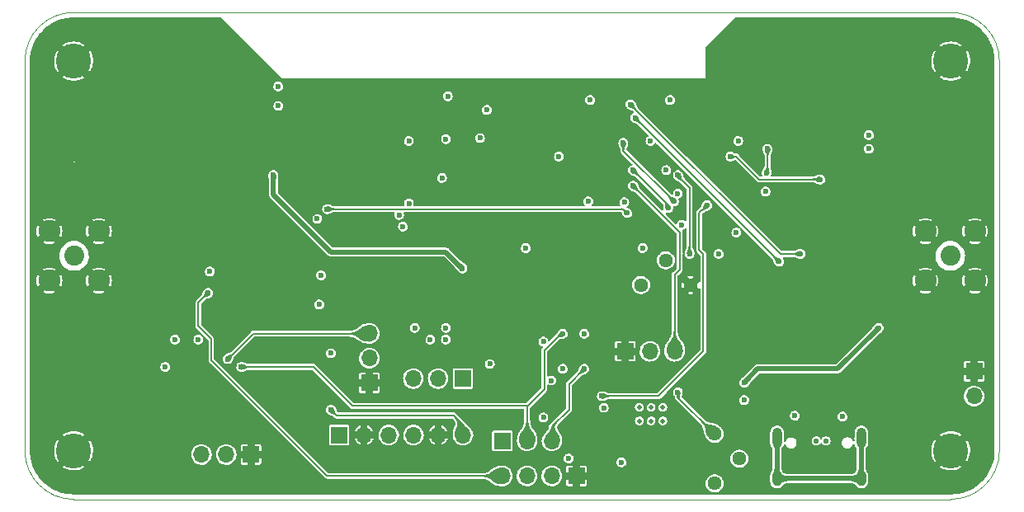
<source format=gbr>
%TF.GenerationSoftware,KiCad,Pcbnew,(6.0.9)*%
%TF.CreationDate,2022-12-19T18:44:09+02:00*%
%TF.ProjectId,cross_band_handy_walkie_talkie_V1,63726f73-735f-4626-916e-645f68616e64,rev?*%
%TF.SameCoordinates,Original*%
%TF.FileFunction,Copper,L3,Inr*%
%TF.FilePolarity,Positive*%
%FSLAX46Y46*%
G04 Gerber Fmt 4.6, Leading zero omitted, Abs format (unit mm)*
G04 Created by KiCad (PCBNEW (6.0.9)) date 2022-12-19 18:44:09*
%MOMM*%
%LPD*%
G01*
G04 APERTURE LIST*
%TA.AperFunction,Profile*%
%ADD10C,0.100000*%
%TD*%
%TA.AperFunction,ComponentPad*%
%ADD11R,1.700000X1.700000*%
%TD*%
%TA.AperFunction,ComponentPad*%
%ADD12O,1.700000X1.700000*%
%TD*%
%TA.AperFunction,ComponentPad*%
%ADD13C,3.600000*%
%TD*%
%TA.AperFunction,ComponentPad*%
%ADD14C,1.440000*%
%TD*%
%TA.AperFunction,ComponentPad*%
%ADD15C,2.050000*%
%TD*%
%TA.AperFunction,ComponentPad*%
%ADD16C,2.250000*%
%TD*%
%TA.AperFunction,ComponentPad*%
%ADD17C,0.500000*%
%TD*%
%TA.AperFunction,ComponentPad*%
%ADD18O,1.000000X2.100000*%
%TD*%
%TA.AperFunction,ComponentPad*%
%ADD19O,1.000000X1.600000*%
%TD*%
%TA.AperFunction,ComponentPad*%
%ADD20C,0.610000*%
%TD*%
%TA.AperFunction,ViaPad*%
%ADD21C,0.600000*%
%TD*%
%TA.AperFunction,ViaPad*%
%ADD22C,0.550000*%
%TD*%
%TA.AperFunction,Conductor*%
%ADD23C,0.200000*%
%TD*%
%TA.AperFunction,Conductor*%
%ADD24C,0.500000*%
%TD*%
%TA.AperFunction,Conductor*%
%ADD25C,0.150000*%
%TD*%
G04 APERTURE END LIST*
D10*
X150000000Y-55000000D02*
X150000000Y-95000000D01*
X150000000Y-55000000D02*
G75*
G03*
X145000000Y-50000000I-5000000J0D01*
G01*
X55000000Y-50000000D02*
X145000000Y-50000000D01*
X145000000Y-100000000D02*
X55000000Y-100000000D01*
X145000000Y-100000000D02*
G75*
G03*
X150000000Y-95000000I0J5000000D01*
G01*
X50000000Y-95000000D02*
X50000000Y-55000000D01*
X50000000Y-95000000D02*
G75*
G03*
X55000000Y-100000000I5000000J0D01*
G01*
X55000000Y-50000000D02*
G75*
G03*
X50000000Y-55000000I0J-5000000D01*
G01*
D11*
%TO.N,GND*%
%TO.C,J5*%
X73200000Y-95400000D03*
D12*
%TO.N,/MIC_AR*%
X70660000Y-95400000D03*
%TO.N,+3V3*%
X68120000Y-95400000D03*
%TD*%
D13*
%TO.N,GND*%
%TO.C,H2*%
X145000000Y-95000000D03*
%TD*%
D11*
%TO.N,GND*%
%TO.C,J3*%
X111600000Y-84800000D03*
D12*
%TO.N,/AUDIO_IN*%
X114140000Y-84800000D03*
%TO.N,AUDIO_OUT*%
X116680000Y-84800000D03*
%TD*%
D14*
%TO.N,Net-(C27-Pad2)*%
%TO.C,RV1*%
X113225000Y-78000000D03*
%TO.N,Net-(RV1-Pad2)*%
X115765000Y-75460000D03*
%TO.N,GND*%
X118305000Y-78000000D03*
%TD*%
D11*
%TO.N,Net-(C20-Pad2)*%
%TO.C,J2*%
X99000000Y-94000000D03*
D12*
%TO.N,RF_AUDIO_INPUT*%
X101540000Y-94000000D03*
%TO.N,/esp_audio_OUTPUT*%
X104080000Y-94000000D03*
%TD*%
D13*
%TO.N,GND*%
%TO.C,H3*%
X55000000Y-95000000D03*
%TD*%
D11*
%TO.N,GND*%
%TO.C,J7*%
X106600000Y-97600000D03*
D12*
%TO.N,/MIC-DIGI_IN*%
X104060000Y-97600000D03*
%TO.N,Net-(C20-Pad1)*%
X101520000Y-97600000D03*
%TO.N,/MIC_AMPLIFIER_OUTPUT*%
X98980000Y-97600000D03*
%TD*%
D15*
%TO.N,/ant4*%
%TO.C,J15*%
X144950000Y-75000000D03*
D16*
%TO.N,GND*%
X147490000Y-77540000D03*
X147490000Y-72460000D03*
X142410000Y-72460000D03*
X142410000Y-77540000D03*
%TD*%
D11*
%TO.N,GND*%
%TO.C,J4*%
X85350000Y-88050000D03*
D12*
%TO.N,/MIC_GAIN*%
X85350000Y-85510000D03*
%TO.N,+3V3*%
X85350000Y-82970000D03*
%TD*%
D14*
%TO.N,Net-(RV2-Pad1)*%
%TO.C,RV2*%
X120775000Y-93275000D03*
%TO.N,Net-(C29-Pad2)*%
X123315000Y-95815000D03*
%TO.N,unconnected-(RV2-Pad3)*%
X120775000Y-98355000D03*
%TD*%
D17*
%TO.N,N/C*%
%TO.C,U10*%
X114250000Y-90550000D03*
X115450000Y-91950000D03*
X113050000Y-90550000D03*
X114250000Y-91950000D03*
X115450000Y-90550000D03*
X113050000Y-91950000D03*
%TD*%
D15*
%TO.N,/ant2*%
%TO.C,J14*%
X55050000Y-75000000D03*
D16*
%TO.N,GND*%
X57590000Y-72460000D03*
X52510000Y-72460000D03*
X57590000Y-77540000D03*
X52510000Y-77540000D03*
%TD*%
D13*
%TO.N,GND*%
%TO.C,H4*%
X145000000Y-55000000D03*
%TD*%
D11*
%TO.N,+3V3*%
%TO.C,J1*%
X82250000Y-93400000D03*
D12*
%TO.N,GND*%
X84790000Y-93400000D03*
%TO.N,/AMPLIFIED_AUDIO_OUT*%
X87330000Y-93400000D03*
%TO.N,/MIC_EST_PTT*%
X89870000Y-93400000D03*
%TO.N,GND*%
X92410000Y-93400000D03*
%TO.N,/MIC-AMP_IN*%
X94950000Y-93400000D03*
%TD*%
D11*
%TO.N,Net-(JP1-Pad1)*%
%TO.C,JP1*%
X94940000Y-87600000D03*
D12*
%TO.N,/MIC_EST_PTT*%
X92400000Y-87600000D03*
%TO.N,Net-(JP1-Pad3)*%
X89860000Y-87600000D03*
%TD*%
D11*
%TO.N,GND*%
%TO.C,J9*%
X147400000Y-86860000D03*
D12*
%TO.N,Net-(D3-Pad2)*%
X147400000Y-89400000D03*
%TD*%
D13*
%TO.N,GND*%
%TO.C,H1*%
X55000000Y-55000000D03*
%TD*%
D18*
%TO.N,Net-(C15-Pad1)*%
%TO.C,J6*%
X127180000Y-93680000D03*
D19*
X135820000Y-97860000D03*
D18*
X135820000Y-93680000D03*
D19*
X127180000Y-97860000D03*
%TD*%
D20*
%TO.N,GND*%
%TO.C,FL2*%
X143018647Y-81818647D03*
X144581353Y-83381353D03*
%TD*%
%TO.N,GND*%
%TO.C,FL1*%
X56981353Y-66581353D03*
X55418647Y-65018647D03*
%TD*%
D21*
%TO.N,GND*%
X148220000Y-92540000D03*
X148220000Y-84920000D03*
X148220000Y-82380000D03*
X148220000Y-79840000D03*
X148220000Y-74760000D03*
X148220000Y-69680000D03*
X148220000Y-67140000D03*
X148220000Y-64600000D03*
X148220000Y-62060000D03*
X148220000Y-59520000D03*
X148220000Y-56980000D03*
X145680000Y-87460000D03*
X145680000Y-84920000D03*
X145680000Y-72220000D03*
X145680000Y-69680000D03*
X145680000Y-67140000D03*
X145680000Y-62060000D03*
X145680000Y-59520000D03*
X143140000Y-74760000D03*
X143140000Y-69680000D03*
X143140000Y-67140000D03*
X143140000Y-64600000D03*
X143140000Y-62060000D03*
X143140000Y-59520000D03*
X143140000Y-51900000D03*
X140600000Y-79840000D03*
X140600000Y-77300000D03*
X140600000Y-74760000D03*
X140600000Y-72220000D03*
X140600000Y-69680000D03*
X140600000Y-67140000D03*
X140600000Y-64600000D03*
X140600000Y-62060000D03*
X140600000Y-59520000D03*
X140600000Y-56980000D03*
X140600000Y-54440000D03*
X140600000Y-51900000D03*
X138060000Y-74760000D03*
X138060000Y-69680000D03*
X138060000Y-56980000D03*
X138060000Y-51900000D03*
X135520000Y-74760000D03*
X135520000Y-69680000D03*
X135520000Y-59520000D03*
X135520000Y-56980000D03*
X135520000Y-51900000D03*
X132980000Y-77300000D03*
X132980000Y-74760000D03*
X132980000Y-72220000D03*
X132980000Y-69680000D03*
X132980000Y-56980000D03*
X132980000Y-51900000D03*
X130440000Y-90000000D03*
X130440000Y-59520000D03*
X130440000Y-56980000D03*
X130440000Y-51900000D03*
X127900000Y-77300000D03*
X127900000Y-59520000D03*
X127900000Y-56980000D03*
X127900000Y-51900000D03*
X125360000Y-97620000D03*
X125360000Y-95080000D03*
X125360000Y-92540000D03*
X125360000Y-84920000D03*
X125360000Y-82380000D03*
X125360000Y-79840000D03*
X125360000Y-77300000D03*
X125360000Y-59520000D03*
X125360000Y-56980000D03*
X125360000Y-51900000D03*
X122820000Y-97620000D03*
X122820000Y-82380000D03*
X122820000Y-51900000D03*
X120280000Y-95080000D03*
X120280000Y-87460000D03*
X117740000Y-97620000D03*
X117740000Y-82380000D03*
X110120000Y-97620000D03*
X110120000Y-84920000D03*
X107580000Y-77300000D03*
X105040000Y-79840000D03*
X105040000Y-77300000D03*
X105040000Y-72220000D03*
X105040000Y-62060000D03*
X102500000Y-82380000D03*
X102500000Y-79840000D03*
X102500000Y-72220000D03*
X102500000Y-59520000D03*
X99960000Y-77300000D03*
X99960000Y-59520000D03*
X97420000Y-92540000D03*
X97420000Y-79840000D03*
X97420000Y-74760000D03*
X97420000Y-72220000D03*
X94880000Y-72220000D03*
X92340000Y-77300000D03*
X87260000Y-87460000D03*
X87260000Y-84920000D03*
X84720000Y-95080000D03*
X82180000Y-95080000D03*
X79640000Y-97620000D03*
X77100000Y-97620000D03*
X77100000Y-95080000D03*
X74560000Y-97620000D03*
X74560000Y-87460000D03*
X74560000Y-84920000D03*
X72020000Y-97620000D03*
X72020000Y-54440000D03*
X69480000Y-97620000D03*
X69480000Y-92540000D03*
X69480000Y-59520000D03*
X69480000Y-56980000D03*
X69480000Y-54440000D03*
X69480000Y-51900000D03*
X66940000Y-97620000D03*
X66940000Y-74760000D03*
X66940000Y-56980000D03*
X66940000Y-54440000D03*
X66940000Y-51900000D03*
X64400000Y-97620000D03*
X64400000Y-95080000D03*
X64400000Y-72220000D03*
X64400000Y-67140000D03*
X64400000Y-64600000D03*
X64400000Y-62060000D03*
X64400000Y-56980000D03*
X64400000Y-54440000D03*
X64400000Y-51900000D03*
X61860000Y-97620000D03*
X61860000Y-95080000D03*
X61860000Y-64600000D03*
X61860000Y-56980000D03*
X61860000Y-54440000D03*
X61860000Y-51900000D03*
X59320000Y-97620000D03*
X59320000Y-95080000D03*
X59320000Y-92540000D03*
X59320000Y-90000000D03*
X59320000Y-87460000D03*
X59320000Y-84920000D03*
X59320000Y-82380000D03*
X59320000Y-79840000D03*
X59320000Y-77300000D03*
X59320000Y-74760000D03*
X59320000Y-72220000D03*
X59320000Y-69680000D03*
X59320000Y-67140000D03*
X59320000Y-59520000D03*
X59320000Y-56980000D03*
X59320000Y-54440000D03*
X59320000Y-51900000D03*
X56780000Y-90000000D03*
X56780000Y-87460000D03*
X56780000Y-84920000D03*
X56780000Y-82380000D03*
X56780000Y-79840000D03*
X56780000Y-74760000D03*
X56780000Y-59520000D03*
X54240000Y-90000000D03*
X54240000Y-87460000D03*
X54240000Y-84920000D03*
X54240000Y-82380000D03*
X54240000Y-79840000D03*
X54240000Y-77300000D03*
X54240000Y-72220000D03*
X54240000Y-64600000D03*
X54240000Y-62060000D03*
X54240000Y-59520000D03*
X51700000Y-92540000D03*
X51700000Y-90000000D03*
X51700000Y-87460000D03*
X51700000Y-84920000D03*
X51700000Y-82380000D03*
X51700000Y-79840000D03*
X51700000Y-74760000D03*
X51700000Y-69680000D03*
X51700000Y-67140000D03*
X51700000Y-64600000D03*
X51700000Y-62060000D03*
X51700000Y-59520000D03*
X51700000Y-56980000D03*
%TO.N,/SENSOR_VP*%
X97400000Y-60000000D03*
%TO.N,/SENSOR_VN*%
X93400000Y-58600000D03*
%TO.N,GND*%
X81600000Y-60400000D03*
X80600000Y-59200000D03*
X73400000Y-63000000D03*
X77800000Y-60800000D03*
X72200000Y-57400000D03*
X103800000Y-90800000D03*
X135400000Y-78000000D03*
X59400000Y-61800000D03*
X68200000Y-70200000D03*
X135400000Y-92049500D03*
X144000000Y-78400000D03*
X140200000Y-92000000D03*
X92040000Y-80960000D03*
X127600000Y-88000000D03*
X89800000Y-81000000D03*
X57600000Y-62800000D03*
X136000000Y-81400000D03*
X125200000Y-60800000D03*
X69000000Y-79800000D03*
X77953233Y-69023383D03*
X72800000Y-72400000D03*
X118200000Y-94800000D03*
X146000000Y-78400000D03*
X119900498Y-73000000D03*
X146000000Y-79800000D03*
X91000000Y-81800000D03*
X111200000Y-81000000D03*
X128000000Y-90000000D03*
X69600000Y-88200000D03*
X115800000Y-97400000D03*
X59600000Y-64200000D03*
X142400000Y-85400000D03*
X114200000Y-64000000D03*
X140200000Y-98800000D03*
X69600000Y-79200000D03*
X53800000Y-70200000D03*
X125600000Y-70800000D03*
X56200000Y-70200000D03*
X72400000Y-59600000D03*
X65400000Y-76200000D03*
X129600000Y-85200000D03*
X135400000Y-79800000D03*
X76800000Y-60800000D03*
X74000000Y-72200000D03*
X53800000Y-68600000D03*
X56200000Y-68600000D03*
X69800000Y-72000000D03*
X74600000Y-62200000D03*
X110600000Y-87400000D03*
X108800000Y-81000000D03*
X87600000Y-57000000D03*
X127800000Y-92200000D03*
X68800000Y-81600000D03*
X141000000Y-84000000D03*
X91000000Y-57200000D03*
X115000000Y-87400000D03*
X123200000Y-66200000D03*
X132845000Y-81355000D03*
X81600000Y-58200000D03*
X113600000Y-97200000D03*
X92200000Y-58000000D03*
X144000000Y-79800000D03*
X62600000Y-70600000D03*
X112400000Y-87400000D03*
X129000000Y-60800000D03*
X134600000Y-95200000D03*
X85600000Y-57000000D03*
X104000000Y-86600000D03*
X108400000Y-84800000D03*
X113200000Y-70000000D03*
X122400000Y-61400000D03*
X75600000Y-76600000D03*
X110000000Y-81800000D03*
X125600000Y-69600000D03*
X128265647Y-95292729D03*
X111600000Y-97400000D03*
X75800000Y-88400000D03*
X64400000Y-85400000D03*
X107000000Y-91600000D03*
X89200000Y-57200000D03*
X62800000Y-83000000D03*
X128200000Y-53600000D03*
X128600000Y-66200000D03*
X141200000Y-86200000D03*
X140162500Y-95362500D03*
%TO.N,+3V3*%
X103200000Y-83800000D03*
X70800000Y-85600000D03*
X117400000Y-71800000D03*
%TO.N,/BOOT*%
X131612500Y-67150500D03*
X104800000Y-64800000D03*
X122400000Y-64800000D03*
%TO.N,VBUS*%
X129000000Y-91400000D03*
X133900000Y-91500000D03*
%TO.N,+5V*%
X76000000Y-59600000D03*
X94900000Y-76300000D03*
X103200000Y-91600000D03*
X111200000Y-96200000D03*
X137600000Y-82400000D03*
X76000000Y-57600000D03*
X123825000Y-88025000D03*
X123800000Y-89800000D03*
X97700000Y-86100000D03*
X75500000Y-66700000D03*
D22*
%TO.N,D+*%
X132200000Y-94000000D03*
X131200000Y-94000000D03*
D21*
%TO.N,UART0_TX*%
X112600000Y-60800000D03*
X127400000Y-75600000D03*
%TO.N,UART0_RX*%
X112150000Y-59450000D03*
X129600000Y-74800000D03*
%TO.N,H{slash}L2*%
X126200000Y-64000000D03*
X126100000Y-66500000D03*
X123200000Y-63200000D03*
%TO.N,TX1*%
X111500000Y-69500000D03*
%TO.N,RX1*%
X92800000Y-67000000D03*
%TO.N,PTT2*%
X80000000Y-71200000D03*
X90000000Y-82400000D03*
X91600000Y-83600000D03*
%TO.N,PD2*%
X111800000Y-70600000D03*
X81000000Y-70200000D03*
%TO.N,RX2*%
X88800000Y-72000000D03*
%TO.N,TX2*%
X88400000Y-70800000D03*
%TO.N,H{slash}L1*%
X126000000Y-68400000D03*
%TO.N,PD1*%
X123000000Y-72600000D03*
%TO.N,PTT1*%
X121200000Y-74800000D03*
X101400000Y-74200000D03*
X113400000Y-74200000D03*
X93200000Y-83600000D03*
X93200000Y-82400000D03*
%TO.N,/MIC-AMP_IN*%
X81400000Y-85000000D03*
X81400000Y-90800000D03*
%TO.N,AUDIO_OUT*%
X112400000Y-67800000D03*
X109400000Y-90600000D03*
%TO.N,/-SLEEP*%
X89400000Y-63200000D03*
X68976383Y-76601574D03*
%TO.N,AUDIO_ON1*%
X89400000Y-69600000D03*
%TO.N,Net-(C20-Pad2)*%
X107400000Y-83000000D03*
%TO.N,/AMPLIFIED_AUDIO_OUT*%
X105800000Y-95800000D03*
%TO.N,AUDIO_ON2*%
X107800000Y-69400000D03*
%TO.N,/GPIO_23*%
X116200000Y-59000000D03*
X108000000Y-59000000D03*
%TO.N,/switch1*%
X118200000Y-74800000D03*
X105200000Y-86600000D03*
X117000000Y-66699500D03*
%TO.N,/switch2*%
X120000000Y-69800000D03*
X109200000Y-89400000D03*
%TO.N,/switch4*%
X67800000Y-83600000D03*
X117000000Y-68600000D03*
%TO.N,Net-(RV2-Pad1)*%
X117000000Y-89000000D03*
%TO.N,SCL*%
X116600000Y-69400000D03*
X111400000Y-63400000D03*
%TO.N,SDA*%
X112400000Y-66200000D03*
X116000000Y-70100500D03*
%TO.N,Net-(U11-Pad3)*%
X64400000Y-86400000D03*
%TO.N,Net-(U11-Pad1)*%
X136600000Y-64000000D03*
X65400000Y-83600000D03*
X136600000Y-62600000D03*
%TO.N,Net-(U12-Pad1)*%
X93200000Y-63000000D03*
X114200000Y-63200000D03*
X80400000Y-77000000D03*
X96700000Y-62900000D03*
X80200000Y-80000000D03*
%TO.N,Net-(U12-Pad3)*%
X115800000Y-66200000D03*
%TO.N,/esp_audio_OUTPUT*%
X104000000Y-87800000D03*
X107400000Y-86600000D03*
%TO.N,RF_AUDIO_INPUT*%
X105200000Y-83000000D03*
X72200000Y-86400000D03*
%TO.N,/MIC_AMPLIFIER_OUTPUT*%
X68800000Y-78800000D03*
%TD*%
D23*
%TO.N,+3V3*%
X73400000Y-83000000D02*
X70800000Y-85600000D01*
X85350000Y-82970000D02*
X85320000Y-83000000D01*
X85320000Y-83000000D02*
X73400000Y-83000000D01*
%TO.N,/BOOT*%
X122400000Y-64800000D02*
X123000000Y-64800000D01*
X125350500Y-67150500D02*
X131612500Y-67150500D01*
X123000000Y-64800000D02*
X125350500Y-67150500D01*
D24*
%TO.N,+5V*%
X125200000Y-86600000D02*
X133400000Y-86600000D01*
X123825000Y-87975000D02*
X125200000Y-86600000D01*
X93200000Y-74600000D02*
X81400000Y-74600000D01*
X133400000Y-86600000D02*
X137600000Y-82400000D01*
X81400000Y-74600000D02*
X75500000Y-68700000D01*
X123825000Y-88025000D02*
X123825000Y-87975000D01*
X75500000Y-68700000D02*
X75500000Y-66700000D01*
X94900000Y-76300000D02*
X93200000Y-74600000D01*
D23*
%TO.N,UART0_TX*%
X112600000Y-60800000D02*
X127400000Y-75600000D01*
%TO.N,UART0_RX*%
X127500000Y-74800000D02*
X129600000Y-74800000D01*
X112150000Y-59450000D02*
X127500000Y-74800000D01*
%TO.N,H{slash}L2*%
X126200000Y-66400000D02*
X126200000Y-64000000D01*
X126100000Y-66500000D02*
X126200000Y-66400000D01*
%TO.N,PD2*%
X111800000Y-70600000D02*
X111400000Y-70200000D01*
X111400000Y-70200000D02*
X81000000Y-70200000D01*
%TO.N,/MIC-AMP_IN*%
X94950000Y-92350000D02*
X94950000Y-93400000D01*
X94000000Y-91400000D02*
X94950000Y-92350000D01*
X82000000Y-91400000D02*
X94000000Y-91400000D01*
X81400000Y-90800000D02*
X82000000Y-91400000D01*
%TO.N,AUDIO_OUT*%
X116680000Y-76920000D02*
X116680000Y-84800000D01*
X117200000Y-72600000D02*
X117200000Y-76400000D01*
X112400000Y-67800000D02*
X117200000Y-72600000D01*
X117200000Y-76400000D02*
X116680000Y-76920000D01*
%TO.N,/switch1*%
X118200000Y-74800000D02*
X118200000Y-68000000D01*
X118200000Y-68000000D02*
X117000000Y-66800000D01*
X117000000Y-66800000D02*
X117000000Y-66699500D01*
%TO.N,/switch2*%
X119600000Y-84800000D02*
X115000000Y-89400000D01*
X119600000Y-74800000D02*
X119600000Y-84800000D01*
X119200000Y-74400000D02*
X119600000Y-74800000D01*
X119200000Y-70600000D02*
X119200000Y-74400000D01*
X115000000Y-89400000D02*
X109200000Y-89400000D01*
X120000000Y-69800000D02*
X119200000Y-70600000D01*
D24*
%TO.N,Net-(C15-Pad1)*%
X135820000Y-93680000D02*
X135820000Y-97860000D01*
X127180000Y-93680000D02*
X127180000Y-97860000D01*
X127180000Y-97860000D02*
X135820000Y-97860000D01*
D23*
%TO.N,Net-(RV2-Pad1)*%
X117000000Y-89500000D02*
X120775000Y-93275000D01*
X117000000Y-89000000D02*
X117000000Y-89500000D01*
%TO.N,SCL*%
X111400000Y-63400000D02*
X111400000Y-64200000D01*
X111400000Y-64200000D02*
X116600000Y-69400000D01*
%TO.N,SDA*%
X116000000Y-69800000D02*
X112400000Y-66200000D01*
X116000000Y-70100500D02*
X116000000Y-69800000D01*
%TO.N,/esp_audio_OUTPUT*%
X105830000Y-90770000D02*
X105830000Y-88170000D01*
X104080000Y-94000000D02*
X104080000Y-92520000D01*
X104080000Y-92520000D02*
X105830000Y-90770000D01*
X105830000Y-88170000D02*
X107400000Y-86600000D01*
%TO.N,RF_AUDIO_INPUT*%
X101540000Y-90460000D02*
X101540000Y-94000000D01*
X103290000Y-84710000D02*
X103290000Y-88710000D01*
X105000000Y-83000000D02*
X103290000Y-84710000D01*
X72200000Y-86400000D02*
X79600000Y-86400000D01*
X101540000Y-90400000D02*
X101540000Y-94000000D01*
X83600000Y-90400000D02*
X101540000Y-90400000D01*
X105200000Y-83000000D02*
X105000000Y-83000000D01*
X103290000Y-88710000D02*
X101540000Y-90460000D01*
X79600000Y-86400000D02*
X83600000Y-90400000D01*
D25*
%TO.N,/MIC_AMPLIFIER_OUTPUT*%
X68800000Y-78800000D02*
X67800000Y-79800000D01*
X67800000Y-79800000D02*
X67800000Y-82200000D01*
X69125000Y-85725000D02*
X81000000Y-97600000D01*
X81000000Y-97600000D02*
X98980000Y-97600000D01*
X69125000Y-83525000D02*
X69125000Y-85725000D01*
X67800000Y-82200000D02*
X69125000Y-83525000D01*
%TD*%
%TA.AperFunction,Conductor*%
%TO.N,/MIC_AMPLIFIER_OUTPUT*%
G36*
X68595037Y-78590258D02*
G01*
X68900516Y-78692084D01*
X68907281Y-78697952D01*
X68907916Y-78699484D01*
X69009742Y-79004963D01*
X69009107Y-79013895D01*
X69006579Y-79017259D01*
X68959581Y-79060657D01*
X68958786Y-79061328D01*
X68909916Y-79098990D01*
X68908977Y-79099643D01*
X68862907Y-79128448D01*
X68861881Y-79129020D01*
X68818062Y-79150634D01*
X68817068Y-79151067D01*
X68807537Y-79154701D01*
X68774866Y-79167154D01*
X68774015Y-79167441D01*
X68732841Y-79179611D01*
X68732274Y-79179763D01*
X68691469Y-79189627D01*
X68691382Y-79189648D01*
X68650498Y-79198780D01*
X68650451Y-79198791D01*
X68609506Y-79208689D01*
X68609494Y-79208692D01*
X68609342Y-79208729D01*
X68567450Y-79221111D01*
X68524331Y-79237548D01*
X68524091Y-79237666D01*
X68524085Y-79237669D01*
X68496375Y-79251337D01*
X68479495Y-79259663D01*
X68432450Y-79289077D01*
X68432219Y-79289255D01*
X68382919Y-79327248D01*
X68382911Y-79327255D01*
X68382707Y-79327412D01*
X68382512Y-79327592D01*
X68382505Y-79327598D01*
X68338034Y-79368663D01*
X68329632Y-79371758D01*
X68321824Y-79368340D01*
X68231659Y-79278175D01*
X68228232Y-79269902D01*
X68231336Y-79261965D01*
X68272413Y-79217481D01*
X68272418Y-79217475D01*
X68272587Y-79217292D01*
X68310922Y-79167549D01*
X68340336Y-79120504D01*
X68362451Y-79075668D01*
X68378888Y-79032549D01*
X68391270Y-78990657D01*
X68401219Y-78949501D01*
X68410357Y-78908591D01*
X68420236Y-78867725D01*
X68420388Y-78867158D01*
X68432558Y-78825984D01*
X68432845Y-78825133D01*
X68448930Y-78782935D01*
X68449365Y-78781937D01*
X68470979Y-78738118D01*
X68471551Y-78737092D01*
X68500356Y-78691022D01*
X68501009Y-78690083D01*
X68538666Y-78641219D01*
X68539337Y-78640423D01*
X68582741Y-78593420D01*
X68590872Y-78589667D01*
X68595037Y-78590258D01*
G37*
%TD.AperFunction*%
%TD*%
%TA.AperFunction,Conductor*%
%TO.N,+3V3*%
G36*
X71260530Y-85014015D02*
G01*
X71385984Y-85139469D01*
X71389411Y-85147742D01*
X71386274Y-85155715D01*
X71364203Y-85179419D01*
X71345258Y-85199765D01*
X71345122Y-85199936D01*
X71345113Y-85199947D01*
X71308065Y-85246693D01*
X71306515Y-85248649D01*
X71276204Y-85294632D01*
X71252793Y-85338240D01*
X71234747Y-85380002D01*
X71220535Y-85420446D01*
X71220496Y-85420577D01*
X71220495Y-85420579D01*
X71208645Y-85460020D01*
X71208622Y-85460098D01*
X71208593Y-85460201D01*
X71197499Y-85499408D01*
X71197446Y-85499588D01*
X71185642Y-85538878D01*
X71185475Y-85539391D01*
X71171488Y-85579195D01*
X71171190Y-85579957D01*
X71153502Y-85620891D01*
X71153070Y-85621784D01*
X71130148Y-85664481D01*
X71129609Y-85665386D01*
X71099862Y-85710513D01*
X71099262Y-85711341D01*
X71061135Y-85759448D01*
X71060529Y-85760154D01*
X71017259Y-85806626D01*
X71009113Y-85810346D01*
X71004996Y-85809753D01*
X70699484Y-85707916D01*
X70692719Y-85702048D01*
X70692084Y-85700516D01*
X70590247Y-85395004D01*
X70590882Y-85386072D01*
X70593374Y-85382741D01*
X70639845Y-85339470D01*
X70640551Y-85338864D01*
X70688658Y-85300737D01*
X70689486Y-85300137D01*
X70734613Y-85270390D01*
X70735518Y-85269851D01*
X70774622Y-85248858D01*
X70778219Y-85246927D01*
X70779103Y-85246499D01*
X70820043Y-85228809D01*
X70820804Y-85228511D01*
X70860608Y-85214524D01*
X70861121Y-85214357D01*
X70900411Y-85202553D01*
X70900591Y-85202500D01*
X70911494Y-85199415D01*
X70939901Y-85191377D01*
X70939979Y-85191354D01*
X70979420Y-85179504D01*
X70979422Y-85179503D01*
X70979553Y-85179464D01*
X70979670Y-85179423D01*
X70979682Y-85179419D01*
X70998882Y-85172672D01*
X71019997Y-85165252D01*
X71061759Y-85147206D01*
X71105367Y-85123795D01*
X71151350Y-85093484D01*
X71151552Y-85093324D01*
X71200052Y-85054886D01*
X71200063Y-85054877D01*
X71200234Y-85054741D01*
X71244285Y-85013725D01*
X71252674Y-85010595D01*
X71260530Y-85014015D01*
G37*
%TD.AperFunction*%
%TD*%
%TA.AperFunction,Conductor*%
%TO.N,+3V3*%
G36*
X85320962Y-82123891D02*
G01*
X85323658Y-82127207D01*
X85771837Y-82949692D01*
X85772786Y-82958596D01*
X85772065Y-82960447D01*
X85353372Y-83813132D01*
X85346650Y-83819048D01*
X85342357Y-83819664D01*
X85189111Y-83812923D01*
X85142008Y-83810851D01*
X85140860Y-83810743D01*
X84962181Y-83785104D01*
X84960938Y-83784857D01*
X84806540Y-83745281D01*
X84805302Y-83744889D01*
X84670690Y-83693919D01*
X84669587Y-83693435D01*
X84587124Y-83652068D01*
X84550213Y-83633551D01*
X84549365Y-83633081D01*
X84440722Y-83566722D01*
X84440192Y-83566378D01*
X84337834Y-83496004D01*
X84337656Y-83495879D01*
X84237249Y-83424053D01*
X84134543Y-83353440D01*
X84025221Y-83286666D01*
X84025019Y-83286565D01*
X84025007Y-83286558D01*
X83960626Y-83254261D01*
X83904873Y-83226293D01*
X83894455Y-83222348D01*
X83769386Y-83174993D01*
X83769383Y-83174992D01*
X83769087Y-83174880D01*
X83768785Y-83174803D01*
X83768780Y-83174801D01*
X83613762Y-83135065D01*
X83613758Y-83135064D01*
X83613453Y-83134986D01*
X83433561Y-83109173D01*
X83433268Y-83109160D01*
X83433267Y-83109160D01*
X83236186Y-83100492D01*
X83228071Y-83096705D01*
X83225000Y-83088803D01*
X83225000Y-82911180D01*
X83228427Y-82902907D01*
X83236168Y-82899492D01*
X83276951Y-82897636D01*
X83432513Y-82890559D01*
X83610969Y-82863945D01*
X83611295Y-82863858D01*
X83611303Y-82863856D01*
X83725135Y-82833356D01*
X83764835Y-82822719D01*
X83898581Y-82769442D01*
X84016677Y-82706675D01*
X84123590Y-82636979D01*
X84223790Y-82562916D01*
X84321683Y-82487096D01*
X84321800Y-82487007D01*
X84421692Y-82412111D01*
X84422177Y-82411766D01*
X84528425Y-82340389D01*
X84529209Y-82339909D01*
X84605189Y-82297477D01*
X84646321Y-82274507D01*
X84647404Y-82273974D01*
X84779906Y-82216995D01*
X84781143Y-82216544D01*
X84933668Y-82170438D01*
X84934929Y-82170131D01*
X85112051Y-82137436D01*
X85113230Y-82137280D01*
X85312439Y-82121143D01*
X85320962Y-82123891D01*
G37*
%TD.AperFunction*%
%TD*%
%TA.AperFunction,Conductor*%
%TO.N,/BOOT*%
G36*
X122618494Y-64593624D02*
G01*
X122654587Y-64626283D01*
X122694981Y-64655305D01*
X122695298Y-64655478D01*
X122695303Y-64655481D01*
X122733308Y-64676205D01*
X122733629Y-64676380D01*
X122733959Y-64676509D01*
X122733965Y-64676512D01*
X122770533Y-64690830D01*
X122770538Y-64690832D01*
X122770848Y-64690953D01*
X122771177Y-64691040D01*
X122771178Y-64691040D01*
X122806703Y-64700401D01*
X122806707Y-64700402D01*
X122806958Y-64700468D01*
X122807211Y-64700510D01*
X122807219Y-64700512D01*
X122842093Y-64706340D01*
X122842273Y-64706370D01*
X122869073Y-64709243D01*
X122877056Y-64710099D01*
X122877065Y-64710100D01*
X122877113Y-64710105D01*
X122887784Y-64711032D01*
X122911686Y-64713108D01*
X122911921Y-64713131D01*
X122927244Y-64714773D01*
X122946300Y-64716816D01*
X122946950Y-64716905D01*
X122981423Y-64722666D01*
X122982464Y-64722890D01*
X123007033Y-64729364D01*
X123017402Y-64732096D01*
X123018687Y-64732515D01*
X123054595Y-64746575D01*
X123055930Y-64747198D01*
X123093286Y-64767568D01*
X123094512Y-64768338D01*
X123133784Y-64796555D01*
X123134807Y-64797381D01*
X123167656Y-64827103D01*
X123171491Y-64835195D01*
X123168079Y-64844052D01*
X123043081Y-64969050D01*
X123034808Y-64972477D01*
X123027120Y-64969597D01*
X122991810Y-64938819D01*
X122991809Y-64938819D01*
X122991421Y-64938480D01*
X122990979Y-64938215D01*
X122990977Y-64938213D01*
X122951270Y-64914364D01*
X122950691Y-64914016D01*
X122912477Y-64901725D01*
X122911711Y-64901688D01*
X122911708Y-64901687D01*
X122876811Y-64899982D01*
X122876810Y-64899982D01*
X122876091Y-64899947D01*
X122840847Y-64907026D01*
X122840328Y-64907239D01*
X122806406Y-64921157D01*
X122806401Y-64921160D01*
X122806056Y-64921301D01*
X122771033Y-64941115D01*
X122770862Y-64941228D01*
X122770855Y-64941232D01*
X122735173Y-64964754D01*
X122735090Y-64964809D01*
X122735051Y-64964836D01*
X122697618Y-64990670D01*
X122697448Y-64990785D01*
X122677134Y-65004285D01*
X122657943Y-65017039D01*
X122657444Y-65017352D01*
X122615274Y-65042346D01*
X122614429Y-65042801D01*
X122568950Y-65064936D01*
X122567776Y-65065430D01*
X122518233Y-65083179D01*
X122516778Y-65083596D01*
X122462436Y-65095406D01*
X122460798Y-65095641D01*
X122407802Y-65099441D01*
X122399306Y-65096615D01*
X122396501Y-65093003D01*
X122254896Y-64809792D01*
X122254261Y-64800861D01*
X122259447Y-64794466D01*
X122604729Y-64592205D01*
X122613600Y-64590980D01*
X122618494Y-64593624D01*
G37*
%TD.AperFunction*%
%TD*%
%TA.AperFunction,Conductor*%
%TO.N,/BOOT*%
G36*
X131613373Y-66853898D02*
G01*
X131615863Y-66857227D01*
X131718145Y-67061790D01*
X131759884Y-67145268D01*
X131760519Y-67154200D01*
X131759884Y-67155732D01*
X131615865Y-67443771D01*
X131609100Y-67449639D01*
X131604984Y-67450232D01*
X131573566Y-67449111D01*
X131541521Y-67447967D01*
X131540593Y-67447896D01*
X131504943Y-67443771D01*
X131479613Y-67440840D01*
X131478617Y-67440681D01*
X131425666Y-67429805D01*
X131424645Y-67429546D01*
X131378245Y-67415562D01*
X131377308Y-67415236D01*
X131359364Y-67408121D01*
X131335840Y-67398793D01*
X131335116Y-67398476D01*
X131297078Y-67380220D01*
X131296601Y-67379978D01*
X131260424Y-67360516D01*
X131260259Y-67360425D01*
X131224633Y-67340514D01*
X131188289Y-67320963D01*
X131188274Y-67320955D01*
X131188171Y-67320900D01*
X131149524Y-67302351D01*
X131149335Y-67302276D01*
X131149328Y-67302273D01*
X131107463Y-67285672D01*
X131107459Y-67285671D01*
X131107233Y-67285581D01*
X131059843Y-67271300D01*
X131005895Y-67260218D01*
X131005638Y-67260188D01*
X131005630Y-67260187D01*
X130969060Y-67255956D01*
X130943933Y-67253048D01*
X130923239Y-67252310D01*
X130883783Y-67250902D01*
X130875637Y-67247182D01*
X130872500Y-67239209D01*
X130872500Y-67061790D01*
X130875927Y-67053517D01*
X130883782Y-67050097D01*
X130943933Y-67047951D01*
X130969060Y-67045043D01*
X131005630Y-67040812D01*
X131005638Y-67040811D01*
X131005895Y-67040781D01*
X131006145Y-67040730D01*
X131006149Y-67040729D01*
X131024706Y-67036917D01*
X131059843Y-67029700D01*
X131107233Y-67015418D01*
X131107459Y-67015328D01*
X131107463Y-67015327D01*
X131149345Y-66998719D01*
X131149524Y-66998648D01*
X131173429Y-66987175D01*
X131188055Y-66980156D01*
X131188066Y-66980150D01*
X131188171Y-66980100D01*
X131224633Y-66960485D01*
X131260259Y-66940574D01*
X131260424Y-66940483D01*
X131272212Y-66934142D01*
X131296607Y-66921019D01*
X131297059Y-66920789D01*
X131335111Y-66902526D01*
X131335858Y-66902199D01*
X131377308Y-66885763D01*
X131378245Y-66885437D01*
X131424645Y-66871454D01*
X131425667Y-66871195D01*
X131478617Y-66860318D01*
X131479613Y-66860159D01*
X131511432Y-66856477D01*
X131540593Y-66853103D01*
X131541521Y-66853032D01*
X131582486Y-66851571D01*
X131604983Y-66850768D01*
X131613373Y-66853898D01*
G37*
%TD.AperFunction*%
%TD*%
%TA.AperFunction,Conductor*%
%TO.N,/MIC_AMPLIFIER_OUTPUT*%
G36*
X98980816Y-96753392D02*
G01*
X98983407Y-96756814D01*
X99402384Y-97594768D01*
X99403019Y-97603700D01*
X99402384Y-97605232D01*
X98983407Y-98443186D01*
X98976642Y-98449054D01*
X98972392Y-98449641D01*
X98857153Y-98444200D01*
X98771468Y-98440154D01*
X98770235Y-98440030D01*
X98671499Y-98424784D01*
X98591582Y-98412444D01*
X98590254Y-98412160D01*
X98508811Y-98389631D01*
X98436350Y-98369586D01*
X98435031Y-98369135D01*
X98301257Y-98314300D01*
X98300098Y-98313748D01*
X98236001Y-98278828D01*
X98181839Y-98249321D01*
X98180969Y-98248797D01*
X98073614Y-98177384D01*
X98073074Y-98177002D01*
X97972107Y-98101250D01*
X97971926Y-98101111D01*
X97872969Y-98023807D01*
X97771661Y-97947800D01*
X97663613Y-97875925D01*
X97633949Y-97859764D01*
X97544618Y-97811096D01*
X97544613Y-97811094D01*
X97544331Y-97810940D01*
X97409322Y-97755600D01*
X97408992Y-97755509D01*
X97408987Y-97755507D01*
X97304755Y-97726674D01*
X97254093Y-97712659D01*
X97253759Y-97712607D01*
X97253757Y-97712607D01*
X97210172Y-97705877D01*
X97074150Y-97684874D01*
X96960759Y-97679521D01*
X96876148Y-97675526D01*
X96868046Y-97671713D01*
X96865000Y-97663839D01*
X96865000Y-97536161D01*
X96868427Y-97527888D01*
X96876148Y-97524474D01*
X96968606Y-97520108D01*
X97074150Y-97515125D01*
X97254093Y-97487340D01*
X97409322Y-97444400D01*
X97544331Y-97389059D01*
X97544605Y-97388910D01*
X97544615Y-97388905D01*
X97663376Y-97324203D01*
X97663613Y-97324074D01*
X97771661Y-97252200D01*
X97872969Y-97176192D01*
X97971944Y-97098874D01*
X97972107Y-97098749D01*
X98073074Y-97022998D01*
X98073616Y-97022615D01*
X98180969Y-96951202D01*
X98181839Y-96950678D01*
X98300101Y-96886249D01*
X98301261Y-96885697D01*
X98435036Y-96830863D01*
X98436354Y-96830413D01*
X98498996Y-96813084D01*
X98590250Y-96787841D01*
X98591571Y-96787556D01*
X98711333Y-96769064D01*
X98770235Y-96759969D01*
X98771468Y-96759845D01*
X98862815Y-96755532D01*
X98972391Y-96750359D01*
X98980816Y-96753392D01*
G37*
%TD.AperFunction*%
%TD*%
%TA.AperFunction,Conductor*%
%TO.N,+5V*%
G36*
X124165590Y-87297359D02*
G01*
X124502685Y-87634454D01*
X124506112Y-87642727D01*
X124502752Y-87650932D01*
X124463255Y-87691065D01*
X124422322Y-87734231D01*
X124387127Y-87773021D01*
X124387074Y-87773083D01*
X124356730Y-87808264D01*
X124356666Y-87808340D01*
X124330130Y-87840860D01*
X124330106Y-87840891D01*
X124330077Y-87840926D01*
X124306287Y-87871767D01*
X124284365Y-87901684D01*
X124263343Y-87931540D01*
X124242253Y-87962199D01*
X124220164Y-87994471D01*
X124220129Y-87994523D01*
X124196031Y-88029333D01*
X124195958Y-88029437D01*
X124168948Y-88067557D01*
X124168850Y-88067693D01*
X124137944Y-88110015D01*
X124137834Y-88110164D01*
X124101975Y-88157673D01*
X124101861Y-88157820D01*
X124064607Y-88205575D01*
X124056816Y-88209991D01*
X124052985Y-88209830D01*
X123916068Y-88181151D01*
X123738228Y-88143899D01*
X123730833Y-88138849D01*
X123729622Y-88136419D01*
X123615398Y-87819878D01*
X123615813Y-87810933D01*
X123618152Y-87807612D01*
X123662969Y-87763030D01*
X123663017Y-87762982D01*
X123707230Y-87719512D01*
X123707284Y-87719460D01*
X123746364Y-87681523D01*
X123746420Y-87681469D01*
X123781500Y-87647868D01*
X123813384Y-87617721D01*
X123842985Y-87590040D01*
X123871216Y-87563841D01*
X123871220Y-87563845D01*
X123871226Y-87563832D01*
X123898990Y-87538134D01*
X123899003Y-87538122D01*
X123899010Y-87538116D01*
X123927221Y-87511935D01*
X123956822Y-87484254D01*
X123988706Y-87454107D01*
X124023786Y-87420506D01*
X124023814Y-87420479D01*
X124062976Y-87382463D01*
X124107189Y-87338993D01*
X124149066Y-87297337D01*
X124157348Y-87293932D01*
X124165590Y-87297359D01*
G37*
%TD.AperFunction*%
%TD*%
%TA.AperFunction,Conductor*%
%TO.N,+5V*%
G36*
X137394797Y-82190178D02*
G01*
X137669004Y-82281580D01*
X137700516Y-82292084D01*
X137707281Y-82297952D01*
X137707916Y-82299484D01*
X137800304Y-82576646D01*
X137809822Y-82605201D01*
X137809187Y-82614133D01*
X137806919Y-82617250D01*
X137762663Y-82660700D01*
X137762492Y-82660864D01*
X137718392Y-82702439D01*
X137718254Y-82702566D01*
X137693643Y-82724755D01*
X137678620Y-82738299D01*
X137678417Y-82738478D01*
X137642453Y-82769420D01*
X137642252Y-82769589D01*
X137609119Y-82796827D01*
X137608944Y-82796968D01*
X137577818Y-82821570D01*
X137577698Y-82821664D01*
X137547661Y-82844777D01*
X137517989Y-82867388D01*
X137487911Y-82890532D01*
X137456616Y-82915268D01*
X137423295Y-82942660D01*
X137387135Y-82973771D01*
X137347326Y-83009662D01*
X137303058Y-83051395D01*
X137272530Y-83081369D01*
X137261791Y-83091912D01*
X137253487Y-83095263D01*
X137245321Y-83091836D01*
X136908164Y-82754679D01*
X136904737Y-82746406D01*
X136908088Y-82738209D01*
X136948560Y-82696986D01*
X136948567Y-82696979D01*
X136948604Y-82696941D01*
X136990337Y-82652673D01*
X137026228Y-82612864D01*
X137057339Y-82576704D01*
X137084731Y-82543383D01*
X137109467Y-82512088D01*
X137132611Y-82482010D01*
X137155222Y-82452338D01*
X137178335Y-82422301D01*
X137178429Y-82422181D01*
X137203031Y-82391055D01*
X137203172Y-82390880D01*
X137230410Y-82357747D01*
X137230579Y-82357546D01*
X137261521Y-82321582D01*
X137261700Y-82321379D01*
X137282821Y-82297952D01*
X137297433Y-82281745D01*
X137297560Y-82281607D01*
X137339135Y-82237507D01*
X137339299Y-82237336D01*
X137382750Y-82193081D01*
X137390992Y-82189578D01*
X137394797Y-82190178D01*
G37*
%TD.AperFunction*%
%TD*%
%TA.AperFunction,Conductor*%
%TO.N,+5V*%
G36*
X75505232Y-66552616D02*
G01*
X75793466Y-66696733D01*
X75799333Y-66703497D01*
X75799933Y-66707305D01*
X75799363Y-66769324D01*
X75799358Y-66769561D01*
X75797573Y-66830125D01*
X75797562Y-66830385D01*
X75794807Y-66883619D01*
X75794790Y-66883890D01*
X75791241Y-66931176D01*
X75791219Y-66931437D01*
X75787048Y-66974153D01*
X75787029Y-66974327D01*
X75783481Y-67004643D01*
X75782407Y-67013820D01*
X75782388Y-67013972D01*
X75777496Y-67051514D01*
X75772503Y-67088485D01*
X75767600Y-67126118D01*
X75762962Y-67165738D01*
X75758770Y-67208669D01*
X75755200Y-67256237D01*
X75752429Y-67309764D01*
X75752426Y-67309869D01*
X75750637Y-67370577D01*
X75750106Y-67428407D01*
X75746603Y-67436649D01*
X75738406Y-67440000D01*
X75261593Y-67440000D01*
X75253320Y-67436573D01*
X75249893Y-67428407D01*
X75249362Y-67370576D01*
X75247573Y-67309869D01*
X75247570Y-67309764D01*
X75244800Y-67256237D01*
X75241229Y-67208669D01*
X75237037Y-67165738D01*
X75232400Y-67126118D01*
X75227496Y-67088485D01*
X75222503Y-67051514D01*
X75217612Y-67013972D01*
X75217593Y-67013821D01*
X75217411Y-67012269D01*
X75212969Y-66974319D01*
X75212951Y-66974153D01*
X75208780Y-66931437D01*
X75208758Y-66931175D01*
X75205210Y-66883889D01*
X75205193Y-66883619D01*
X75202437Y-66830385D01*
X75202426Y-66830125D01*
X75200641Y-66769561D01*
X75200636Y-66769323D01*
X75200067Y-66707304D01*
X75203418Y-66699000D01*
X75206533Y-66696734D01*
X75494768Y-66552616D01*
X75503700Y-66551981D01*
X75505232Y-66552616D01*
G37*
%TD.AperFunction*%
%TD*%
%TA.AperFunction,Conductor*%
%TO.N,+5V*%
G36*
X94561791Y-75608088D02*
G01*
X94576598Y-75622625D01*
X94603058Y-75648604D01*
X94647326Y-75690337D01*
X94687135Y-75726228D01*
X94723295Y-75757339D01*
X94756616Y-75784731D01*
X94756668Y-75784772D01*
X94756700Y-75784798D01*
X94775782Y-75799880D01*
X94787911Y-75809467D01*
X94817989Y-75832611D01*
X94847618Y-75855189D01*
X94847661Y-75855222D01*
X94877698Y-75878335D01*
X94877818Y-75878429D01*
X94908944Y-75903031D01*
X94909119Y-75903172D01*
X94942252Y-75930410D01*
X94942453Y-75930579D01*
X94978417Y-75961521D01*
X94978620Y-75961700D01*
X95018254Y-75997433D01*
X95018392Y-75997560D01*
X95048027Y-76025498D01*
X95062492Y-76039135D01*
X95062663Y-76039299D01*
X95106919Y-76082750D01*
X95110422Y-76090992D01*
X95109822Y-76094797D01*
X95068758Y-76217990D01*
X95007916Y-76400516D01*
X95002048Y-76407281D01*
X95000516Y-76407916D01*
X94694798Y-76509822D01*
X94685867Y-76509187D01*
X94682750Y-76506919D01*
X94639299Y-76462663D01*
X94639135Y-76462492D01*
X94625498Y-76448027D01*
X94597560Y-76418392D01*
X94597433Y-76418254D01*
X94561700Y-76378620D01*
X94561521Y-76378417D01*
X94530579Y-76342453D01*
X94530410Y-76342252D01*
X94503172Y-76309119D01*
X94503031Y-76308944D01*
X94478429Y-76277818D01*
X94478335Y-76277698D01*
X94455222Y-76247661D01*
X94455189Y-76247618D01*
X94432611Y-76217989D01*
X94409467Y-76187911D01*
X94384731Y-76156616D01*
X94357339Y-76123295D01*
X94326228Y-76087135D01*
X94290337Y-76047326D01*
X94248604Y-76003058D01*
X94208088Y-75961791D01*
X94204737Y-75953487D01*
X94208164Y-75945321D01*
X94545321Y-75608164D01*
X94553594Y-75604737D01*
X94561791Y-75608088D01*
G37*
%TD.AperFunction*%
%TD*%
%TA.AperFunction,Conductor*%
%TO.N,UART0_TX*%
G36*
X112813928Y-60590882D02*
G01*
X112817259Y-60593374D01*
X112860529Y-60639845D01*
X112861135Y-60640551D01*
X112899262Y-60688658D01*
X112899862Y-60689486D01*
X112929609Y-60734613D01*
X112930148Y-60735518D01*
X112953070Y-60778215D01*
X112953502Y-60779108D01*
X112971190Y-60820042D01*
X112971488Y-60820804D01*
X112985475Y-60860608D01*
X112985642Y-60861121D01*
X112997446Y-60900411D01*
X112997499Y-60900591D01*
X113008622Y-60939901D01*
X113020535Y-60979553D01*
X113034747Y-61019997D01*
X113052793Y-61061759D01*
X113076204Y-61105367D01*
X113106515Y-61151350D01*
X113106674Y-61151551D01*
X113106675Y-61151552D01*
X113145113Y-61200052D01*
X113145122Y-61200063D01*
X113145258Y-61200234D01*
X113186276Y-61244286D01*
X113189405Y-61252674D01*
X113185985Y-61260530D01*
X113060530Y-61385985D01*
X113052257Y-61389412D01*
X113044286Y-61386276D01*
X113000234Y-61345258D01*
X113000063Y-61345122D01*
X113000052Y-61345113D01*
X112951552Y-61306675D01*
X112951551Y-61306674D01*
X112951350Y-61306515D01*
X112905367Y-61276204D01*
X112861759Y-61252793D01*
X112819997Y-61234747D01*
X112798882Y-61227327D01*
X112779682Y-61220580D01*
X112779670Y-61220576D01*
X112779553Y-61220535D01*
X112779420Y-61220495D01*
X112739979Y-61208645D01*
X112739901Y-61208622D01*
X112700591Y-61197499D01*
X112700411Y-61197446D01*
X112661121Y-61185642D01*
X112660608Y-61185475D01*
X112620804Y-61171488D01*
X112620042Y-61171190D01*
X112579103Y-61153500D01*
X112578215Y-61153070D01*
X112575388Y-61151552D01*
X112535516Y-61130147D01*
X112534613Y-61129609D01*
X112489486Y-61099862D01*
X112488658Y-61099262D01*
X112440551Y-61061135D01*
X112439845Y-61060529D01*
X112393374Y-61017259D01*
X112389654Y-61009113D01*
X112390247Y-61004996D01*
X112492084Y-60699484D01*
X112497952Y-60692719D01*
X112499484Y-60692084D01*
X112804996Y-60590247D01*
X112813928Y-60590882D01*
G37*
%TD.AperFunction*%
%TD*%
%TA.AperFunction,Conductor*%
%TO.N,UART0_TX*%
G36*
X126955714Y-75013724D02*
G01*
X126999765Y-75054741D01*
X126999936Y-75054877D01*
X126999947Y-75054886D01*
X127048447Y-75093324D01*
X127048649Y-75093484D01*
X127094632Y-75123795D01*
X127138240Y-75147206D01*
X127180002Y-75165252D01*
X127201117Y-75172672D01*
X127220317Y-75179419D01*
X127220329Y-75179423D01*
X127220446Y-75179464D01*
X127220577Y-75179503D01*
X127220579Y-75179504D01*
X127260020Y-75191354D01*
X127260098Y-75191377D01*
X127288505Y-75199415D01*
X127299408Y-75202500D01*
X127299588Y-75202553D01*
X127338878Y-75214357D01*
X127339391Y-75214524D01*
X127379195Y-75228511D01*
X127379956Y-75228809D01*
X127420896Y-75246499D01*
X127421780Y-75246927D01*
X127425377Y-75248858D01*
X127464481Y-75269851D01*
X127465386Y-75270390D01*
X127510513Y-75300137D01*
X127511341Y-75300737D01*
X127559448Y-75338864D01*
X127560154Y-75339470D01*
X127606626Y-75382741D01*
X127610346Y-75390887D01*
X127609753Y-75395004D01*
X127507916Y-75700516D01*
X127502048Y-75707281D01*
X127500516Y-75707916D01*
X127195004Y-75809753D01*
X127186072Y-75809118D01*
X127182741Y-75806626D01*
X127139470Y-75760154D01*
X127138864Y-75759448D01*
X127100737Y-75711341D01*
X127100137Y-75710513D01*
X127070390Y-75665386D01*
X127069851Y-75664481D01*
X127046929Y-75621784D01*
X127046497Y-75620891D01*
X127028809Y-75579957D01*
X127028511Y-75579195D01*
X127014524Y-75539391D01*
X127014357Y-75538878D01*
X127002553Y-75499588D01*
X127002500Y-75499408D01*
X126991406Y-75460201D01*
X126991377Y-75460098D01*
X126979464Y-75420446D01*
X126965252Y-75380002D01*
X126947206Y-75338240D01*
X126923795Y-75294632D01*
X126893484Y-75248649D01*
X126891934Y-75246693D01*
X126854886Y-75199947D01*
X126854877Y-75199936D01*
X126854741Y-75199765D01*
X126813724Y-75155714D01*
X126810595Y-75147326D01*
X126814015Y-75139470D01*
X126939470Y-75014015D01*
X126947743Y-75010588D01*
X126955714Y-75013724D01*
G37*
%TD.AperFunction*%
%TD*%
%TA.AperFunction,Conductor*%
%TO.N,UART0_RX*%
G36*
X129600873Y-74503398D02*
G01*
X129603363Y-74506727D01*
X129705645Y-74711290D01*
X129747384Y-74794768D01*
X129748019Y-74803700D01*
X129747384Y-74805232D01*
X129603365Y-75093271D01*
X129596600Y-75099139D01*
X129592484Y-75099732D01*
X129561066Y-75098611D01*
X129529021Y-75097467D01*
X129528093Y-75097396D01*
X129492443Y-75093271D01*
X129467113Y-75090340D01*
X129466117Y-75090181D01*
X129413166Y-75079305D01*
X129412145Y-75079046D01*
X129365745Y-75065062D01*
X129364808Y-75064736D01*
X129346864Y-75057621D01*
X129323340Y-75048293D01*
X129322616Y-75047976D01*
X129284578Y-75029720D01*
X129284101Y-75029478D01*
X129247924Y-75010016D01*
X129247759Y-75009925D01*
X129212133Y-74990014D01*
X129175789Y-74970463D01*
X129175774Y-74970455D01*
X129175671Y-74970400D01*
X129137024Y-74951851D01*
X129136835Y-74951776D01*
X129136828Y-74951773D01*
X129094963Y-74935172D01*
X129094959Y-74935171D01*
X129094733Y-74935081D01*
X129047343Y-74920800D01*
X128993395Y-74909718D01*
X128993138Y-74909688D01*
X128993130Y-74909687D01*
X128956560Y-74905456D01*
X128931433Y-74902548D01*
X128910739Y-74901810D01*
X128871283Y-74900402D01*
X128863137Y-74896682D01*
X128860000Y-74888709D01*
X128860000Y-74711290D01*
X128863427Y-74703017D01*
X128871282Y-74699597D01*
X128931433Y-74697451D01*
X128956560Y-74694543D01*
X128993130Y-74690312D01*
X128993138Y-74690311D01*
X128993395Y-74690281D01*
X128993645Y-74690230D01*
X128993649Y-74690229D01*
X129012206Y-74686417D01*
X129047343Y-74679200D01*
X129094733Y-74664918D01*
X129094959Y-74664828D01*
X129094963Y-74664827D01*
X129136845Y-74648219D01*
X129137024Y-74648148D01*
X129160929Y-74636675D01*
X129175555Y-74629656D01*
X129175566Y-74629650D01*
X129175671Y-74629600D01*
X129212133Y-74609985D01*
X129247759Y-74590074D01*
X129247924Y-74589983D01*
X129259712Y-74583642D01*
X129284107Y-74570519D01*
X129284559Y-74570289D01*
X129322611Y-74552026D01*
X129323358Y-74551699D01*
X129364808Y-74535263D01*
X129365745Y-74534937D01*
X129412145Y-74520954D01*
X129413167Y-74520695D01*
X129466117Y-74509818D01*
X129467113Y-74509659D01*
X129498932Y-74505977D01*
X129528093Y-74502603D01*
X129529021Y-74502532D01*
X129569986Y-74501071D01*
X129592483Y-74500268D01*
X129600873Y-74503398D01*
G37*
%TD.AperFunction*%
%TD*%
%TA.AperFunction,Conductor*%
%TO.N,UART0_RX*%
G36*
X112363928Y-59240882D02*
G01*
X112367259Y-59243374D01*
X112410529Y-59289845D01*
X112411135Y-59290551D01*
X112449262Y-59338658D01*
X112449862Y-59339486D01*
X112479609Y-59384613D01*
X112480148Y-59385518D01*
X112503070Y-59428215D01*
X112503502Y-59429108D01*
X112521190Y-59470042D01*
X112521488Y-59470804D01*
X112535475Y-59510608D01*
X112535642Y-59511121D01*
X112547446Y-59550411D01*
X112547499Y-59550591D01*
X112558622Y-59589901D01*
X112570535Y-59629553D01*
X112584747Y-59669997D01*
X112602793Y-59711759D01*
X112626204Y-59755367D01*
X112656515Y-59801350D01*
X112656674Y-59801551D01*
X112656675Y-59801552D01*
X112695113Y-59850052D01*
X112695122Y-59850063D01*
X112695258Y-59850234D01*
X112736276Y-59894286D01*
X112739405Y-59902674D01*
X112735985Y-59910530D01*
X112610530Y-60035985D01*
X112602257Y-60039412D01*
X112594286Y-60036276D01*
X112550234Y-59995258D01*
X112550063Y-59995122D01*
X112550052Y-59995113D01*
X112501552Y-59956675D01*
X112501551Y-59956674D01*
X112501350Y-59956515D01*
X112455367Y-59926204D01*
X112411759Y-59902793D01*
X112369997Y-59884747D01*
X112348882Y-59877327D01*
X112329682Y-59870580D01*
X112329670Y-59870576D01*
X112329553Y-59870535D01*
X112329420Y-59870495D01*
X112289979Y-59858645D01*
X112289901Y-59858622D01*
X112250591Y-59847499D01*
X112250411Y-59847446D01*
X112211121Y-59835642D01*
X112210608Y-59835475D01*
X112170804Y-59821488D01*
X112170042Y-59821190D01*
X112129103Y-59803500D01*
X112128215Y-59803070D01*
X112125388Y-59801552D01*
X112085516Y-59780147D01*
X112084613Y-59779609D01*
X112039486Y-59749862D01*
X112038658Y-59749262D01*
X111990551Y-59711135D01*
X111989845Y-59710529D01*
X111943374Y-59667259D01*
X111939654Y-59659113D01*
X111940247Y-59654996D01*
X112042084Y-59349484D01*
X112047952Y-59342719D01*
X112049484Y-59342084D01*
X112354996Y-59240247D01*
X112363928Y-59240882D01*
G37*
%TD.AperFunction*%
%TD*%
%TA.AperFunction,Conductor*%
%TO.N,H{slash}L2*%
G36*
X126205232Y-63852616D02*
G01*
X126493272Y-63996636D01*
X126499139Y-64003400D01*
X126499732Y-64007517D01*
X126497467Y-64070978D01*
X126497396Y-64071906D01*
X126490341Y-64132879D01*
X126490180Y-64133888D01*
X126479305Y-64186832D01*
X126479046Y-64187854D01*
X126465062Y-64234254D01*
X126464736Y-64235191D01*
X126448293Y-64276659D01*
X126447976Y-64277383D01*
X126429722Y-64315417D01*
X126429478Y-64315898D01*
X126410016Y-64352075D01*
X126409925Y-64352240D01*
X126390014Y-64387866D01*
X126370400Y-64424328D01*
X126351851Y-64462975D01*
X126335081Y-64505266D01*
X126320800Y-64552656D01*
X126309718Y-64606604D01*
X126302548Y-64668566D01*
X126302540Y-64668797D01*
X126300402Y-64728717D01*
X126296682Y-64736863D01*
X126288709Y-64740000D01*
X126111290Y-64740000D01*
X126103017Y-64736573D01*
X126099597Y-64728717D01*
X126097459Y-64668797D01*
X126097451Y-64668566D01*
X126090281Y-64606604D01*
X126079200Y-64552656D01*
X126064918Y-64505266D01*
X126048148Y-64462975D01*
X126029600Y-64424328D01*
X126009985Y-64387866D01*
X125990074Y-64352240D01*
X125989983Y-64352075D01*
X125970526Y-64315906D01*
X125970282Y-64315426D01*
X125952030Y-64277396D01*
X125952026Y-64277388D01*
X125951699Y-64276641D01*
X125935263Y-64235191D01*
X125934937Y-64234254D01*
X125920954Y-64187854D01*
X125920695Y-64186832D01*
X125909819Y-64133888D01*
X125909658Y-64132879D01*
X125902603Y-64071906D01*
X125902532Y-64070978D01*
X125900268Y-64007517D01*
X125903398Y-63999127D01*
X125906727Y-63996637D01*
X126194768Y-63852616D01*
X126203700Y-63851981D01*
X126205232Y-63852616D01*
G37*
%TD.AperFunction*%
%TD*%
%TA.AperFunction,Conductor*%
%TO.N,H{slash}L2*%
G36*
X126296785Y-65763427D02*
G01*
X126300210Y-65771487D01*
X126301190Y-65825207D01*
X126301274Y-65829829D01*
X126304859Y-65890875D01*
X126310400Y-65944488D01*
X126317540Y-65992019D01*
X126325925Y-66034821D01*
X126335200Y-66074244D01*
X126335217Y-66074310D01*
X126335222Y-66074329D01*
X126345000Y-66111613D01*
X126345007Y-66111639D01*
X126354992Y-66148360D01*
X126355019Y-66148462D01*
X126364761Y-66185607D01*
X126364833Y-66185896D01*
X126374022Y-66224955D01*
X126374110Y-66225363D01*
X126382411Y-66267734D01*
X126382499Y-66268245D01*
X126389559Y-66315240D01*
X126389627Y-66315775D01*
X126395113Y-66368863D01*
X126395155Y-66369380D01*
X126398711Y-66429938D01*
X126398729Y-66430410D01*
X126399853Y-66491971D01*
X126396578Y-66500306D01*
X126392560Y-66503024D01*
X126058372Y-66638850D01*
X126049418Y-66638790D01*
X126045609Y-66636198D01*
X125821637Y-66407560D01*
X125818296Y-66399252D01*
X125819066Y-66395197D01*
X125839789Y-66340965D01*
X125840104Y-66340217D01*
X125864378Y-66287890D01*
X125864746Y-66287164D01*
X125889645Y-66242010D01*
X125890031Y-66241361D01*
X125915206Y-66201955D01*
X125915554Y-66201442D01*
X125940644Y-66166407D01*
X125940882Y-66166085D01*
X125944815Y-66160972D01*
X125965653Y-66133884D01*
X125989603Y-66103327D01*
X126012226Y-66073193D01*
X126033124Y-66042125D01*
X126037302Y-66034701D01*
X126051756Y-66009017D01*
X126051760Y-66009009D01*
X126051899Y-66008762D01*
X126068154Y-65971748D01*
X126081489Y-65929723D01*
X126081549Y-65929435D01*
X126081551Y-65929426D01*
X126091452Y-65881595D01*
X126091452Y-65881594D01*
X126091507Y-65881329D01*
X126097810Y-65825207D01*
X126099620Y-65771306D01*
X126103322Y-65763154D01*
X126111313Y-65760000D01*
X126288512Y-65760000D01*
X126296785Y-65763427D01*
G37*
%TD.AperFunction*%
%TD*%
%TA.AperFunction,Conductor*%
%TO.N,PD2*%
G36*
X111272503Y-70102522D02*
G01*
X111273660Y-70102631D01*
X111321951Y-70109627D01*
X111323190Y-70109875D01*
X111355535Y-70118249D01*
X111364754Y-70120636D01*
X111366002Y-70121035D01*
X111402155Y-70134865D01*
X111403266Y-70135358D01*
X111435350Y-70151625D01*
X111436207Y-70152105D01*
X111465582Y-70170246D01*
X111466091Y-70170581D01*
X111493952Y-70189952D01*
X111494123Y-70190073D01*
X111521644Y-70209985D01*
X111549854Y-70229600D01*
X111579889Y-70248148D01*
X111580109Y-70248259D01*
X111580108Y-70248259D01*
X111612690Y-70264779D01*
X111612697Y-70264782D01*
X111612965Y-70264918D01*
X111650297Y-70279200D01*
X111650595Y-70279277D01*
X111650604Y-70279280D01*
X111688313Y-70289041D01*
X111693103Y-70290281D01*
X111693415Y-70290326D01*
X111693419Y-70290327D01*
X111716411Y-70293658D01*
X111742598Y-70297451D01*
X111742900Y-70297464D01*
X111742906Y-70297465D01*
X111771777Y-70298747D01*
X111791381Y-70299617D01*
X111799493Y-70303407D01*
X111802180Y-70308346D01*
X111897408Y-70672919D01*
X111903299Y-70695471D01*
X111902074Y-70704342D01*
X111895679Y-70709528D01*
X111745465Y-70759600D01*
X111595251Y-70809671D01*
X111586320Y-70809036D01*
X111582746Y-70806274D01*
X111548577Y-70767191D01*
X111547647Y-70765973D01*
X111517549Y-70720576D01*
X111516847Y-70719362D01*
X111493866Y-70673455D01*
X111493388Y-70672366D01*
X111475966Y-70626416D01*
X111475682Y-70625570D01*
X111462316Y-70580139D01*
X111462182Y-70579642D01*
X111451352Y-70535262D01*
X111451324Y-70535143D01*
X111441531Y-70492539D01*
X111441530Y-70492537D01*
X111441522Y-70492500D01*
X111431257Y-70452505D01*
X111429858Y-70448324D01*
X111419095Y-70416158D01*
X111419092Y-70416151D01*
X111418977Y-70415807D01*
X111418815Y-70415472D01*
X111403367Y-70383537D01*
X111403364Y-70383532D01*
X111403123Y-70383034D01*
X111382136Y-70354814D01*
X111381604Y-70354371D01*
X111381601Y-70354368D01*
X111355012Y-70332236D01*
X111354457Y-70331774D01*
X111318529Y-70314539D01*
X111272791Y-70303739D01*
X111272312Y-70303708D01*
X111272308Y-70303707D01*
X111226622Y-70300716D01*
X111218590Y-70296756D01*
X111215686Y-70289041D01*
X111215686Y-70112230D01*
X111219113Y-70103957D01*
X111227904Y-70100542D01*
X111272503Y-70102522D01*
G37*
%TD.AperFunction*%
%TD*%
%TA.AperFunction,Conductor*%
%TO.N,PD2*%
G36*
X81030427Y-69901085D02*
G01*
X81070978Y-69902532D01*
X81071906Y-69902603D01*
X81101067Y-69905977D01*
X81132886Y-69909659D01*
X81133882Y-69909818D01*
X81186832Y-69920695D01*
X81187854Y-69920954D01*
X81234254Y-69934937D01*
X81235191Y-69935263D01*
X81276641Y-69951699D01*
X81277388Y-69952026D01*
X81315440Y-69970289D01*
X81315892Y-69970519D01*
X81340287Y-69983642D01*
X81352075Y-69989983D01*
X81352240Y-69990074D01*
X81387866Y-70009985D01*
X81424328Y-70029600D01*
X81424433Y-70029650D01*
X81424444Y-70029656D01*
X81439070Y-70036675D01*
X81462975Y-70048148D01*
X81463154Y-70048219D01*
X81505036Y-70064827D01*
X81505040Y-70064828D01*
X81505266Y-70064918D01*
X81552656Y-70079200D01*
X81587793Y-70086417D01*
X81606350Y-70090229D01*
X81606354Y-70090230D01*
X81606604Y-70090281D01*
X81606861Y-70090311D01*
X81606869Y-70090312D01*
X81643439Y-70094543D01*
X81668566Y-70097451D01*
X81728718Y-70099597D01*
X81736863Y-70103317D01*
X81740000Y-70111290D01*
X81740000Y-70288709D01*
X81736573Y-70296982D01*
X81728717Y-70300402D01*
X81689419Y-70301804D01*
X81668566Y-70302548D01*
X81643439Y-70305456D01*
X81606869Y-70309687D01*
X81606861Y-70309688D01*
X81606604Y-70309718D01*
X81552656Y-70320800D01*
X81505266Y-70335081D01*
X81505040Y-70335171D01*
X81505036Y-70335172D01*
X81463171Y-70351773D01*
X81463164Y-70351776D01*
X81462975Y-70351851D01*
X81424328Y-70370400D01*
X81424225Y-70370455D01*
X81424210Y-70370463D01*
X81387866Y-70390014D01*
X81352240Y-70409925D01*
X81352075Y-70410016D01*
X81315898Y-70429478D01*
X81315421Y-70429720D01*
X81277383Y-70447976D01*
X81276659Y-70448293D01*
X81253135Y-70457621D01*
X81235191Y-70464736D01*
X81234254Y-70465062D01*
X81187854Y-70479046D01*
X81186833Y-70479305D01*
X81133882Y-70490181D01*
X81132886Y-70490340D01*
X81107556Y-70493271D01*
X81071906Y-70497396D01*
X81070978Y-70497467D01*
X81039174Y-70498602D01*
X81007516Y-70499732D01*
X80999127Y-70496602D01*
X80996635Y-70493271D01*
X80852616Y-70205232D01*
X80851981Y-70196300D01*
X80852616Y-70194768D01*
X80996636Y-69906728D01*
X81003400Y-69900861D01*
X81007516Y-69900268D01*
X81030427Y-69901085D01*
G37*
%TD.AperFunction*%
%TD*%
%TA.AperFunction,Conductor*%
%TO.N,/MIC-AMP_IN*%
G36*
X94268843Y-91527414D02*
G01*
X94380945Y-91639390D01*
X94380966Y-91639410D01*
X94486635Y-91744696D01*
X94579841Y-91837311D01*
X94662851Y-91919561D01*
X94737931Y-91993747D01*
X94807347Y-92062174D01*
X94873363Y-92127145D01*
X94938245Y-92190963D01*
X94938247Y-92190965D01*
X95004257Y-92255929D01*
X95004264Y-92255936D01*
X95073670Y-92324354D01*
X95073679Y-92324363D01*
X95148747Y-92398537D01*
X95148759Y-92398549D01*
X95231757Y-92480786D01*
X95231769Y-92480798D01*
X95324965Y-92573403D01*
X95324976Y-92573414D01*
X95430634Y-92678690D01*
X95430644Y-92678700D01*
X95544643Y-92792570D01*
X95548075Y-92800841D01*
X95546470Y-92806761D01*
X95296543Y-93233414D01*
X94955534Y-93815553D01*
X94948396Y-93820959D01*
X94940208Y-93820104D01*
X94106816Y-93403408D01*
X94100949Y-93396644D01*
X94100362Y-93392388D01*
X94107871Y-93234500D01*
X94107974Y-93233414D01*
X94129289Y-93083075D01*
X94129468Y-93082107D01*
X94160941Y-92944553D01*
X94161148Y-92943771D01*
X94199497Y-92817171D01*
X94199677Y-92816628D01*
X94241599Y-92699246D01*
X94241681Y-92699023D01*
X94283866Y-92589106D01*
X94283879Y-92589071D01*
X94283883Y-92589060D01*
X94289760Y-92573403D01*
X94322918Y-92485067D01*
X94355445Y-92385291D01*
X94378097Y-92288044D01*
X94387526Y-92191593D01*
X94380385Y-92094204D01*
X94353325Y-91994140D01*
X94302998Y-91889670D01*
X94226055Y-91779058D01*
X94126595Y-91668822D01*
X94123597Y-91660385D01*
X94127009Y-91652712D01*
X94252302Y-91527419D01*
X94260575Y-91523992D01*
X94268843Y-91527414D01*
G37*
%TD.AperFunction*%
%TD*%
%TA.AperFunction,Conductor*%
%TO.N,/MIC-AMP_IN*%
G36*
X81613928Y-90590882D02*
G01*
X81617259Y-90593374D01*
X81660529Y-90639845D01*
X81661135Y-90640551D01*
X81699262Y-90688658D01*
X81699862Y-90689486D01*
X81729609Y-90734613D01*
X81730148Y-90735518D01*
X81753070Y-90778215D01*
X81753502Y-90779108D01*
X81771190Y-90820042D01*
X81771488Y-90820804D01*
X81785475Y-90860608D01*
X81785642Y-90861121D01*
X81797446Y-90900411D01*
X81797499Y-90900591D01*
X81808622Y-90939901D01*
X81820535Y-90979553D01*
X81834747Y-91019997D01*
X81852793Y-91061759D01*
X81876204Y-91105367D01*
X81906515Y-91151350D01*
X81906674Y-91151551D01*
X81906675Y-91151552D01*
X81945113Y-91200052D01*
X81945122Y-91200063D01*
X81945258Y-91200234D01*
X81986276Y-91244286D01*
X81989405Y-91252674D01*
X81985985Y-91260530D01*
X81860530Y-91385985D01*
X81852257Y-91389412D01*
X81844286Y-91386276D01*
X81800234Y-91345258D01*
X81800063Y-91345122D01*
X81800052Y-91345113D01*
X81751552Y-91306675D01*
X81751551Y-91306674D01*
X81751350Y-91306515D01*
X81705367Y-91276204D01*
X81661759Y-91252793D01*
X81619997Y-91234747D01*
X81598882Y-91227327D01*
X81579682Y-91220580D01*
X81579670Y-91220576D01*
X81579553Y-91220535D01*
X81579420Y-91220495D01*
X81539979Y-91208645D01*
X81539901Y-91208622D01*
X81500591Y-91197499D01*
X81500411Y-91197446D01*
X81461121Y-91185642D01*
X81460608Y-91185475D01*
X81420804Y-91171488D01*
X81420042Y-91171190D01*
X81379103Y-91153500D01*
X81378215Y-91153070D01*
X81375388Y-91151552D01*
X81335516Y-91130147D01*
X81334613Y-91129609D01*
X81289486Y-91099862D01*
X81288658Y-91099262D01*
X81240551Y-91061135D01*
X81239845Y-91060529D01*
X81193374Y-91017259D01*
X81189654Y-91009113D01*
X81190247Y-91004996D01*
X81292084Y-90699484D01*
X81297952Y-90692719D01*
X81299484Y-90692084D01*
X81604996Y-90590247D01*
X81613928Y-90590882D01*
G37*
%TD.AperFunction*%
%TD*%
%TA.AperFunction,Conductor*%
%TO.N,AUDIO_OUT*%
G36*
X116777097Y-82688427D02*
G01*
X116780512Y-82696163D01*
X116789555Y-82893464D01*
X116816444Y-83073016D01*
X116858000Y-83228102D01*
X116911555Y-83363171D01*
X116974444Y-83482671D01*
X117044000Y-83591051D01*
X117044079Y-83591160D01*
X117044087Y-83591172D01*
X117117555Y-83692758D01*
X117192416Y-83792204D01*
X117192548Y-83792385D01*
X117265801Y-83893673D01*
X117266168Y-83894210D01*
X117335286Y-84001909D01*
X117335786Y-84002766D01*
X117335790Y-84002773D01*
X117398154Y-84121276D01*
X117398676Y-84122413D01*
X117451751Y-84256270D01*
X117452175Y-84257551D01*
X117493385Y-84411348D01*
X117493651Y-84412625D01*
X117507884Y-84507662D01*
X117520354Y-84590937D01*
X117520471Y-84592134D01*
X117529652Y-84792401D01*
X117526607Y-84800823D01*
X117523196Y-84803402D01*
X116685232Y-85222384D01*
X116676300Y-85223019D01*
X116674768Y-85222384D01*
X115836804Y-84803402D01*
X115830936Y-84796637D01*
X115830348Y-84792401D01*
X115839528Y-84592134D01*
X115839645Y-84590937D01*
X115852115Y-84507662D01*
X115866348Y-84412625D01*
X115866614Y-84411348D01*
X115907825Y-84257551D01*
X115908250Y-84256267D01*
X115961322Y-84122416D01*
X115961844Y-84121279D01*
X116024210Y-84002773D01*
X116024717Y-84001903D01*
X116093824Y-83894223D01*
X116094190Y-83893686D01*
X116133591Y-83839204D01*
X116167494Y-83792325D01*
X116167609Y-83792170D01*
X116242390Y-83692831D01*
X116242420Y-83692790D01*
X116242444Y-83692758D01*
X116316000Y-83591051D01*
X116385555Y-83482671D01*
X116448444Y-83363171D01*
X116502000Y-83228102D01*
X116543555Y-83073016D01*
X116570444Y-82893464D01*
X116579488Y-82696163D01*
X116583290Y-82688057D01*
X116591176Y-82685000D01*
X116768824Y-82685000D01*
X116777097Y-82688427D01*
G37*
%TD.AperFunction*%
%TD*%
%TA.AperFunction,Conductor*%
%TO.N,AUDIO_OUT*%
G36*
X112613928Y-67590882D02*
G01*
X112617259Y-67593374D01*
X112660529Y-67639845D01*
X112661135Y-67640551D01*
X112699262Y-67688658D01*
X112699862Y-67689486D01*
X112729609Y-67734613D01*
X112730148Y-67735518D01*
X112753070Y-67778215D01*
X112753502Y-67779108D01*
X112771190Y-67820042D01*
X112771488Y-67820804D01*
X112785475Y-67860608D01*
X112785642Y-67861121D01*
X112797446Y-67900411D01*
X112797499Y-67900591D01*
X112808622Y-67939901D01*
X112820535Y-67979553D01*
X112834747Y-68019997D01*
X112852793Y-68061759D01*
X112876204Y-68105367D01*
X112906515Y-68151350D01*
X112906674Y-68151551D01*
X112906675Y-68151552D01*
X112945113Y-68200052D01*
X112945122Y-68200063D01*
X112945258Y-68200234D01*
X112986276Y-68244286D01*
X112989405Y-68252674D01*
X112985985Y-68260530D01*
X112860530Y-68385985D01*
X112852257Y-68389412D01*
X112844286Y-68386276D01*
X112800234Y-68345258D01*
X112800063Y-68345122D01*
X112800052Y-68345113D01*
X112751552Y-68306675D01*
X112751551Y-68306674D01*
X112751350Y-68306515D01*
X112705367Y-68276204D01*
X112661759Y-68252793D01*
X112619997Y-68234747D01*
X112598882Y-68227327D01*
X112579682Y-68220580D01*
X112579670Y-68220576D01*
X112579553Y-68220535D01*
X112579420Y-68220495D01*
X112539979Y-68208645D01*
X112539901Y-68208622D01*
X112500591Y-68197499D01*
X112500411Y-68197446D01*
X112461121Y-68185642D01*
X112460608Y-68185475D01*
X112420804Y-68171488D01*
X112420042Y-68171190D01*
X112379103Y-68153500D01*
X112378215Y-68153070D01*
X112375388Y-68151552D01*
X112335516Y-68130147D01*
X112334613Y-68129609D01*
X112289486Y-68099862D01*
X112288658Y-68099262D01*
X112240551Y-68061135D01*
X112239845Y-68060529D01*
X112193374Y-68017259D01*
X112189654Y-68009113D01*
X112190247Y-68004996D01*
X112292084Y-67699484D01*
X112297952Y-67692719D01*
X112299484Y-67692084D01*
X112604996Y-67590247D01*
X112613928Y-67590882D01*
G37*
%TD.AperFunction*%
%TD*%
%TA.AperFunction,Conductor*%
%TO.N,/switch1*%
G36*
X118296982Y-74063427D02*
G01*
X118300402Y-74071283D01*
X118302548Y-74131433D01*
X118309718Y-74193395D01*
X118320800Y-74247343D01*
X118335081Y-74294733D01*
X118351851Y-74337024D01*
X118370400Y-74375671D01*
X118390014Y-74412133D01*
X118409925Y-74447759D01*
X118410016Y-74447924D01*
X118429478Y-74484101D01*
X118429720Y-74484578D01*
X118447972Y-74522608D01*
X118448293Y-74523340D01*
X118448300Y-74523358D01*
X118464736Y-74564808D01*
X118465062Y-74565745D01*
X118479046Y-74612145D01*
X118479305Y-74613167D01*
X118490180Y-74666111D01*
X118490341Y-74667120D01*
X118497396Y-74728093D01*
X118497467Y-74729021D01*
X118499732Y-74792483D01*
X118496602Y-74800873D01*
X118493273Y-74803363D01*
X118205232Y-74947384D01*
X118196300Y-74948019D01*
X118194768Y-74947384D01*
X117906728Y-74803364D01*
X117900861Y-74796600D01*
X117900268Y-74792483D01*
X117902532Y-74729021D01*
X117902603Y-74728093D01*
X117909658Y-74667120D01*
X117909819Y-74666111D01*
X117920695Y-74613167D01*
X117920954Y-74612145D01*
X117934937Y-74565745D01*
X117935263Y-74564808D01*
X117951699Y-74523358D01*
X117952027Y-74522608D01*
X117970289Y-74484559D01*
X117970526Y-74484093D01*
X117989983Y-74447924D01*
X117990074Y-74447759D01*
X118009985Y-74412133D01*
X118029600Y-74375671D01*
X118048148Y-74337024D01*
X118064918Y-74294733D01*
X118079200Y-74247343D01*
X118090281Y-74193395D01*
X118097451Y-74131433D01*
X118099597Y-74071282D01*
X118103317Y-74063137D01*
X118111290Y-74060000D01*
X118288709Y-74060000D01*
X118296982Y-74063427D01*
G37*
%TD.AperFunction*%
%TD*%
%TA.AperFunction,Conductor*%
%TO.N,/switch1*%
G36*
X117256262Y-66545119D02*
G01*
X117258920Y-66548290D01*
X117289019Y-66600875D01*
X117289413Y-66601624D01*
X117315198Y-66655337D01*
X117315546Y-66656139D01*
X117334845Y-66705486D01*
X117335123Y-66706280D01*
X117349307Y-66751991D01*
X117349501Y-66752690D01*
X117359937Y-66795555D01*
X117360049Y-66796064D01*
X117368071Y-66836832D01*
X117368106Y-66837020D01*
X117375037Y-66876340D01*
X117382195Y-66914731D01*
X117390911Y-66952752D01*
X117402537Y-66991064D01*
X117402631Y-66991297D01*
X117402633Y-66991302D01*
X117406844Y-67001711D01*
X117418421Y-67030329D01*
X117439913Y-67071206D01*
X117440071Y-67071446D01*
X117440073Y-67071449D01*
X117458256Y-67099026D01*
X117468364Y-67114357D01*
X117505124Y-67160441D01*
X117542760Y-67200721D01*
X117543821Y-67201857D01*
X117546965Y-67210242D01*
X117543545Y-67218118D01*
X117418206Y-67343457D01*
X117409933Y-67346884D01*
X117401853Y-67343646D01*
X117358694Y-67302434D01*
X117358693Y-67302433D01*
X117358606Y-67302350D01*
X117311390Y-67261671D01*
X117311253Y-67261566D01*
X117311241Y-67261556D01*
X117289601Y-67244933D01*
X117267812Y-67228196D01*
X117227210Y-67200615D01*
X117188923Y-67177618D01*
X117188823Y-67177564D01*
X117188807Y-67177555D01*
X117171770Y-67168383D01*
X117152290Y-67157896D01*
X117116649Y-67140138D01*
X117081339Y-67123035D01*
X117045848Y-67105352D01*
X117045549Y-67105197D01*
X117009302Y-67085682D01*
X117008830Y-67085413D01*
X116971053Y-67062723D01*
X116970503Y-67062371D01*
X116958969Y-67054536D01*
X116930444Y-67035159D01*
X116929913Y-67034775D01*
X116886869Y-67001710D01*
X116886360Y-67001297D01*
X116839607Y-66961017D01*
X116839164Y-66960615D01*
X116793548Y-66917056D01*
X116789931Y-66908864D01*
X116790736Y-66904321D01*
X116918498Y-66578636D01*
X116924710Y-66572186D01*
X116928339Y-66571256D01*
X117127410Y-66553300D01*
X117247716Y-66542449D01*
X117256262Y-66545119D01*
G37*
%TD.AperFunction*%
%TD*%
%TA.AperFunction,Conductor*%
%TO.N,/switch2*%
G36*
X109230427Y-89101085D02*
G01*
X109270978Y-89102532D01*
X109271906Y-89102603D01*
X109301067Y-89105977D01*
X109332886Y-89109659D01*
X109333882Y-89109818D01*
X109386832Y-89120695D01*
X109387854Y-89120954D01*
X109434254Y-89134937D01*
X109435191Y-89135263D01*
X109476641Y-89151699D01*
X109477388Y-89152026D01*
X109515440Y-89170289D01*
X109515892Y-89170519D01*
X109540287Y-89183642D01*
X109552075Y-89189983D01*
X109552240Y-89190074D01*
X109587866Y-89209985D01*
X109624328Y-89229600D01*
X109624433Y-89229650D01*
X109624444Y-89229656D01*
X109639070Y-89236675D01*
X109662975Y-89248148D01*
X109663154Y-89248219D01*
X109705036Y-89264827D01*
X109705040Y-89264828D01*
X109705266Y-89264918D01*
X109752656Y-89279200D01*
X109787793Y-89286417D01*
X109806350Y-89290229D01*
X109806354Y-89290230D01*
X109806604Y-89290281D01*
X109806861Y-89290311D01*
X109806869Y-89290312D01*
X109843439Y-89294543D01*
X109868566Y-89297451D01*
X109928718Y-89299597D01*
X109936863Y-89303317D01*
X109940000Y-89311290D01*
X109940000Y-89488709D01*
X109936573Y-89496982D01*
X109928717Y-89500402D01*
X109889419Y-89501804D01*
X109868566Y-89502548D01*
X109843439Y-89505456D01*
X109806869Y-89509687D01*
X109806861Y-89509688D01*
X109806604Y-89509718D01*
X109752656Y-89520800D01*
X109705266Y-89535081D01*
X109705040Y-89535171D01*
X109705036Y-89535172D01*
X109663171Y-89551773D01*
X109663164Y-89551776D01*
X109662975Y-89551851D01*
X109624328Y-89570400D01*
X109624225Y-89570455D01*
X109624210Y-89570463D01*
X109587866Y-89590014D01*
X109552240Y-89609925D01*
X109552075Y-89610016D01*
X109515898Y-89629478D01*
X109515421Y-89629720D01*
X109477383Y-89647976D01*
X109476659Y-89648293D01*
X109453135Y-89657621D01*
X109435191Y-89664736D01*
X109434254Y-89665062D01*
X109387854Y-89679046D01*
X109386833Y-89679305D01*
X109333882Y-89690181D01*
X109332886Y-89690340D01*
X109307556Y-89693271D01*
X109271906Y-89697396D01*
X109270978Y-89697467D01*
X109239174Y-89698602D01*
X109207516Y-89699732D01*
X109199127Y-89696602D01*
X109196635Y-89693271D01*
X109052616Y-89405232D01*
X109051981Y-89396300D01*
X109052616Y-89394768D01*
X109196636Y-89106728D01*
X109203400Y-89100861D01*
X109207516Y-89100268D01*
X109230427Y-89101085D01*
G37*
%TD.AperFunction*%
%TD*%
%TA.AperFunction,Conductor*%
%TO.N,/switch2*%
G36*
X119795004Y-69590247D02*
G01*
X120100516Y-69692084D01*
X120107281Y-69697952D01*
X120107916Y-69699484D01*
X120209753Y-70004996D01*
X120209118Y-70013928D01*
X120206626Y-70017259D01*
X120160154Y-70060529D01*
X120159448Y-70061135D01*
X120111341Y-70099262D01*
X120110513Y-70099862D01*
X120065386Y-70129609D01*
X120064483Y-70130147D01*
X120024612Y-70151552D01*
X120021784Y-70153070D01*
X120020896Y-70153500D01*
X119979957Y-70171190D01*
X119979195Y-70171488D01*
X119939391Y-70185475D01*
X119938878Y-70185642D01*
X119899588Y-70197446D01*
X119899408Y-70197499D01*
X119860098Y-70208622D01*
X119860020Y-70208645D01*
X119820579Y-70220495D01*
X119820446Y-70220535D01*
X119820329Y-70220576D01*
X119820317Y-70220580D01*
X119801117Y-70227327D01*
X119780002Y-70234747D01*
X119738240Y-70252793D01*
X119694632Y-70276204D01*
X119648649Y-70306515D01*
X119648448Y-70306674D01*
X119648447Y-70306675D01*
X119599947Y-70345113D01*
X119599936Y-70345122D01*
X119599765Y-70345258D01*
X119599600Y-70345412D01*
X119555715Y-70386274D01*
X119547325Y-70389404D01*
X119539469Y-70385984D01*
X119414015Y-70260530D01*
X119410588Y-70252257D01*
X119413724Y-70244285D01*
X119454741Y-70200234D01*
X119454877Y-70200063D01*
X119454886Y-70200052D01*
X119493324Y-70151552D01*
X119493325Y-70151551D01*
X119493484Y-70151350D01*
X119523795Y-70105367D01*
X119547206Y-70061759D01*
X119565252Y-70019997D01*
X119579464Y-69979553D01*
X119591377Y-69939901D01*
X119602500Y-69900591D01*
X119602553Y-69900411D01*
X119614357Y-69861121D01*
X119614524Y-69860608D01*
X119628511Y-69820804D01*
X119628809Y-69820042D01*
X119646497Y-69779108D01*
X119646929Y-69778215D01*
X119669851Y-69735518D01*
X119670390Y-69734613D01*
X119700137Y-69689486D01*
X119700737Y-69688658D01*
X119738864Y-69640551D01*
X119739470Y-69639845D01*
X119782741Y-69593374D01*
X119790887Y-69589654D01*
X119795004Y-69590247D01*
G37*
%TD.AperFunction*%
%TD*%
%TA.AperFunction,Conductor*%
%TO.N,Net-(C15-Pad1)*%
G36*
X136066884Y-96623427D02*
G01*
X136070307Y-96631385D01*
X136073185Y-96738118D01*
X136082148Y-96841044D01*
X136096000Y-96931112D01*
X136113851Y-97010662D01*
X136134814Y-97082031D01*
X136134861Y-97082165D01*
X136134864Y-97082173D01*
X136157974Y-97147483D01*
X136158000Y-97147556D01*
X136158020Y-97147608D01*
X136158028Y-97147628D01*
X136182518Y-97209575D01*
X136207452Y-97270354D01*
X136207508Y-97270493D01*
X136231926Y-97332255D01*
X136232075Y-97332654D01*
X136255079Y-97397669D01*
X136255275Y-97398275D01*
X136276042Y-97468976D01*
X136276231Y-97469709D01*
X136292795Y-97543515D01*
X136293913Y-97548499D01*
X136294061Y-97549283D01*
X136307792Y-97638572D01*
X136307884Y-97639335D01*
X136316783Y-97741530D01*
X136316823Y-97742230D01*
X136319799Y-97852552D01*
X136316596Y-97860914D01*
X136313335Y-97863332D01*
X136150850Y-97944575D01*
X135820000Y-98110000D01*
X135320000Y-97860000D01*
X135323185Y-97741881D01*
X135332148Y-97638955D01*
X135346000Y-97548887D01*
X135363851Y-97469337D01*
X135384724Y-97398275D01*
X135384920Y-97397669D01*
X135407929Y-97332644D01*
X135408078Y-97332246D01*
X135432480Y-97270520D01*
X135432536Y-97270380D01*
X135457481Y-97209575D01*
X135481965Y-97147645D01*
X135481968Y-97147638D01*
X135482000Y-97147556D01*
X135505185Y-97082031D01*
X135526148Y-97010662D01*
X135544000Y-96931112D01*
X135557851Y-96841044D01*
X135566814Y-96738118D01*
X135569693Y-96631385D01*
X135573342Y-96623207D01*
X135581389Y-96620000D01*
X136058611Y-96620000D01*
X136066884Y-96623427D01*
G37*
%TD.AperFunction*%
%TD*%
%TA.AperFunction,Conductor*%
%TO.N,Net-(C15-Pad1)*%
G36*
X135825232Y-93432616D02*
G01*
X136313335Y-93676668D01*
X136319203Y-93683433D01*
X136319799Y-93687449D01*
X136316823Y-93797770D01*
X136316783Y-93798469D01*
X136307884Y-93900664D01*
X136307792Y-93901427D01*
X136294061Y-93990716D01*
X136293913Y-93991500D01*
X136276232Y-94070288D01*
X136276042Y-94071023D01*
X136255275Y-94141724D01*
X136255079Y-94142330D01*
X136232075Y-94207345D01*
X136231926Y-94207744D01*
X136207508Y-94269506D01*
X136207452Y-94269645D01*
X136182518Y-94330424D01*
X136158000Y-94392443D01*
X136157977Y-94392507D01*
X136157965Y-94392543D01*
X136134814Y-94457968D01*
X136113851Y-94529337D01*
X136096000Y-94608887D01*
X136082148Y-94698955D01*
X136073185Y-94801881D01*
X136073181Y-94802036D01*
X136073180Y-94802050D01*
X136070307Y-94908615D01*
X136066658Y-94916793D01*
X136058611Y-94920000D01*
X135581389Y-94920000D01*
X135573116Y-94916573D01*
X135569693Y-94908615D01*
X135566819Y-94802051D01*
X135566818Y-94802038D01*
X135566814Y-94801881D01*
X135557851Y-94698955D01*
X135544000Y-94608887D01*
X135526148Y-94529337D01*
X135505185Y-94457968D01*
X135482000Y-94392443D01*
X135457481Y-94330424D01*
X135432518Y-94269575D01*
X135408078Y-94207753D01*
X135407929Y-94207355D01*
X135384920Y-94142330D01*
X135384724Y-94141724D01*
X135363957Y-94071024D01*
X135363767Y-94070289D01*
X135346087Y-93991500D01*
X135345939Y-93990716D01*
X135332207Y-93901427D01*
X135332115Y-93900664D01*
X135323216Y-93798469D01*
X135323176Y-93797769D01*
X135320201Y-93687448D01*
X135323404Y-93679086D01*
X135326665Y-93676668D01*
X135814768Y-93432616D01*
X135823700Y-93431981D01*
X135825232Y-93432616D01*
G37*
%TD.AperFunction*%
%TD*%
%TA.AperFunction,Conductor*%
%TO.N,Net-(C15-Pad1)*%
G36*
X127185232Y-93432616D02*
G01*
X127673335Y-93676668D01*
X127679203Y-93683433D01*
X127679799Y-93687449D01*
X127676823Y-93797770D01*
X127676783Y-93798469D01*
X127667884Y-93900664D01*
X127667792Y-93901427D01*
X127654061Y-93990716D01*
X127653913Y-93991500D01*
X127636232Y-94070288D01*
X127636042Y-94071023D01*
X127615275Y-94141724D01*
X127615079Y-94142330D01*
X127592075Y-94207345D01*
X127591926Y-94207744D01*
X127567508Y-94269506D01*
X127567452Y-94269645D01*
X127542518Y-94330424D01*
X127518000Y-94392443D01*
X127517977Y-94392507D01*
X127517965Y-94392543D01*
X127494814Y-94457968D01*
X127473851Y-94529337D01*
X127456000Y-94608887D01*
X127442148Y-94698955D01*
X127433185Y-94801881D01*
X127433181Y-94802036D01*
X127433180Y-94802050D01*
X127430307Y-94908615D01*
X127426658Y-94916793D01*
X127418611Y-94920000D01*
X126941389Y-94920000D01*
X126933116Y-94916573D01*
X126929693Y-94908615D01*
X126926819Y-94802051D01*
X126926818Y-94802038D01*
X126926814Y-94801881D01*
X126917851Y-94698955D01*
X126904000Y-94608887D01*
X126886148Y-94529337D01*
X126865185Y-94457968D01*
X126842000Y-94392443D01*
X126817481Y-94330424D01*
X126792518Y-94269575D01*
X126768078Y-94207753D01*
X126767929Y-94207355D01*
X126744920Y-94142330D01*
X126744724Y-94141724D01*
X126723957Y-94071024D01*
X126723767Y-94070289D01*
X126706087Y-93991500D01*
X126705939Y-93990716D01*
X126692207Y-93901427D01*
X126692115Y-93900664D01*
X126683216Y-93798469D01*
X126683176Y-93797769D01*
X126680201Y-93687448D01*
X126683404Y-93679086D01*
X126686665Y-93676668D01*
X127174768Y-93432616D01*
X127183700Y-93431981D01*
X127185232Y-93432616D01*
G37*
%TD.AperFunction*%
%TD*%
%TA.AperFunction,Conductor*%
%TO.N,Net-(C15-Pad1)*%
G36*
X127426884Y-96623427D02*
G01*
X127430307Y-96631385D01*
X127433185Y-96738118D01*
X127442148Y-96841044D01*
X127456000Y-96931112D01*
X127473851Y-97010662D01*
X127494814Y-97082031D01*
X127494861Y-97082165D01*
X127494864Y-97082173D01*
X127517974Y-97147483D01*
X127518000Y-97147556D01*
X127518020Y-97147608D01*
X127518028Y-97147628D01*
X127542518Y-97209575D01*
X127567452Y-97270354D01*
X127567508Y-97270493D01*
X127591926Y-97332255D01*
X127592075Y-97332654D01*
X127615079Y-97397668D01*
X127615274Y-97398270D01*
X127636148Y-97469337D01*
X127654000Y-97548887D01*
X127667851Y-97638955D01*
X127676814Y-97741881D01*
X127680000Y-97860000D01*
X127180000Y-98110000D01*
X126849150Y-97944575D01*
X126686665Y-97863332D01*
X126680797Y-97856567D01*
X126680201Y-97852552D01*
X126683176Y-97742230D01*
X126683216Y-97741530D01*
X126692115Y-97639335D01*
X126692207Y-97638572D01*
X126705939Y-97549283D01*
X126706087Y-97548499D01*
X126723769Y-97469701D01*
X126723957Y-97468975D01*
X126725430Y-97463962D01*
X126744724Y-97398274D01*
X126744920Y-97397669D01*
X126767929Y-97332644D01*
X126768078Y-97332246D01*
X126792480Y-97270520D01*
X126792536Y-97270380D01*
X126817481Y-97209575D01*
X126841965Y-97147645D01*
X126841968Y-97147638D01*
X126842000Y-97147556D01*
X126865185Y-97082031D01*
X126886148Y-97010662D01*
X126904000Y-96931112D01*
X126917851Y-96841044D01*
X126926814Y-96738118D01*
X126929693Y-96631385D01*
X126933342Y-96623207D01*
X126941389Y-96620000D01*
X127418611Y-96620000D01*
X127426884Y-96623427D01*
G37*
%TD.AperFunction*%
%TD*%
%TA.AperFunction,Conductor*%
%TO.N,Net-(C15-Pad1)*%
G36*
X136070000Y-97860000D02*
G01*
X135986666Y-98026667D01*
X135986667Y-98026667D01*
X135985818Y-98028365D01*
X135823332Y-98353335D01*
X135816567Y-98359203D01*
X135812552Y-98359799D01*
X135702230Y-98356823D01*
X135701530Y-98356783D01*
X135599335Y-98347884D01*
X135598572Y-98347792D01*
X135554106Y-98340954D01*
X135509280Y-98334060D01*
X135508499Y-98333913D01*
X135429711Y-98316232D01*
X135428976Y-98316042D01*
X135358275Y-98295275D01*
X135357669Y-98295079D01*
X135333367Y-98286480D01*
X135292637Y-98272069D01*
X135292270Y-98271932D01*
X135259010Y-98258782D01*
X135230493Y-98247508D01*
X135230354Y-98247452D01*
X135169575Y-98222518D01*
X135107628Y-98198028D01*
X135107608Y-98198020D01*
X135107556Y-98198000D01*
X135107483Y-98197974D01*
X135042173Y-98174864D01*
X135042165Y-98174861D01*
X135042031Y-98174814D01*
X135041885Y-98174771D01*
X134970850Y-98153906D01*
X134970844Y-98153904D01*
X134970662Y-98153851D01*
X134970481Y-98153810D01*
X134970468Y-98153807D01*
X134891308Y-98136044D01*
X134891309Y-98136044D01*
X134891112Y-98136000D01*
X134890919Y-98135970D01*
X134890912Y-98135969D01*
X134801241Y-98122178D01*
X134801232Y-98122177D01*
X134801044Y-98122148D01*
X134698118Y-98113185D01*
X134697963Y-98113181D01*
X134697949Y-98113180D01*
X134591385Y-98110307D01*
X134583207Y-98106658D01*
X134580000Y-98098611D01*
X134580000Y-97621389D01*
X134583427Y-97613116D01*
X134591385Y-97609693D01*
X134697948Y-97606819D01*
X134697961Y-97606818D01*
X134698118Y-97606814D01*
X134801044Y-97597851D01*
X134801232Y-97597822D01*
X134801241Y-97597821D01*
X134890912Y-97584031D01*
X134890919Y-97584030D01*
X134891112Y-97584000D01*
X134893817Y-97583393D01*
X134970468Y-97566192D01*
X134970481Y-97566189D01*
X134970662Y-97566148D01*
X134970844Y-97566095D01*
X134970850Y-97566093D01*
X135041885Y-97545228D01*
X135041889Y-97545227D01*
X135042031Y-97545185D01*
X135042165Y-97545138D01*
X135042173Y-97545135D01*
X135067591Y-97536141D01*
X135107556Y-97522000D01*
X135169575Y-97497481D01*
X135230385Y-97472534D01*
X135230520Y-97472480D01*
X135292246Y-97448078D01*
X135292644Y-97447929D01*
X135357669Y-97424920D01*
X135358275Y-97424724D01*
X135376485Y-97419375D01*
X135429337Y-97403851D01*
X135508887Y-97386000D01*
X135598955Y-97372148D01*
X135701881Y-97363185D01*
X135820000Y-97360000D01*
X136070000Y-97860000D01*
G37*
%TD.AperFunction*%
%TD*%
%TA.AperFunction,Conductor*%
%TO.N,Net-(C15-Pad1)*%
G36*
X127298118Y-97363185D02*
G01*
X127401044Y-97372148D01*
X127491112Y-97386000D01*
X127570662Y-97403851D01*
X127621280Y-97418719D01*
X127634625Y-97422639D01*
X127641724Y-97424724D01*
X127642330Y-97424920D01*
X127707355Y-97447929D01*
X127707753Y-97448078D01*
X127769479Y-97472480D01*
X127769614Y-97472534D01*
X127830424Y-97497481D01*
X127892443Y-97522000D01*
X127932408Y-97536141D01*
X127957826Y-97545135D01*
X127957834Y-97545138D01*
X127957968Y-97545185D01*
X127958110Y-97545227D01*
X127958114Y-97545228D01*
X128029149Y-97566093D01*
X128029155Y-97566095D01*
X128029337Y-97566148D01*
X128029518Y-97566189D01*
X128029531Y-97566192D01*
X128106182Y-97583393D01*
X128108887Y-97584000D01*
X128109080Y-97584030D01*
X128109087Y-97584031D01*
X128198758Y-97597821D01*
X128198767Y-97597822D01*
X128198955Y-97597851D01*
X128301881Y-97606814D01*
X128302038Y-97606818D01*
X128302051Y-97606819D01*
X128408615Y-97609693D01*
X128416793Y-97613342D01*
X128420000Y-97621389D01*
X128420000Y-98098611D01*
X128416573Y-98106884D01*
X128408615Y-98110307D01*
X128302050Y-98113180D01*
X128302036Y-98113181D01*
X128301881Y-98113185D01*
X128198955Y-98122148D01*
X128198767Y-98122177D01*
X128198758Y-98122178D01*
X128109087Y-98135969D01*
X128109080Y-98135970D01*
X128108887Y-98136000D01*
X128108690Y-98136044D01*
X128108691Y-98136044D01*
X128029531Y-98153807D01*
X128029518Y-98153810D01*
X128029337Y-98153851D01*
X128029155Y-98153904D01*
X128029149Y-98153906D01*
X127958114Y-98174771D01*
X127957968Y-98174814D01*
X127957834Y-98174861D01*
X127957826Y-98174864D01*
X127892516Y-98197974D01*
X127892443Y-98198000D01*
X127892391Y-98198020D01*
X127892371Y-98198028D01*
X127830424Y-98222518D01*
X127769645Y-98247452D01*
X127769506Y-98247508D01*
X127740989Y-98258782D01*
X127707729Y-98271932D01*
X127707362Y-98272069D01*
X127666632Y-98286480D01*
X127642330Y-98295079D01*
X127641724Y-98295275D01*
X127571023Y-98316042D01*
X127570288Y-98316232D01*
X127491500Y-98333913D01*
X127490719Y-98334060D01*
X127445893Y-98340954D01*
X127401427Y-98347792D01*
X127400664Y-98347884D01*
X127298469Y-98356783D01*
X127297770Y-98356823D01*
X127187449Y-98359799D01*
X127179086Y-98356596D01*
X127176668Y-98353335D01*
X127014182Y-98028365D01*
X126930000Y-97860000D01*
X127180000Y-97360000D01*
X127298118Y-97363185D01*
G37*
%TD.AperFunction*%
%TD*%
%TA.AperFunction,Conductor*%
%TO.N,Net-(RV2-Pad1)*%
G36*
X119588247Y-91946115D02*
G01*
X119710053Y-92057459D01*
X119710291Y-92057636D01*
X119832807Y-92148845D01*
X119832814Y-92148850D01*
X119833063Y-92149035D01*
X119833340Y-92149197D01*
X119833343Y-92149199D01*
X119949809Y-92217323D01*
X119949813Y-92217325D01*
X119950107Y-92217497D01*
X119950417Y-92217634D01*
X119950421Y-92217636D01*
X119993777Y-92236790D01*
X120062269Y-92267048D01*
X120062565Y-92267143D01*
X120062575Y-92267147D01*
X120144926Y-92293625D01*
X120170634Y-92301891D01*
X120201072Y-92308902D01*
X120276111Y-92326187D01*
X120276122Y-92326189D01*
X120276286Y-92326227D01*
X120276438Y-92326253D01*
X120276456Y-92326257D01*
X120371000Y-92342646D01*
X120380312Y-92344260D01*
X120483737Y-92360183D01*
X120483862Y-92360204D01*
X120577509Y-92376438D01*
X120587514Y-92378173D01*
X120588141Y-92378300D01*
X120692990Y-92402451D01*
X120693945Y-92402714D01*
X120801250Y-92437216D01*
X120802397Y-92437652D01*
X120913395Y-92486689D01*
X120914574Y-92487292D01*
X121030479Y-92555088D01*
X121031559Y-92555802D01*
X121153582Y-92646642D01*
X121154489Y-92647391D01*
X121278507Y-92760757D01*
X121282301Y-92768869D01*
X121281713Y-92773093D01*
X121031408Y-93524008D01*
X121025540Y-93530773D01*
X121024008Y-93531408D01*
X120273093Y-93781713D01*
X120264161Y-93781078D01*
X120260757Y-93778507D01*
X120147391Y-93654489D01*
X120146642Y-93653582D01*
X120055802Y-93531559D01*
X120055088Y-93530479D01*
X119987292Y-93414574D01*
X119986689Y-93413395D01*
X119937652Y-93302397D01*
X119937216Y-93301250D01*
X119902714Y-93193945D01*
X119902451Y-93192990D01*
X119878300Y-93088141D01*
X119878173Y-93087514D01*
X119860212Y-92983913D01*
X119860176Y-92983694D01*
X119844271Y-92880384D01*
X119844260Y-92880312D01*
X119842646Y-92871000D01*
X119826257Y-92776456D01*
X119826253Y-92776438D01*
X119826227Y-92776286D01*
X119801891Y-92670634D01*
X119793625Y-92644926D01*
X119767147Y-92562575D01*
X119767143Y-92562565D01*
X119767048Y-92562269D01*
X119717497Y-92450107D01*
X119710068Y-92437405D01*
X119649199Y-92333343D01*
X119649197Y-92333340D01*
X119649035Y-92333063D01*
X119648850Y-92332814D01*
X119648845Y-92332807D01*
X119557636Y-92210291D01*
X119557459Y-92210053D01*
X119446116Y-92088247D01*
X119443064Y-92079830D01*
X119446479Y-92072081D01*
X119572081Y-91946479D01*
X119580354Y-91943052D01*
X119588247Y-91946115D01*
G37*
%TD.AperFunction*%
%TD*%
%TA.AperFunction,Conductor*%
%TO.N,Net-(RV2-Pad1)*%
G36*
X117009792Y-88854896D02*
G01*
X117293108Y-88996554D01*
X117298976Y-89003319D01*
X117299557Y-89007690D01*
X117297702Y-89039863D01*
X117296692Y-89057374D01*
X117296540Y-89058695D01*
X117287609Y-89110300D01*
X117287341Y-89111480D01*
X117274028Y-89158696D01*
X117273712Y-89159656D01*
X117257273Y-89203168D01*
X117256988Y-89203855D01*
X117250360Y-89218506D01*
X117238675Y-89244331D01*
X117238502Y-89244696D01*
X117219572Y-89282793D01*
X117201421Y-89318957D01*
X117185472Y-89353627D01*
X117173057Y-89387416D01*
X117165510Y-89420939D01*
X117164166Y-89454810D01*
X117170357Y-89489644D01*
X117185419Y-89526055D01*
X117210684Y-89564657D01*
X117235764Y-89592876D01*
X117240159Y-89597821D01*
X117243094Y-89606281D01*
X117239687Y-89613866D01*
X117114623Y-89738930D01*
X117106350Y-89742357D01*
X117097803Y-89738647D01*
X117066686Y-89705361D01*
X117066111Y-89704697D01*
X117034927Y-89665870D01*
X117034370Y-89665116D01*
X117009831Y-89628798D01*
X117009317Y-89627962D01*
X116990201Y-89593714D01*
X116989776Y-89592876D01*
X116974800Y-89560114D01*
X116974500Y-89559395D01*
X116962447Y-89527582D01*
X116962275Y-89527097D01*
X116951923Y-89495670D01*
X116951868Y-89495499D01*
X116942041Y-89464041D01*
X116931620Y-89432405D01*
X116931580Y-89432283D01*
X116927483Y-89421469D01*
X116919366Y-89400050D01*
X116919293Y-89399857D01*
X116913444Y-89387059D01*
X116904065Y-89366540D01*
X116903964Y-89366319D01*
X116884374Y-89331222D01*
X116859306Y-89294122D01*
X116850174Y-89282751D01*
X116827688Y-89254755D01*
X116827543Y-89254574D01*
X116817968Y-89244331D01*
X116793827Y-89218506D01*
X116790681Y-89210122D01*
X116792279Y-89204602D01*
X116994466Y-88859447D01*
X117001604Y-88854041D01*
X117009792Y-88854896D01*
G37*
%TD.AperFunction*%
%TD*%
%TA.AperFunction,Conductor*%
%TO.N,SCL*%
G36*
X111405232Y-63252616D02*
G01*
X111693272Y-63396636D01*
X111699139Y-63403400D01*
X111699732Y-63407517D01*
X111697467Y-63470978D01*
X111697396Y-63471906D01*
X111690341Y-63532879D01*
X111690180Y-63533888D01*
X111679305Y-63586832D01*
X111679046Y-63587854D01*
X111665062Y-63634254D01*
X111664736Y-63635191D01*
X111648293Y-63676659D01*
X111647976Y-63677383D01*
X111629722Y-63715417D01*
X111629478Y-63715898D01*
X111610016Y-63752075D01*
X111609925Y-63752240D01*
X111590014Y-63787866D01*
X111570400Y-63824328D01*
X111551851Y-63862975D01*
X111535081Y-63905266D01*
X111520800Y-63952656D01*
X111509718Y-64006604D01*
X111502548Y-64068566D01*
X111502540Y-64068797D01*
X111500402Y-64128717D01*
X111496682Y-64136863D01*
X111488709Y-64140000D01*
X111311290Y-64140000D01*
X111303017Y-64136573D01*
X111299597Y-64128717D01*
X111297459Y-64068797D01*
X111297451Y-64068566D01*
X111290281Y-64006604D01*
X111279200Y-63952656D01*
X111264918Y-63905266D01*
X111248148Y-63862975D01*
X111229600Y-63824328D01*
X111209985Y-63787866D01*
X111190074Y-63752240D01*
X111189983Y-63752075D01*
X111170526Y-63715906D01*
X111170282Y-63715426D01*
X111152030Y-63677396D01*
X111152026Y-63677388D01*
X111151699Y-63676641D01*
X111135263Y-63635191D01*
X111134937Y-63634254D01*
X111120954Y-63587854D01*
X111120695Y-63586832D01*
X111109819Y-63533888D01*
X111109658Y-63532879D01*
X111102603Y-63471906D01*
X111102532Y-63470978D01*
X111100268Y-63407517D01*
X111103398Y-63399127D01*
X111106727Y-63396637D01*
X111394768Y-63252616D01*
X111403700Y-63251981D01*
X111405232Y-63252616D01*
G37*
%TD.AperFunction*%
%TD*%
%TA.AperFunction,Conductor*%
%TO.N,SCL*%
G36*
X116155714Y-68813724D02*
G01*
X116199765Y-68854741D01*
X116199936Y-68854877D01*
X116199947Y-68854886D01*
X116248447Y-68893324D01*
X116248649Y-68893484D01*
X116294632Y-68923795D01*
X116338240Y-68947206D01*
X116380002Y-68965252D01*
X116401117Y-68972672D01*
X116420317Y-68979419D01*
X116420329Y-68979423D01*
X116420446Y-68979464D01*
X116420577Y-68979503D01*
X116420579Y-68979504D01*
X116460020Y-68991354D01*
X116460098Y-68991377D01*
X116488505Y-68999415D01*
X116499408Y-69002500D01*
X116499588Y-69002553D01*
X116538878Y-69014357D01*
X116539391Y-69014524D01*
X116579195Y-69028511D01*
X116579956Y-69028809D01*
X116620896Y-69046499D01*
X116621780Y-69046927D01*
X116625377Y-69048858D01*
X116664481Y-69069851D01*
X116665386Y-69070390D01*
X116710513Y-69100137D01*
X116711341Y-69100737D01*
X116759448Y-69138864D01*
X116760154Y-69139470D01*
X116806626Y-69182741D01*
X116810346Y-69190887D01*
X116809753Y-69195004D01*
X116707916Y-69500516D01*
X116702048Y-69507281D01*
X116700516Y-69507916D01*
X116395004Y-69609753D01*
X116386072Y-69609118D01*
X116382741Y-69606626D01*
X116339470Y-69560154D01*
X116338864Y-69559448D01*
X116300737Y-69511341D01*
X116300137Y-69510513D01*
X116270390Y-69465386D01*
X116269851Y-69464481D01*
X116246929Y-69421784D01*
X116246497Y-69420891D01*
X116228809Y-69379957D01*
X116228511Y-69379195D01*
X116214524Y-69339391D01*
X116214357Y-69338878D01*
X116202553Y-69299588D01*
X116202500Y-69299408D01*
X116191406Y-69260201D01*
X116191377Y-69260098D01*
X116179464Y-69220446D01*
X116165252Y-69180002D01*
X116147206Y-69138240D01*
X116123795Y-69094632D01*
X116093484Y-69048649D01*
X116091934Y-69046693D01*
X116054886Y-68999947D01*
X116054877Y-68999936D01*
X116054741Y-68999765D01*
X116013724Y-68955714D01*
X116010595Y-68947326D01*
X116014015Y-68939470D01*
X116139470Y-68814015D01*
X116147743Y-68810588D01*
X116155714Y-68813724D01*
G37*
%TD.AperFunction*%
%TD*%
%TA.AperFunction,Conductor*%
%TO.N,SDA*%
G36*
X112613928Y-65990882D02*
G01*
X112617259Y-65993374D01*
X112660529Y-66039845D01*
X112661135Y-66040551D01*
X112699262Y-66088658D01*
X112699862Y-66089486D01*
X112729609Y-66134613D01*
X112730148Y-66135518D01*
X112753070Y-66178215D01*
X112753502Y-66179108D01*
X112771190Y-66220042D01*
X112771488Y-66220804D01*
X112785475Y-66260608D01*
X112785642Y-66261121D01*
X112797446Y-66300411D01*
X112797499Y-66300591D01*
X112808622Y-66339901D01*
X112820535Y-66379553D01*
X112834747Y-66419997D01*
X112852793Y-66461759D01*
X112876204Y-66505367D01*
X112906515Y-66551350D01*
X112906674Y-66551551D01*
X112906675Y-66551552D01*
X112945113Y-66600052D01*
X112945122Y-66600063D01*
X112945258Y-66600234D01*
X112986276Y-66644286D01*
X112989405Y-66652674D01*
X112985985Y-66660530D01*
X112860530Y-66785985D01*
X112852257Y-66789412D01*
X112844286Y-66786276D01*
X112800234Y-66745258D01*
X112800063Y-66745122D01*
X112800052Y-66745113D01*
X112751552Y-66706675D01*
X112751551Y-66706674D01*
X112751350Y-66706515D01*
X112705367Y-66676204D01*
X112661759Y-66652793D01*
X112619997Y-66634747D01*
X112598882Y-66627327D01*
X112579682Y-66620580D01*
X112579670Y-66620576D01*
X112579553Y-66620535D01*
X112579420Y-66620495D01*
X112539979Y-66608645D01*
X112539901Y-66608622D01*
X112500591Y-66597499D01*
X112500411Y-66597446D01*
X112461121Y-66585642D01*
X112460608Y-66585475D01*
X112420804Y-66571488D01*
X112420042Y-66571190D01*
X112379103Y-66553500D01*
X112378215Y-66553070D01*
X112375388Y-66551552D01*
X112335516Y-66530147D01*
X112334613Y-66529609D01*
X112289486Y-66499862D01*
X112288658Y-66499262D01*
X112240551Y-66461135D01*
X112239845Y-66460529D01*
X112193374Y-66417259D01*
X112189654Y-66409113D01*
X112190247Y-66404996D01*
X112292084Y-66099484D01*
X112297952Y-66092719D01*
X112299484Y-66092084D01*
X112604996Y-65990247D01*
X112613928Y-65990882D01*
G37*
%TD.AperFunction*%
%TD*%
%TA.AperFunction,Conductor*%
%TO.N,SDA*%
G36*
X115761139Y-69419760D02*
G01*
X115786060Y-69444809D01*
X115796541Y-69455344D01*
X115796588Y-69455391D01*
X115834643Y-69494078D01*
X115834694Y-69494130D01*
X115867995Y-69528407D01*
X115868048Y-69528462D01*
X115897513Y-69559189D01*
X115897563Y-69559242D01*
X115923955Y-69587111D01*
X115923998Y-69587157D01*
X115948207Y-69612998D01*
X115948237Y-69613030D01*
X115971212Y-69637738D01*
X115971222Y-69637748D01*
X115993776Y-69662064D01*
X116016761Y-69686782D01*
X116041043Y-69712701D01*
X116067485Y-69740623D01*
X116096930Y-69771329D01*
X116096950Y-69771350D01*
X116130304Y-69805682D01*
X116168383Y-69844394D01*
X116168410Y-69844421D01*
X116205775Y-69881979D01*
X116209181Y-69890261D01*
X116207576Y-69896145D01*
X116005534Y-70241053D01*
X115998396Y-70246459D01*
X115990208Y-70245604D01*
X115706648Y-70103824D01*
X115700780Y-70097059D01*
X115700184Y-70093069D01*
X115701305Y-70047922D01*
X115701331Y-70047374D01*
X115704745Y-69999856D01*
X115704786Y-69999403D01*
X115709604Y-69955998D01*
X115709643Y-69955689D01*
X115715134Y-69915907D01*
X115715150Y-69915792D01*
X115720626Y-69878829D01*
X115720630Y-69878800D01*
X115725298Y-69844512D01*
X115725298Y-69844508D01*
X115725314Y-69844394D01*
X115728484Y-69811909D01*
X115729405Y-69780797D01*
X115727345Y-69750479D01*
X115721573Y-69720377D01*
X115711358Y-69689912D01*
X115695969Y-69658507D01*
X115692781Y-69653579D01*
X115674832Y-69625826D01*
X115674827Y-69625820D01*
X115674675Y-69625584D01*
X115646743Y-69590563D01*
X115642259Y-69585774D01*
X115619184Y-69561131D01*
X115616030Y-69552750D01*
X115619451Y-69544861D01*
X115744573Y-69419739D01*
X115752846Y-69416312D01*
X115761139Y-69419760D01*
G37*
%TD.AperFunction*%
%TD*%
%TA.AperFunction,Conductor*%
%TO.N,/esp_audio_OUTPUT*%
G36*
X104473843Y-92001676D02*
G01*
X104599055Y-92126888D01*
X104602482Y-92135161D01*
X104599588Y-92142864D01*
X104494633Y-92262843D01*
X104494298Y-92263226D01*
X104421401Y-92382615D01*
X104383382Y-92494778D01*
X104375523Y-92601702D01*
X104393105Y-92705372D01*
X104393303Y-92705901D01*
X104404578Y-92736043D01*
X104431409Y-92807775D01*
X104431583Y-92808105D01*
X104431585Y-92808110D01*
X104436145Y-92816768D01*
X104485716Y-92910895D01*
X104551307Y-93016719D01*
X104551336Y-93016763D01*
X104623404Y-93127144D01*
X104623500Y-93127293D01*
X104697311Y-93244180D01*
X104697604Y-93244670D01*
X104768370Y-93369878D01*
X104768791Y-93370698D01*
X104831871Y-93506213D01*
X104832329Y-93507349D01*
X104883117Y-93655203D01*
X104883505Y-93656612D01*
X104917388Y-93818864D01*
X104917607Y-93820450D01*
X104929463Y-93992218D01*
X104926614Y-94000708D01*
X104923025Y-94003488D01*
X104089792Y-94420104D01*
X104080861Y-94420739D01*
X104074466Y-94415553D01*
X103483418Y-93406570D01*
X103482193Y-93397699D01*
X103485047Y-93392580D01*
X103589647Y-93282934D01*
X103589752Y-93282824D01*
X103622522Y-93244670D01*
X103681136Y-93176424D01*
X103681137Y-93176422D01*
X103681245Y-93176297D01*
X103756408Y-93077899D01*
X103797591Y-93016763D01*
X103818122Y-92986284D01*
X103818126Y-92986278D01*
X103818210Y-92986153D01*
X103869621Y-92899580D01*
X103913608Y-92816703D01*
X103953141Y-92736043D01*
X103991190Y-92656122D01*
X104017863Y-92601702D01*
X104030636Y-92575643D01*
X104030807Y-92575307D01*
X104074582Y-92492829D01*
X104074857Y-92492340D01*
X104125948Y-92406303D01*
X104126304Y-92405740D01*
X104187732Y-92314550D01*
X104188138Y-92313985D01*
X104262881Y-92216137D01*
X104263303Y-92215616D01*
X104354380Y-92109574D01*
X104354790Y-92109121D01*
X104370360Y-92092800D01*
X104457105Y-92001872D01*
X104465295Y-91998252D01*
X104473843Y-92001676D01*
G37*
%TD.AperFunction*%
%TD*%
%TA.AperFunction,Conductor*%
%TO.N,/esp_audio_OUTPUT*%
G36*
X107195004Y-86390247D02*
G01*
X107500516Y-86492084D01*
X107507281Y-86497952D01*
X107507916Y-86499484D01*
X107609753Y-86804996D01*
X107609118Y-86813928D01*
X107606626Y-86817259D01*
X107560154Y-86860529D01*
X107559448Y-86861135D01*
X107511341Y-86899262D01*
X107510513Y-86899862D01*
X107465386Y-86929609D01*
X107464483Y-86930147D01*
X107424612Y-86951552D01*
X107421784Y-86953070D01*
X107420896Y-86953500D01*
X107379957Y-86971190D01*
X107379195Y-86971488D01*
X107339391Y-86985475D01*
X107338878Y-86985642D01*
X107299588Y-86997446D01*
X107299408Y-86997499D01*
X107260098Y-87008622D01*
X107260020Y-87008645D01*
X107220579Y-87020495D01*
X107220446Y-87020535D01*
X107220329Y-87020576D01*
X107220317Y-87020580D01*
X107201117Y-87027327D01*
X107180002Y-87034747D01*
X107138240Y-87052793D01*
X107094632Y-87076204D01*
X107048649Y-87106515D01*
X107048448Y-87106674D01*
X107048447Y-87106675D01*
X106999947Y-87145113D01*
X106999936Y-87145122D01*
X106999765Y-87145258D01*
X106999600Y-87145412D01*
X106955715Y-87186274D01*
X106947325Y-87189404D01*
X106939469Y-87185984D01*
X106814015Y-87060530D01*
X106810588Y-87052257D01*
X106813724Y-87044285D01*
X106854741Y-87000234D01*
X106854877Y-87000063D01*
X106854886Y-87000052D01*
X106893324Y-86951552D01*
X106893325Y-86951551D01*
X106893484Y-86951350D01*
X106923795Y-86905367D01*
X106947206Y-86861759D01*
X106965252Y-86819997D01*
X106979464Y-86779553D01*
X106991377Y-86739901D01*
X107002500Y-86700591D01*
X107002553Y-86700411D01*
X107014357Y-86661121D01*
X107014524Y-86660608D01*
X107028511Y-86620804D01*
X107028809Y-86620042D01*
X107046497Y-86579108D01*
X107046929Y-86578215D01*
X107069851Y-86535518D01*
X107070390Y-86534613D01*
X107100137Y-86489486D01*
X107100737Y-86488658D01*
X107138864Y-86440551D01*
X107139470Y-86439845D01*
X107182741Y-86393374D01*
X107190887Y-86389654D01*
X107195004Y-86390247D01*
G37*
%TD.AperFunction*%
%TD*%
%TA.AperFunction,Conductor*%
%TO.N,RF_AUDIO_INPUT*%
G36*
X101637097Y-91888427D02*
G01*
X101640512Y-91896163D01*
X101649555Y-92093464D01*
X101676444Y-92273016D01*
X101718000Y-92428102D01*
X101771555Y-92563171D01*
X101834444Y-92682671D01*
X101904000Y-92791051D01*
X101904079Y-92791160D01*
X101904087Y-92791172D01*
X101977555Y-92892758D01*
X102052416Y-92992204D01*
X102052548Y-92992385D01*
X102125801Y-93093673D01*
X102126168Y-93094210D01*
X102195286Y-93201909D01*
X102195786Y-93202766D01*
X102195790Y-93202773D01*
X102258154Y-93321276D01*
X102258676Y-93322413D01*
X102311751Y-93456270D01*
X102312175Y-93457551D01*
X102353385Y-93611348D01*
X102353651Y-93612625D01*
X102367884Y-93707662D01*
X102380354Y-93790937D01*
X102380471Y-93792134D01*
X102389652Y-93992401D01*
X102386607Y-94000823D01*
X102383196Y-94003402D01*
X101545232Y-94422384D01*
X101536300Y-94423019D01*
X101534768Y-94422384D01*
X100696804Y-94003402D01*
X100690936Y-93996637D01*
X100690348Y-93992401D01*
X100699528Y-93792134D01*
X100699645Y-93790937D01*
X100712115Y-93707662D01*
X100726348Y-93612625D01*
X100726614Y-93611348D01*
X100767825Y-93457551D01*
X100768250Y-93456267D01*
X100821322Y-93322416D01*
X100821844Y-93321279D01*
X100884210Y-93202773D01*
X100884717Y-93201903D01*
X100953824Y-93094223D01*
X100954190Y-93093686D01*
X100993591Y-93039204D01*
X101027494Y-92992325D01*
X101027609Y-92992170D01*
X101102390Y-92892831D01*
X101102420Y-92892790D01*
X101102444Y-92892758D01*
X101176000Y-92791051D01*
X101245555Y-92682671D01*
X101308444Y-92563171D01*
X101362000Y-92428102D01*
X101403555Y-92273016D01*
X101430444Y-92093464D01*
X101439488Y-91896163D01*
X101443290Y-91888057D01*
X101451176Y-91885000D01*
X101628824Y-91885000D01*
X101637097Y-91888427D01*
G37*
%TD.AperFunction*%
%TD*%
%TA.AperFunction,Conductor*%
%TO.N,RF_AUDIO_INPUT*%
G36*
X104995396Y-82791409D02*
G01*
X105335111Y-82951203D01*
X105341139Y-82957825D01*
X105341684Y-82963638D01*
X105291286Y-83278756D01*
X105286596Y-83286384D01*
X105282898Y-83288172D01*
X105230583Y-83302870D01*
X105229860Y-83303048D01*
X105176227Y-83314493D01*
X105175527Y-83314621D01*
X105126632Y-83321982D01*
X105126020Y-83322058D01*
X105116040Y-83323024D01*
X105081154Y-83326400D01*
X105080698Y-83326435D01*
X105061136Y-83327559D01*
X105039046Y-83328827D01*
X105038909Y-83328833D01*
X104999852Y-83330329D01*
X104984502Y-83331021D01*
X104962934Y-83331993D01*
X104962916Y-83331994D01*
X104962809Y-83331999D01*
X104927190Y-83334916D01*
X104892315Y-83340159D01*
X104892054Y-83340224D01*
X104892043Y-83340226D01*
X104862391Y-83347592D01*
X104857504Y-83348806D01*
X104822075Y-83361935D01*
X104821777Y-83362087D01*
X104821774Y-83362088D01*
X104785636Y-83380478D01*
X104785629Y-83380482D01*
X104785350Y-83380624D01*
X104746647Y-83405951D01*
X104705287Y-83438993D01*
X104668853Y-83473097D01*
X104660473Y-83476248D01*
X104652586Y-83472827D01*
X104527351Y-83347592D01*
X104523924Y-83339319D01*
X104527259Y-83331140D01*
X104566539Y-83290984D01*
X104606999Y-83247553D01*
X104641612Y-83208350D01*
X104671441Y-83172605D01*
X104684022Y-83156678D01*
X104697519Y-83139591D01*
X104697571Y-83139523D01*
X104720971Y-83108456D01*
X104720983Y-83108440D01*
X104721000Y-83108417D01*
X104742856Y-83078437D01*
X104764180Y-83048840D01*
X104786036Y-83018860D01*
X104809445Y-82987780D01*
X104809547Y-82987649D01*
X104828513Y-82963638D01*
X104835496Y-82954798D01*
X104835694Y-82954554D01*
X104865304Y-82919071D01*
X104865516Y-82918823D01*
X104899943Y-82879831D01*
X104900153Y-82879600D01*
X104940387Y-82836411D01*
X104940584Y-82836204D01*
X104982052Y-82793814D01*
X104990287Y-82790297D01*
X104995396Y-82791409D01*
G37*
%TD.AperFunction*%
%TD*%
%TA.AperFunction,Conductor*%
%TO.N,RF_AUDIO_INPUT*%
G36*
X72230427Y-86101085D02*
G01*
X72270978Y-86102532D01*
X72271906Y-86102603D01*
X72301067Y-86105977D01*
X72332886Y-86109659D01*
X72333882Y-86109818D01*
X72386832Y-86120695D01*
X72387854Y-86120954D01*
X72434254Y-86134937D01*
X72435191Y-86135263D01*
X72476641Y-86151699D01*
X72477388Y-86152026D01*
X72515440Y-86170289D01*
X72515892Y-86170519D01*
X72540287Y-86183642D01*
X72552075Y-86189983D01*
X72552240Y-86190074D01*
X72587866Y-86209985D01*
X72624328Y-86229600D01*
X72624433Y-86229650D01*
X72624444Y-86229656D01*
X72639070Y-86236675D01*
X72662975Y-86248148D01*
X72663154Y-86248219D01*
X72705036Y-86264827D01*
X72705040Y-86264828D01*
X72705266Y-86264918D01*
X72752656Y-86279200D01*
X72787793Y-86286417D01*
X72806350Y-86290229D01*
X72806354Y-86290230D01*
X72806604Y-86290281D01*
X72806861Y-86290311D01*
X72806869Y-86290312D01*
X72843439Y-86294543D01*
X72868566Y-86297451D01*
X72928718Y-86299597D01*
X72936863Y-86303317D01*
X72940000Y-86311290D01*
X72940000Y-86488709D01*
X72936573Y-86496982D01*
X72928717Y-86500402D01*
X72889419Y-86501804D01*
X72868566Y-86502548D01*
X72843439Y-86505456D01*
X72806869Y-86509687D01*
X72806861Y-86509688D01*
X72806604Y-86509718D01*
X72752656Y-86520800D01*
X72705266Y-86535081D01*
X72705040Y-86535171D01*
X72705036Y-86535172D01*
X72663171Y-86551773D01*
X72663164Y-86551776D01*
X72662975Y-86551851D01*
X72624328Y-86570400D01*
X72624225Y-86570455D01*
X72624210Y-86570463D01*
X72587866Y-86590014D01*
X72552240Y-86609925D01*
X72552075Y-86610016D01*
X72515898Y-86629478D01*
X72515421Y-86629720D01*
X72477383Y-86647976D01*
X72476659Y-86648293D01*
X72453135Y-86657621D01*
X72435191Y-86664736D01*
X72434254Y-86665062D01*
X72387854Y-86679046D01*
X72386833Y-86679305D01*
X72333882Y-86690181D01*
X72332886Y-86690340D01*
X72307556Y-86693271D01*
X72271906Y-86697396D01*
X72270978Y-86697467D01*
X72239174Y-86698602D01*
X72207516Y-86699732D01*
X72199127Y-86696602D01*
X72196635Y-86693271D01*
X72052616Y-86405232D01*
X72051981Y-86396300D01*
X72052616Y-86394768D01*
X72196636Y-86106728D01*
X72203400Y-86100861D01*
X72207516Y-86100268D01*
X72230427Y-86101085D01*
G37*
%TD.AperFunction*%
%TD*%
%TA.AperFunction,Conductor*%
%TO.N,RF_AUDIO_INPUT*%
G36*
X101637097Y-91888427D02*
G01*
X101640512Y-91896163D01*
X101649555Y-92093464D01*
X101676444Y-92273016D01*
X101718000Y-92428102D01*
X101771555Y-92563171D01*
X101834444Y-92682671D01*
X101904000Y-92791051D01*
X101904079Y-92791160D01*
X101904087Y-92791172D01*
X101977555Y-92892758D01*
X102052416Y-92992204D01*
X102052548Y-92992385D01*
X102125801Y-93093673D01*
X102126168Y-93094210D01*
X102195286Y-93201909D01*
X102195786Y-93202766D01*
X102195790Y-93202773D01*
X102258154Y-93321276D01*
X102258676Y-93322413D01*
X102311751Y-93456270D01*
X102312175Y-93457551D01*
X102353385Y-93611348D01*
X102353651Y-93612625D01*
X102367884Y-93707662D01*
X102380354Y-93790937D01*
X102380471Y-93792134D01*
X102389652Y-93992401D01*
X102386607Y-94000823D01*
X102383196Y-94003402D01*
X101545232Y-94422384D01*
X101536300Y-94423019D01*
X101534768Y-94422384D01*
X100696804Y-94003402D01*
X100690936Y-93996637D01*
X100690348Y-93992401D01*
X100699528Y-93792134D01*
X100699645Y-93790937D01*
X100712115Y-93707662D01*
X100726348Y-93612625D01*
X100726614Y-93611348D01*
X100767825Y-93457551D01*
X100768250Y-93456267D01*
X100821322Y-93322416D01*
X100821844Y-93321279D01*
X100884210Y-93202773D01*
X100884717Y-93201903D01*
X100953824Y-93094223D01*
X100954190Y-93093686D01*
X100993591Y-93039204D01*
X101027494Y-92992325D01*
X101027609Y-92992170D01*
X101102390Y-92892831D01*
X101102420Y-92892790D01*
X101102444Y-92892758D01*
X101176000Y-92791051D01*
X101245555Y-92682671D01*
X101308444Y-92563171D01*
X101362000Y-92428102D01*
X101403555Y-92273016D01*
X101430444Y-92093464D01*
X101439488Y-91896163D01*
X101443290Y-91888057D01*
X101451176Y-91885000D01*
X101628824Y-91885000D01*
X101637097Y-91888427D01*
G37*
%TD.AperFunction*%
%TD*%
%TA.AperFunction,Conductor*%
%TO.N,GND*%
G36*
X70117683Y-50519407D02*
G01*
X70129496Y-50529496D01*
X76400000Y-56800000D01*
X119800000Y-56800000D01*
X119800000Y-56656711D01*
X143879129Y-56656711D01*
X143885666Y-56663727D01*
X144086699Y-56784758D01*
X144092924Y-56787930D01*
X144347286Y-56895639D01*
X144353898Y-56897902D01*
X144620891Y-56968694D01*
X144627758Y-56970005D01*
X144902074Y-57002472D01*
X144909040Y-57002801D01*
X145185198Y-56996292D01*
X145192149Y-56995635D01*
X145464633Y-56950282D01*
X145471420Y-56948653D01*
X145734786Y-56865360D01*
X145741292Y-56862785D01*
X145990288Y-56743219D01*
X145996364Y-56739753D01*
X146111045Y-56663125D01*
X146119303Y-56652649D01*
X146119305Y-56652603D01*
X146115102Y-56645432D01*
X145011086Y-55541416D01*
X144999203Y-55535362D01*
X144994172Y-55536158D01*
X143884853Y-56645477D01*
X143879129Y-56656711D01*
X119800000Y-56656711D01*
X119800000Y-54940514D01*
X142996017Y-54940514D01*
X143006863Y-55216531D01*
X143007630Y-55223476D01*
X143057256Y-55495207D01*
X143058993Y-55501972D01*
X143146410Y-55763992D01*
X143149088Y-55770459D01*
X143272556Y-56017557D01*
X143276107Y-56023561D01*
X143336669Y-56111187D01*
X143347272Y-56119279D01*
X143347740Y-56119290D01*
X143354287Y-56115383D01*
X144458584Y-55011086D01*
X144463826Y-55000797D01*
X145535362Y-55000797D01*
X145536158Y-55005828D01*
X146644397Y-56114067D01*
X146655859Y-56119907D01*
X146662624Y-56113702D01*
X146770196Y-55941216D01*
X146773461Y-55935049D01*
X146885151Y-55682410D01*
X146887519Y-55675835D01*
X146962497Y-55409982D01*
X146963914Y-55403141D01*
X147000815Y-55128411D01*
X147001232Y-55123369D01*
X147005030Y-55002528D01*
X147004931Y-54997481D01*
X146985353Y-54720974D01*
X146984366Y-54714047D01*
X146926233Y-54444025D01*
X146924280Y-54437302D01*
X146828674Y-54178152D01*
X146825800Y-54171787D01*
X146694630Y-53928686D01*
X146690895Y-53922799D01*
X146664794Y-53887463D01*
X146653943Y-53879709D01*
X146652634Y-53879719D01*
X146647336Y-53882994D01*
X145541416Y-54988914D01*
X145535362Y-55000797D01*
X144463826Y-55000797D01*
X144464638Y-54999203D01*
X144463842Y-54994172D01*
X143353148Y-53883478D01*
X143341265Y-53877424D01*
X143339157Y-53877758D01*
X143338527Y-53878274D01*
X143201113Y-54114852D01*
X143198045Y-54121114D01*
X143094342Y-54377142D01*
X143092184Y-54383786D01*
X143025591Y-54651868D01*
X143024391Y-54658746D01*
X142996237Y-54933532D01*
X142996017Y-54940514D01*
X119800000Y-54940514D01*
X119800000Y-53641008D01*
X119818907Y-53582817D01*
X119828996Y-53571004D01*
X120052272Y-53347728D01*
X143880384Y-53347728D01*
X143883982Y-53353652D01*
X144988914Y-54458584D01*
X145000797Y-54464638D01*
X145005828Y-54463842D01*
X146115119Y-53354551D01*
X146121173Y-53342668D01*
X146120903Y-53340963D01*
X146117361Y-53336715D01*
X146103638Y-53326242D01*
X146097791Y-53322401D01*
X145856793Y-53187436D01*
X145850464Y-53184458D01*
X145592849Y-53084795D01*
X145586172Y-53082740D01*
X145317084Y-53020369D01*
X145310177Y-53019275D01*
X145034983Y-52995440D01*
X145027994Y-52995331D01*
X144752192Y-53010509D01*
X144745261Y-53011385D01*
X144474335Y-53065275D01*
X144467606Y-53067116D01*
X144206971Y-53158645D01*
X144200576Y-53161412D01*
X143955439Y-53288750D01*
X143949482Y-53292401D01*
X143888316Y-53336111D01*
X143880391Y-53346841D01*
X143880384Y-53347728D01*
X120052272Y-53347728D01*
X122870504Y-50529496D01*
X122925021Y-50501719D01*
X122940508Y-50500500D01*
X144953351Y-50500500D01*
X144968581Y-50501679D01*
X144979269Y-50503343D01*
X144993823Y-50505609D01*
X145016119Y-50502694D01*
X145033265Y-50501953D01*
X145387841Y-50517434D01*
X145396445Y-50518187D01*
X145641569Y-50550458D01*
X145777054Y-50568295D01*
X145785544Y-50569792D01*
X146160338Y-50652882D01*
X146168671Y-50655115D01*
X146534805Y-50770556D01*
X146542907Y-50773504D01*
X146806977Y-50882886D01*
X146897580Y-50920415D01*
X146905407Y-50924065D01*
X147245920Y-51101325D01*
X147253382Y-51105633D01*
X147577179Y-51311914D01*
X147584231Y-51316852D01*
X147888797Y-51550554D01*
X147895401Y-51556095D01*
X148178448Y-51815460D01*
X148184540Y-51821552D01*
X148443905Y-52104599D01*
X148449444Y-52111201D01*
X148683148Y-52415769D01*
X148688086Y-52422821D01*
X148894367Y-52746618D01*
X148898675Y-52754080D01*
X149024319Y-52995440D01*
X149075935Y-53094593D01*
X149079585Y-53102420D01*
X149176634Y-53336715D01*
X149226493Y-53457086D01*
X149229444Y-53465195D01*
X149271948Y-53600000D01*
X149344885Y-53831327D01*
X149347118Y-53839662D01*
X149422160Y-54178152D01*
X149430206Y-54214446D01*
X149431706Y-54222952D01*
X149481813Y-54603555D01*
X149482566Y-54612159D01*
X149497741Y-54959721D01*
X149496657Y-54979267D01*
X149494391Y-54993823D01*
X149495306Y-55000819D01*
X149498664Y-55026500D01*
X149499500Y-55039336D01*
X149499500Y-94953351D01*
X149498321Y-94968581D01*
X149494391Y-94993823D01*
X149497306Y-95016119D01*
X149498047Y-95033265D01*
X149482566Y-95387841D01*
X149481813Y-95396445D01*
X149456893Y-95585734D01*
X149431976Y-95775000D01*
X149431706Y-95777048D01*
X149430208Y-95785544D01*
X149353119Y-96133270D01*
X149347120Y-96160331D01*
X149344885Y-96168671D01*
X149256184Y-96450000D01*
X149229447Y-96534798D01*
X149226496Y-96542907D01*
X149146862Y-96735160D01*
X149079585Y-96897580D01*
X149075935Y-96905407D01*
X148898675Y-97245920D01*
X148894367Y-97253382D01*
X148688086Y-97577179D01*
X148683148Y-97584231D01*
X148449446Y-97888797D01*
X148443905Y-97895401D01*
X148184540Y-98178448D01*
X148178448Y-98184540D01*
X147895401Y-98443905D01*
X147888799Y-98449444D01*
X147584231Y-98683148D01*
X147577179Y-98688086D01*
X147253382Y-98894367D01*
X147245920Y-98898675D01*
X146976397Y-99038980D01*
X146905407Y-99075935D01*
X146897580Y-99079585D01*
X146542907Y-99226496D01*
X146534805Y-99229444D01*
X146170278Y-99344379D01*
X146168673Y-99344885D01*
X146160338Y-99347118D01*
X145785544Y-99430208D01*
X145777054Y-99431705D01*
X145641569Y-99449542D01*
X145396445Y-99481813D01*
X145387841Y-99482566D01*
X145098807Y-99495186D01*
X145040278Y-99497741D01*
X145020732Y-99496657D01*
X145013153Y-99495477D01*
X145006177Y-99494391D01*
X144980559Y-99497741D01*
X144973500Y-99498664D01*
X144960664Y-99499500D01*
X55046649Y-99499500D01*
X55031419Y-99498321D01*
X55013152Y-99495477D01*
X55006177Y-99494391D01*
X54983881Y-99497306D01*
X54966735Y-99498047D01*
X54612159Y-99482566D01*
X54603555Y-99481813D01*
X54358431Y-99449542D01*
X54222946Y-99431705D01*
X54214456Y-99430208D01*
X53839662Y-99347118D01*
X53831327Y-99344885D01*
X53829722Y-99344379D01*
X53465195Y-99229444D01*
X53457093Y-99226496D01*
X53102420Y-99079585D01*
X53094593Y-99075935D01*
X53023603Y-99038980D01*
X52754080Y-98898675D01*
X52746618Y-98894367D01*
X52422821Y-98688086D01*
X52415769Y-98683148D01*
X52111201Y-98449444D01*
X52104599Y-98443905D01*
X51821552Y-98184540D01*
X51815460Y-98178448D01*
X51556095Y-97895401D01*
X51550554Y-97888797D01*
X51316852Y-97584231D01*
X51311914Y-97577179D01*
X51105633Y-97253382D01*
X51101325Y-97245920D01*
X50924065Y-96905407D01*
X50920415Y-96897580D01*
X50853138Y-96735160D01*
X50820643Y-96656711D01*
X53879129Y-96656711D01*
X53885666Y-96663727D01*
X54086699Y-96784758D01*
X54092924Y-96787930D01*
X54347286Y-96895639D01*
X54353898Y-96897902D01*
X54620891Y-96968694D01*
X54627758Y-96970005D01*
X54902074Y-97002472D01*
X54909040Y-97002801D01*
X55185198Y-96996292D01*
X55192149Y-96995635D01*
X55464633Y-96950282D01*
X55471420Y-96948653D01*
X55734786Y-96865360D01*
X55741292Y-96862785D01*
X55990288Y-96743219D01*
X55996364Y-96739753D01*
X56111045Y-96663125D01*
X56119303Y-96652649D01*
X56119305Y-96652603D01*
X56115102Y-96645432D01*
X55011086Y-95541416D01*
X54999203Y-95535362D01*
X54994172Y-95536158D01*
X53884853Y-96645477D01*
X53879129Y-96656711D01*
X50820643Y-96656711D01*
X50773504Y-96542907D01*
X50770553Y-96534798D01*
X50743817Y-96450000D01*
X50655115Y-96168671D01*
X50652880Y-96160331D01*
X50646881Y-96133270D01*
X50569792Y-95785544D01*
X50568294Y-95777048D01*
X50568025Y-95775000D01*
X50543107Y-95585734D01*
X50518187Y-95396445D01*
X50517434Y-95387841D01*
X50502414Y-95043822D01*
X50503691Y-95023084D01*
X50504802Y-95016478D01*
X50505496Y-95012354D01*
X50505647Y-95000000D01*
X50501500Y-94971042D01*
X50500500Y-94957008D01*
X50500500Y-94940514D01*
X52996017Y-94940514D01*
X53006863Y-95216531D01*
X53007630Y-95223476D01*
X53057256Y-95495207D01*
X53058993Y-95501972D01*
X53146410Y-95763992D01*
X53149088Y-95770459D01*
X53272556Y-96017557D01*
X53276107Y-96023561D01*
X53336669Y-96111187D01*
X53347272Y-96119279D01*
X53347740Y-96119290D01*
X53354287Y-96115383D01*
X54458584Y-95011086D01*
X54463826Y-95000797D01*
X55535362Y-95000797D01*
X55536158Y-95005828D01*
X56644397Y-96114067D01*
X56655859Y-96119907D01*
X56662624Y-96113702D01*
X56770196Y-95941216D01*
X56773461Y-95935049D01*
X56885151Y-95682410D01*
X56887519Y-95675835D01*
X56962497Y-95409982D01*
X56963914Y-95403141D01*
X56966315Y-95385262D01*
X67064520Y-95385262D01*
X67067011Y-95414930D01*
X67074321Y-95501972D01*
X67081759Y-95590553D01*
X67083092Y-95595201D01*
X67083092Y-95595202D01*
X67135236Y-95777048D01*
X67138544Y-95788586D01*
X67232712Y-95971818D01*
X67360677Y-96133270D01*
X67364357Y-96136402D01*
X67364359Y-96136404D01*
X67431827Y-96193823D01*
X67517564Y-96266791D01*
X67521787Y-96269151D01*
X67521791Y-96269154D01*
X67628841Y-96328982D01*
X67697398Y-96367297D01*
X67701996Y-96368791D01*
X67888724Y-96429463D01*
X67888726Y-96429464D01*
X67893329Y-96430959D01*
X68097894Y-96455351D01*
X68102716Y-96454980D01*
X68102719Y-96454980D01*
X68179757Y-96449052D01*
X68303300Y-96439546D01*
X68501725Y-96384145D01*
X68506038Y-96381966D01*
X68506044Y-96381964D01*
X68681289Y-96293441D01*
X68681291Y-96293440D01*
X68685610Y-96291258D01*
X68727549Y-96258492D01*
X68844135Y-96167406D01*
X68844139Y-96167402D01*
X68847951Y-96164424D01*
X68982564Y-96008472D01*
X69001231Y-95975613D01*
X69081934Y-95833550D01*
X69081935Y-95833547D01*
X69084323Y-95829344D01*
X69087360Y-95820216D01*
X69147824Y-95638454D01*
X69147824Y-95638452D01*
X69149351Y-95633863D01*
X69166013Y-95501972D01*
X69174823Y-95432228D01*
X69175171Y-95429474D01*
X69175301Y-95420216D01*
X69175544Y-95402776D01*
X69175583Y-95400000D01*
X69175313Y-95397244D01*
X69174138Y-95385262D01*
X69604520Y-95385262D01*
X69607011Y-95414930D01*
X69614321Y-95501972D01*
X69621759Y-95590553D01*
X69623092Y-95595201D01*
X69623092Y-95595202D01*
X69675236Y-95777048D01*
X69678544Y-95788586D01*
X69772712Y-95971818D01*
X69900677Y-96133270D01*
X69904357Y-96136402D01*
X69904359Y-96136404D01*
X69971827Y-96193823D01*
X70057564Y-96266791D01*
X70061787Y-96269151D01*
X70061791Y-96269154D01*
X70168841Y-96328982D01*
X70237398Y-96367297D01*
X70241996Y-96368791D01*
X70428724Y-96429463D01*
X70428726Y-96429464D01*
X70433329Y-96430959D01*
X70637894Y-96455351D01*
X70642716Y-96454980D01*
X70642719Y-96454980D01*
X70719757Y-96449052D01*
X70843300Y-96439546D01*
X71041725Y-96384145D01*
X71046038Y-96381966D01*
X71046044Y-96381964D01*
X71221289Y-96293441D01*
X71221291Y-96293440D01*
X71225610Y-96291258D01*
X71259424Y-96264840D01*
X72150000Y-96264840D01*
X72150948Y-96274462D01*
X72159702Y-96318474D01*
X72167021Y-96336142D01*
X72200389Y-96386082D01*
X72213918Y-96399611D01*
X72263858Y-96432979D01*
X72281526Y-96440298D01*
X72325538Y-96449052D01*
X72335160Y-96450000D01*
X72809320Y-96450000D01*
X72822005Y-96445878D01*
X72825000Y-96441757D01*
X72825000Y-96434320D01*
X73575000Y-96434320D01*
X73579122Y-96447005D01*
X73583243Y-96450000D01*
X74064840Y-96450000D01*
X74074462Y-96449052D01*
X74118474Y-96440298D01*
X74136142Y-96432979D01*
X74186082Y-96399611D01*
X74199611Y-96386082D01*
X74232979Y-96336142D01*
X74240298Y-96318474D01*
X74249052Y-96274462D01*
X74250000Y-96264840D01*
X74250000Y-95790680D01*
X74245878Y-95777995D01*
X74241757Y-95775000D01*
X73590680Y-95775000D01*
X73577995Y-95779122D01*
X73575000Y-95783243D01*
X73575000Y-96434320D01*
X72825000Y-96434320D01*
X72825000Y-95790680D01*
X72820878Y-95777995D01*
X72816757Y-95775000D01*
X72165680Y-95775000D01*
X72152995Y-95779122D01*
X72150000Y-95783243D01*
X72150000Y-96264840D01*
X71259424Y-96264840D01*
X71267549Y-96258492D01*
X71384135Y-96167406D01*
X71384139Y-96167402D01*
X71387951Y-96164424D01*
X71522564Y-96008472D01*
X71541231Y-95975613D01*
X71621934Y-95833550D01*
X71621935Y-95833547D01*
X71624323Y-95829344D01*
X71627360Y-95820216D01*
X71687824Y-95638454D01*
X71687824Y-95638452D01*
X71689351Y-95633863D01*
X71706013Y-95501972D01*
X71714823Y-95432228D01*
X71715171Y-95429474D01*
X71715301Y-95420216D01*
X71715544Y-95402776D01*
X71715583Y-95400000D01*
X71715313Y-95397244D01*
X71695952Y-95199780D01*
X71695951Y-95199776D01*
X71695480Y-95194970D01*
X71675385Y-95128411D01*
X71645510Y-95029463D01*
X71639428Y-95009320D01*
X72150000Y-95009320D01*
X72154122Y-95022005D01*
X72158243Y-95025000D01*
X72809320Y-95025000D01*
X72822005Y-95020878D01*
X72825000Y-95016757D01*
X72825000Y-95009320D01*
X73575000Y-95009320D01*
X73579122Y-95022005D01*
X73583243Y-95025000D01*
X74234320Y-95025000D01*
X74247005Y-95020878D01*
X74250000Y-95016757D01*
X74250000Y-94535160D01*
X74249052Y-94525538D01*
X74240298Y-94481526D01*
X74232979Y-94463858D01*
X74199611Y-94413918D01*
X74186082Y-94400389D01*
X74136142Y-94367021D01*
X74118474Y-94359702D01*
X74074462Y-94350948D01*
X74064840Y-94350000D01*
X73590680Y-94350000D01*
X73577995Y-94354122D01*
X73575000Y-94358243D01*
X73575000Y-95009320D01*
X72825000Y-95009320D01*
X72825000Y-94365680D01*
X72820878Y-94352995D01*
X72816757Y-94350000D01*
X72335160Y-94350000D01*
X72325538Y-94350948D01*
X72281526Y-94359702D01*
X72263858Y-94367021D01*
X72213918Y-94400389D01*
X72200389Y-94413918D01*
X72167021Y-94463858D01*
X72159702Y-94481526D01*
X72150948Y-94525538D01*
X72150000Y-94535160D01*
X72150000Y-95009320D01*
X71639428Y-95009320D01*
X71635935Y-94997749D01*
X71539218Y-94815849D01*
X71409011Y-94656200D01*
X71351318Y-94608472D01*
X71254002Y-94527965D01*
X71254000Y-94527964D01*
X71250275Y-94524882D01*
X71088299Y-94437302D01*
X71073309Y-94429197D01*
X71073308Y-94429197D01*
X71069055Y-94426897D01*
X70994767Y-94403901D01*
X70876875Y-94367407D01*
X70876871Y-94367406D01*
X70872254Y-94365977D01*
X70867446Y-94365472D01*
X70867443Y-94365471D01*
X70672185Y-94344949D01*
X70672183Y-94344949D01*
X70667369Y-94344443D01*
X70607354Y-94349905D01*
X70467022Y-94362675D01*
X70467017Y-94362676D01*
X70462203Y-94363114D01*
X70264572Y-94421280D01*
X70260288Y-94423519D01*
X70260287Y-94423520D01*
X70221065Y-94444025D01*
X70082002Y-94516726D01*
X70078231Y-94519758D01*
X69925220Y-94642781D01*
X69925217Y-94642783D01*
X69921447Y-94645815D01*
X69918333Y-94649526D01*
X69918332Y-94649527D01*
X69807227Y-94781937D01*
X69789024Y-94803630D01*
X69786689Y-94807878D01*
X69786688Y-94807879D01*
X69781924Y-94816545D01*
X69689776Y-94984162D01*
X69688313Y-94988775D01*
X69688311Y-94988779D01*
X69644412Y-95127167D01*
X69627484Y-95180532D01*
X69626944Y-95185344D01*
X69626944Y-95185345D01*
X69609991Y-95336490D01*
X69604520Y-95385262D01*
X69174138Y-95385262D01*
X69155952Y-95199780D01*
X69155951Y-95199776D01*
X69155480Y-95194970D01*
X69135385Y-95128411D01*
X69105510Y-95029463D01*
X69095935Y-94997749D01*
X68999218Y-94815849D01*
X68869011Y-94656200D01*
X68811318Y-94608472D01*
X68714002Y-94527965D01*
X68714000Y-94527964D01*
X68710275Y-94524882D01*
X68548299Y-94437302D01*
X68533309Y-94429197D01*
X68533308Y-94429197D01*
X68529055Y-94426897D01*
X68454767Y-94403901D01*
X68336875Y-94367407D01*
X68336871Y-94367406D01*
X68332254Y-94365977D01*
X68327446Y-94365472D01*
X68327443Y-94365471D01*
X68132185Y-94344949D01*
X68132183Y-94344949D01*
X68127369Y-94344443D01*
X68067354Y-94349905D01*
X67927022Y-94362675D01*
X67927017Y-94362676D01*
X67922203Y-94363114D01*
X67724572Y-94421280D01*
X67720288Y-94423519D01*
X67720287Y-94423520D01*
X67681065Y-94444025D01*
X67542002Y-94516726D01*
X67538231Y-94519758D01*
X67385220Y-94642781D01*
X67385217Y-94642783D01*
X67381447Y-94645815D01*
X67378333Y-94649526D01*
X67378332Y-94649527D01*
X67267227Y-94781937D01*
X67249024Y-94803630D01*
X67246689Y-94807878D01*
X67246688Y-94807879D01*
X67241924Y-94816545D01*
X67149776Y-94984162D01*
X67148313Y-94988775D01*
X67148311Y-94988779D01*
X67104412Y-95127167D01*
X67087484Y-95180532D01*
X67086944Y-95185344D01*
X67086944Y-95185345D01*
X67069991Y-95336490D01*
X67064520Y-95385262D01*
X56966315Y-95385262D01*
X57000815Y-95128411D01*
X57001232Y-95123369D01*
X57005030Y-95002528D01*
X57004931Y-94997481D01*
X56985353Y-94720974D01*
X56984366Y-94714047D01*
X56926233Y-94444025D01*
X56924280Y-94437302D01*
X56828674Y-94178152D01*
X56825800Y-94171787D01*
X56694630Y-93928686D01*
X56690895Y-93922799D01*
X56664794Y-93887463D01*
X56653943Y-93879709D01*
X56652634Y-93879719D01*
X56647336Y-93882994D01*
X55541416Y-94988914D01*
X55535362Y-95000797D01*
X54463826Y-95000797D01*
X54464638Y-94999203D01*
X54463842Y-94994172D01*
X53353148Y-93883478D01*
X53341265Y-93877424D01*
X53339157Y-93877758D01*
X53338527Y-93878274D01*
X53201113Y-94114852D01*
X53198045Y-94121114D01*
X53094342Y-94377142D01*
X53092184Y-94383786D01*
X53025591Y-94651868D01*
X53024391Y-94658746D01*
X52996237Y-94933532D01*
X52996017Y-94940514D01*
X50500500Y-94940514D01*
X50500500Y-93347728D01*
X53880384Y-93347728D01*
X53883982Y-93353652D01*
X54988914Y-94458584D01*
X55000797Y-94464638D01*
X55005828Y-94463842D01*
X56115119Y-93354551D01*
X56121173Y-93342668D01*
X56120903Y-93340963D01*
X56117361Y-93336715D01*
X56103638Y-93326242D01*
X56097791Y-93322401D01*
X55856793Y-93187436D01*
X55850464Y-93184458D01*
X55592849Y-93084795D01*
X55586172Y-93082740D01*
X55317084Y-93020369D01*
X55310177Y-93019275D01*
X55034983Y-92995440D01*
X55027994Y-92995331D01*
X54752192Y-93010509D01*
X54745261Y-93011385D01*
X54474335Y-93065275D01*
X54467606Y-93067116D01*
X54206971Y-93158645D01*
X54200576Y-93161412D01*
X53955439Y-93288750D01*
X53949482Y-93292401D01*
X53888316Y-93336111D01*
X53880391Y-93346841D01*
X53880384Y-93347728D01*
X50500500Y-93347728D01*
X50500500Y-86393823D01*
X63894391Y-86393823D01*
X63895306Y-86400820D01*
X63895306Y-86400821D01*
X63903707Y-86465066D01*
X63912980Y-86535979D01*
X63915821Y-86542435D01*
X63915821Y-86542436D01*
X63959310Y-86641271D01*
X63970720Y-86667203D01*
X64009818Y-86713716D01*
X64058431Y-86771549D01*
X64058434Y-86771551D01*
X64062970Y-86776948D01*
X64068841Y-86780856D01*
X64068842Y-86780857D01*
X64081143Y-86789045D01*
X64182313Y-86856390D01*
X64259816Y-86880603D01*
X64312425Y-86897039D01*
X64312426Y-86897039D01*
X64319157Y-86899142D01*
X64390828Y-86900456D01*
X64455445Y-86901641D01*
X64455447Y-86901641D01*
X64462499Y-86901770D01*
X64469302Y-86899915D01*
X64469304Y-86899915D01*
X64555518Y-86876410D01*
X64600817Y-86864060D01*
X64722991Y-86789045D01*
X64730403Y-86780857D01*
X64814468Y-86687982D01*
X64819200Y-86682754D01*
X64881710Y-86553733D01*
X64882936Y-86546449D01*
X64904862Y-86416124D01*
X64904862Y-86416120D01*
X64905496Y-86412354D01*
X64905647Y-86400000D01*
X64885323Y-86258082D01*
X64833828Y-86144823D01*
X64828905Y-86133996D01*
X64828904Y-86133995D01*
X64825984Y-86127572D01*
X64732400Y-86018963D01*
X64612095Y-85940985D01*
X64474739Y-85899907D01*
X64391497Y-85899398D01*
X64338427Y-85899074D01*
X64338426Y-85899074D01*
X64331376Y-85899031D01*
X64324599Y-85900968D01*
X64324598Y-85900968D01*
X64200309Y-85936490D01*
X64200307Y-85936491D01*
X64193529Y-85938428D01*
X64072280Y-86014930D01*
X64067613Y-86020214D01*
X64067611Y-86020216D01*
X63982044Y-86117103D01*
X63982042Y-86117105D01*
X63977377Y-86122388D01*
X63974381Y-86128770D01*
X63974380Y-86128771D01*
X63969846Y-86138428D01*
X63916447Y-86252163D01*
X63915362Y-86259132D01*
X63915361Y-86259135D01*
X63907045Y-86312547D01*
X63894391Y-86393823D01*
X50500500Y-86393823D01*
X50500500Y-83593823D01*
X64894391Y-83593823D01*
X64895306Y-83600820D01*
X64895306Y-83600821D01*
X64906882Y-83689348D01*
X64912980Y-83735979D01*
X64915821Y-83742435D01*
X64915821Y-83742436D01*
X64946998Y-83813290D01*
X64970720Y-83867203D01*
X65010464Y-83914484D01*
X65058431Y-83971549D01*
X65058434Y-83971551D01*
X65062970Y-83976948D01*
X65068841Y-83980856D01*
X65068842Y-83980857D01*
X65080507Y-83988622D01*
X65182313Y-84056390D01*
X65282920Y-84087821D01*
X65312425Y-84097039D01*
X65312426Y-84097039D01*
X65319157Y-84099142D01*
X65390828Y-84100456D01*
X65455445Y-84101641D01*
X65455447Y-84101641D01*
X65462499Y-84101770D01*
X65469302Y-84099915D01*
X65469304Y-84099915D01*
X65569485Y-84072602D01*
X65600817Y-84064060D01*
X65722991Y-83989045D01*
X65730403Y-83980857D01*
X65814468Y-83887982D01*
X65819200Y-83882754D01*
X65869269Y-83779412D01*
X65878634Y-83760082D01*
X65881710Y-83753733D01*
X65884142Y-83739282D01*
X65904862Y-83616124D01*
X65904862Y-83616120D01*
X65905496Y-83612354D01*
X65905647Y-83600000D01*
X65904762Y-83593823D01*
X67294391Y-83593823D01*
X67295306Y-83600820D01*
X67295306Y-83600821D01*
X67306882Y-83689348D01*
X67312980Y-83735979D01*
X67315821Y-83742435D01*
X67315821Y-83742436D01*
X67346998Y-83813290D01*
X67370720Y-83867203D01*
X67410464Y-83914484D01*
X67458431Y-83971549D01*
X67458434Y-83971551D01*
X67462970Y-83976948D01*
X67468841Y-83980856D01*
X67468842Y-83980857D01*
X67480507Y-83988622D01*
X67582313Y-84056390D01*
X67682920Y-84087821D01*
X67712425Y-84097039D01*
X67712426Y-84097039D01*
X67719157Y-84099142D01*
X67790828Y-84100456D01*
X67855445Y-84101641D01*
X67855447Y-84101641D01*
X67862499Y-84101770D01*
X67869302Y-84099915D01*
X67869304Y-84099915D01*
X67969485Y-84072602D01*
X68000817Y-84064060D01*
X68122991Y-83989045D01*
X68130403Y-83980857D01*
X68214468Y-83887982D01*
X68219200Y-83882754D01*
X68269269Y-83779412D01*
X68278634Y-83760082D01*
X68281710Y-83753733D01*
X68284142Y-83739282D01*
X68304862Y-83616124D01*
X68304862Y-83616120D01*
X68305496Y-83612354D01*
X68305647Y-83600000D01*
X68285323Y-83458082D01*
X68247709Y-83375353D01*
X68228905Y-83333996D01*
X68228904Y-83333995D01*
X68225984Y-83327572D01*
X68151572Y-83241213D01*
X68137005Y-83224307D01*
X68137004Y-83224306D01*
X68132400Y-83218963D01*
X68012095Y-83140985D01*
X67874739Y-83099907D01*
X67791497Y-83099398D01*
X67738427Y-83099074D01*
X67738426Y-83099074D01*
X67731376Y-83099031D01*
X67724599Y-83100968D01*
X67724598Y-83100968D01*
X67600309Y-83136490D01*
X67600307Y-83136491D01*
X67593529Y-83138428D01*
X67580300Y-83146775D01*
X67497880Y-83198778D01*
X67472280Y-83214930D01*
X67467613Y-83220214D01*
X67467611Y-83220216D01*
X67382044Y-83317103D01*
X67382042Y-83317105D01*
X67377377Y-83322388D01*
X67316447Y-83452163D01*
X67315362Y-83459132D01*
X67315361Y-83459135D01*
X67304121Y-83531332D01*
X67294391Y-83593823D01*
X65904762Y-83593823D01*
X65885323Y-83458082D01*
X65847709Y-83375353D01*
X65828905Y-83333996D01*
X65828904Y-83333995D01*
X65825984Y-83327572D01*
X65751572Y-83241213D01*
X65737005Y-83224307D01*
X65737004Y-83224306D01*
X65732400Y-83218963D01*
X65612095Y-83140985D01*
X65474739Y-83099907D01*
X65391497Y-83099398D01*
X65338427Y-83099074D01*
X65338426Y-83099074D01*
X65331376Y-83099031D01*
X65324599Y-83100968D01*
X65324598Y-83100968D01*
X65200309Y-83136490D01*
X65200307Y-83136491D01*
X65193529Y-83138428D01*
X65180300Y-83146775D01*
X65097880Y-83198778D01*
X65072280Y-83214930D01*
X65067613Y-83220214D01*
X65067611Y-83220216D01*
X64982044Y-83317103D01*
X64982042Y-83317105D01*
X64977377Y-83322388D01*
X64916447Y-83452163D01*
X64915362Y-83459132D01*
X64915361Y-83459135D01*
X64904121Y-83531332D01*
X64894391Y-83593823D01*
X50500500Y-83593823D01*
X50500500Y-82200000D01*
X67519103Y-82200000D01*
X67521005Y-82209562D01*
X67524500Y-82227132D01*
X67524500Y-82227133D01*
X67538390Y-82296962D01*
X67540485Y-82307495D01*
X67601376Y-82398624D01*
X67609486Y-82404043D01*
X67616267Y-82408574D01*
X67631269Y-82420885D01*
X68820504Y-83610120D01*
X68848281Y-83664637D01*
X68849500Y-83680124D01*
X68849500Y-85688116D01*
X68847598Y-85707429D01*
X68844103Y-85725000D01*
X68849500Y-85752132D01*
X68849500Y-85752133D01*
X68865485Y-85832495D01*
X68880374Y-85854778D01*
X68885970Y-85863153D01*
X68885977Y-85863164D01*
X68910527Y-85899905D01*
X68910529Y-85899907D01*
X68926376Y-85923624D01*
X68934486Y-85929043D01*
X68941267Y-85933574D01*
X68956269Y-85945885D01*
X80779115Y-97768731D01*
X80791426Y-97783733D01*
X80801376Y-97798624D01*
X80824377Y-97813993D01*
X80824378Y-97813994D01*
X80850535Y-97831471D01*
X80892505Y-97859515D01*
X80902068Y-97861417D01*
X80902070Y-97861418D01*
X80937442Y-97868453D01*
X80972867Y-97875500D01*
X80972868Y-97875500D01*
X81000000Y-97880897D01*
X81017571Y-97877402D01*
X81036884Y-97875500D01*
X96833023Y-97875500D01*
X96856892Y-97878421D01*
X96861731Y-97879623D01*
X96861732Y-97879623D01*
X96866457Y-97880797D01*
X97048318Y-97889383D01*
X97058754Y-97890433D01*
X97205167Y-97913041D01*
X97216444Y-97915462D01*
X97337047Y-97948824D01*
X97348171Y-97952629D01*
X97400424Y-97974047D01*
X97450902Y-97994738D01*
X97460717Y-97999406D01*
X97553508Y-98049959D01*
X97560971Y-98054461D01*
X97650678Y-98114136D01*
X97655232Y-98117356D01*
X97736652Y-98178441D01*
X97747240Y-98186385D01*
X97748755Y-98187544D01*
X97768454Y-98202933D01*
X97845329Y-98262987D01*
X97845417Y-98263055D01*
X97846761Y-98264096D01*
X97846942Y-98264235D01*
X97847009Y-98264286D01*
X97847034Y-98264305D01*
X97848757Y-98265612D01*
X97848779Y-98265629D01*
X97930288Y-98326782D01*
X97949746Y-98341381D01*
X97954395Y-98344768D01*
X97954935Y-98345150D01*
X97959796Y-98348486D01*
X98067151Y-98419899D01*
X98067534Y-98420142D01*
X98067564Y-98420161D01*
X98073866Y-98424151D01*
X98074943Y-98424833D01*
X98075813Y-98425357D01*
X98083527Y-98429778D01*
X98109438Y-98443894D01*
X98201187Y-98493879D01*
X98201206Y-98493889D01*
X98201786Y-98494205D01*
X98211734Y-98499280D01*
X98212893Y-98499832D01*
X98223315Y-98504445D01*
X98223894Y-98504682D01*
X98223926Y-98504696D01*
X98356437Y-98559013D01*
X98356452Y-98559019D01*
X98357089Y-98559280D01*
X98368544Y-98563582D01*
X98369863Y-98564033D01*
X98381561Y-98567648D01*
X98535465Y-98610222D01*
X98536122Y-98610383D01*
X98536149Y-98610390D01*
X98541770Y-98611767D01*
X98547278Y-98613116D01*
X98548606Y-98613400D01*
X98549302Y-98613528D01*
X98559520Y-98615408D01*
X98559530Y-98615410D01*
X98560222Y-98615537D01*
X98560908Y-98615643D01*
X98560938Y-98615648D01*
X98714933Y-98639426D01*
X98738875Y-98643123D01*
X98739512Y-98643204D01*
X98739546Y-98643209D01*
X98747260Y-98644192D01*
X98749672Y-98644499D01*
X98750905Y-98644623D01*
X98751565Y-98644672D01*
X98751580Y-98644673D01*
X98761119Y-98645377D01*
X98761152Y-98645379D01*
X98761776Y-98645425D01*
X98945129Y-98654083D01*
X98952167Y-98654668D01*
X98957894Y-98655351D01*
X98962716Y-98654980D01*
X98962722Y-98654980D01*
X98963291Y-98654936D01*
X98966428Y-98654744D01*
X98998227Y-98653311D01*
X98998231Y-98653311D01*
X99000508Y-98653208D01*
X99004758Y-98652621D01*
X99006323Y-98652302D01*
X99007876Y-98652036D01*
X99007892Y-98652129D01*
X99017796Y-98650742D01*
X99050872Y-98648197D01*
X99158472Y-98639918D01*
X99158477Y-98639917D01*
X99163300Y-98639546D01*
X99361725Y-98584145D01*
X99366038Y-98581966D01*
X99366044Y-98581964D01*
X99541289Y-98493441D01*
X99541291Y-98493440D01*
X99545610Y-98491258D01*
X99549427Y-98488276D01*
X99704135Y-98367406D01*
X99704139Y-98367402D01*
X99707951Y-98364424D01*
X99711635Y-98360157D01*
X99793242Y-98265612D01*
X99842564Y-98208472D01*
X99845711Y-98202933D01*
X99941934Y-98033550D01*
X99941935Y-98033547D01*
X99944323Y-98029344D01*
X99957882Y-97988586D01*
X100007824Y-97838454D01*
X100007824Y-97838452D01*
X100009351Y-97833863D01*
X100011677Y-97815455D01*
X100034823Y-97632228D01*
X100035171Y-97629474D01*
X100035583Y-97600000D01*
X100034138Y-97585262D01*
X100464520Y-97585262D01*
X100464925Y-97590082D01*
X100479927Y-97768731D01*
X100481759Y-97790553D01*
X100483092Y-97795201D01*
X100483092Y-97795202D01*
X100517577Y-97915464D01*
X100538544Y-97988586D01*
X100632712Y-98171818D01*
X100760677Y-98333270D01*
X100764357Y-98336402D01*
X100764359Y-98336404D01*
X100854846Y-98413414D01*
X100917564Y-98466791D01*
X100921787Y-98469151D01*
X100921791Y-98469154D01*
X101038702Y-98534493D01*
X101097398Y-98567297D01*
X101101996Y-98568791D01*
X101288724Y-98629463D01*
X101288726Y-98629464D01*
X101293329Y-98630959D01*
X101497894Y-98655351D01*
X101502716Y-98654980D01*
X101502719Y-98654980D01*
X101579757Y-98649052D01*
X101703300Y-98639546D01*
X101901725Y-98584145D01*
X101906038Y-98581966D01*
X101906044Y-98581964D01*
X102081289Y-98493441D01*
X102081291Y-98493440D01*
X102085610Y-98491258D01*
X102089427Y-98488276D01*
X102244135Y-98367406D01*
X102244139Y-98367402D01*
X102247951Y-98364424D01*
X102251635Y-98360157D01*
X102333242Y-98265612D01*
X102382564Y-98208472D01*
X102385711Y-98202933D01*
X102481934Y-98033550D01*
X102481935Y-98033547D01*
X102484323Y-98029344D01*
X102497882Y-97988586D01*
X102547824Y-97838454D01*
X102547824Y-97838452D01*
X102549351Y-97833863D01*
X102551677Y-97815455D01*
X102574823Y-97632228D01*
X102575171Y-97629474D01*
X102575583Y-97600000D01*
X102574138Y-97585262D01*
X103004520Y-97585262D01*
X103004925Y-97590082D01*
X103019927Y-97768731D01*
X103021759Y-97790553D01*
X103023092Y-97795201D01*
X103023092Y-97795202D01*
X103057577Y-97915464D01*
X103078544Y-97988586D01*
X103172712Y-98171818D01*
X103300677Y-98333270D01*
X103304357Y-98336402D01*
X103304359Y-98336404D01*
X103394846Y-98413414D01*
X103457564Y-98466791D01*
X103461787Y-98469151D01*
X103461791Y-98469154D01*
X103578702Y-98534493D01*
X103637398Y-98567297D01*
X103641996Y-98568791D01*
X103828724Y-98629463D01*
X103828726Y-98629464D01*
X103833329Y-98630959D01*
X104037894Y-98655351D01*
X104042716Y-98654980D01*
X104042719Y-98654980D01*
X104119757Y-98649052D01*
X104243300Y-98639546D01*
X104441725Y-98584145D01*
X104446038Y-98581966D01*
X104446044Y-98581964D01*
X104621289Y-98493441D01*
X104621291Y-98493440D01*
X104625610Y-98491258D01*
X104629427Y-98488276D01*
X104659424Y-98464840D01*
X105550000Y-98464840D01*
X105550948Y-98474462D01*
X105559702Y-98518474D01*
X105567021Y-98536142D01*
X105600389Y-98586082D01*
X105613918Y-98599611D01*
X105663858Y-98632979D01*
X105681526Y-98640298D01*
X105725538Y-98649052D01*
X105735160Y-98650000D01*
X106209320Y-98650000D01*
X106222005Y-98645878D01*
X106225000Y-98641757D01*
X106225000Y-98634320D01*
X106975000Y-98634320D01*
X106979122Y-98647005D01*
X106983243Y-98650000D01*
X107464840Y-98650000D01*
X107474462Y-98649052D01*
X107518474Y-98640298D01*
X107536142Y-98632979D01*
X107586082Y-98599611D01*
X107599611Y-98586082D01*
X107632979Y-98536142D01*
X107640298Y-98518474D01*
X107649052Y-98474462D01*
X107650000Y-98464840D01*
X107650000Y-98355000D01*
X119849430Y-98355000D01*
X119849972Y-98360157D01*
X119850734Y-98367406D01*
X119869656Y-98547437D01*
X119871257Y-98552364D01*
X119871258Y-98552369D01*
X119913749Y-98683140D01*
X119929450Y-98731463D01*
X119932041Y-98735951D01*
X119932042Y-98735953D01*
X119979860Y-98818776D01*
X120026198Y-98899036D01*
X120029670Y-98902892D01*
X120152203Y-99038980D01*
X120152207Y-99038984D01*
X120155673Y-99042833D01*
X120312215Y-99156567D01*
X120316947Y-99158674D01*
X120316949Y-99158675D01*
X120484243Y-99233159D01*
X120484246Y-99233160D01*
X120488983Y-99235269D01*
X120678252Y-99275500D01*
X120871748Y-99275500D01*
X121061017Y-99235269D01*
X121065754Y-99233160D01*
X121065757Y-99233159D01*
X121233051Y-99158675D01*
X121233053Y-99158674D01*
X121237785Y-99156567D01*
X121394327Y-99042833D01*
X121397793Y-99038984D01*
X121397797Y-99038980D01*
X121520330Y-98902892D01*
X121523802Y-98899036D01*
X121570140Y-98818776D01*
X121617958Y-98735953D01*
X121617959Y-98735951D01*
X121620550Y-98731463D01*
X121636251Y-98683140D01*
X121678742Y-98552369D01*
X121678743Y-98552364D01*
X121680344Y-98547437D01*
X121699266Y-98367406D01*
X121700028Y-98360157D01*
X121700570Y-98355000D01*
X121680344Y-98162563D01*
X121678743Y-98157636D01*
X121678742Y-98157631D01*
X121622152Y-97983467D01*
X121622151Y-97983466D01*
X121620550Y-97978537D01*
X121569684Y-97890433D01*
X121544615Y-97847012D01*
X126474776Y-97847012D01*
X126476928Y-97882726D01*
X126477524Y-97886741D01*
X126477823Y-97888170D01*
X126477955Y-97888906D01*
X126479500Y-97906329D01*
X126479500Y-98202516D01*
X126480664Y-98212138D01*
X126493217Y-98315863D01*
X126494724Y-98328320D01*
X126554655Y-98486923D01*
X126558035Y-98491840D01*
X126558036Y-98491843D01*
X126632104Y-98599611D01*
X126650688Y-98626651D01*
X126777279Y-98739440D01*
X126927119Y-98818776D01*
X127009339Y-98839428D01*
X127085769Y-98858627D01*
X127085772Y-98858627D01*
X127091559Y-98860081D01*
X127177159Y-98860529D01*
X127255139Y-98860938D01*
X127255141Y-98860938D01*
X127261105Y-98860969D01*
X127266901Y-98859577D01*
X127266905Y-98859577D01*
X127374297Y-98833793D01*
X127425968Y-98821388D01*
X127501300Y-98782506D01*
X127571325Y-98746364D01*
X127571327Y-98746362D01*
X127576631Y-98743625D01*
X127704396Y-98632169D01*
X127727278Y-98599611D01*
X127798454Y-98498338D01*
X127798456Y-98498335D01*
X127801887Y-98493453D01*
X127804055Y-98487891D01*
X127806875Y-98482633D01*
X127808179Y-98483332D01*
X127842455Y-98441457D01*
X127858363Y-98433176D01*
X127906559Y-98413405D01*
X127907735Y-98412932D01*
X127962784Y-98391169D01*
X127966152Y-98389907D01*
X127966242Y-98389875D01*
X128018743Y-98371295D01*
X128023846Y-98369645D01*
X128073703Y-98355000D01*
X128077748Y-98353812D01*
X128083967Y-98352202D01*
X128114876Y-98345267D01*
X128143765Y-98338785D01*
X128150389Y-98337534D01*
X128178111Y-98333270D01*
X128220305Y-98326780D01*
X128226745Y-98326005D01*
X128310625Y-98318701D01*
X128316545Y-98318364D01*
X128409458Y-98315859D01*
X128409462Y-98315859D01*
X128414154Y-98315732D01*
X128427420Y-98312813D01*
X128448695Y-98310500D01*
X134551706Y-98310500D01*
X134573630Y-98312958D01*
X134581103Y-98314655D01*
X134581104Y-98314655D01*
X134585846Y-98315732D01*
X134656302Y-98317632D01*
X134683454Y-98318364D01*
X134689374Y-98318701D01*
X134773254Y-98326005D01*
X134779694Y-98326780D01*
X134821888Y-98333270D01*
X134849610Y-98337534D01*
X134856233Y-98338785D01*
X134908601Y-98350535D01*
X134916026Y-98352201D01*
X134916030Y-98352202D01*
X134922247Y-98353811D01*
X134976174Y-98369651D01*
X134981260Y-98371296D01*
X135033776Y-98389879D01*
X135037138Y-98391138D01*
X135092288Y-98412941D01*
X135093383Y-98413381D01*
X135140969Y-98432903D01*
X135187628Y-98472479D01*
X135191125Y-98478624D01*
X135192546Y-98481341D01*
X135194655Y-98486923D01*
X135290688Y-98626651D01*
X135417279Y-98739440D01*
X135567119Y-98818776D01*
X135649339Y-98839428D01*
X135725769Y-98858627D01*
X135725772Y-98858627D01*
X135731559Y-98860081D01*
X135817159Y-98860529D01*
X135895139Y-98860938D01*
X135895141Y-98860938D01*
X135901105Y-98860969D01*
X135906901Y-98859577D01*
X135906905Y-98859577D01*
X136014297Y-98833793D01*
X136065968Y-98821388D01*
X136141300Y-98782506D01*
X136211325Y-98746364D01*
X136211327Y-98746362D01*
X136216631Y-98743625D01*
X136344396Y-98632169D01*
X136376787Y-98586082D01*
X136438456Y-98498335D01*
X136438456Y-98498334D01*
X136441887Y-98493453D01*
X136493623Y-98360759D01*
X136501308Y-98341048D01*
X136501308Y-98341047D01*
X136503476Y-98335487D01*
X136504267Y-98329483D01*
X136520077Y-98209387D01*
X136520500Y-98206174D01*
X136520500Y-97883036D01*
X136521917Y-97866343D01*
X136524405Y-97851801D01*
X136524405Y-97851797D01*
X136525224Y-97847011D01*
X136523919Y-97798624D01*
X136522258Y-97737050D01*
X136522257Y-97737015D01*
X136522248Y-97736689D01*
X136521988Y-97730506D01*
X136521948Y-97729806D01*
X136521508Y-97723703D01*
X136520872Y-97716399D01*
X136520500Y-97707823D01*
X136520500Y-97517484D01*
X136510458Y-97434500D01*
X136505993Y-97397602D01*
X136505992Y-97397599D01*
X136505276Y-97391680D01*
X136445345Y-97233077D01*
X136437736Y-97222005D01*
X136385183Y-97145542D01*
X136375048Y-97130795D01*
X136364573Y-97111124D01*
X136351161Y-97077197D01*
X136349920Y-97073884D01*
X136331295Y-97021256D01*
X136329642Y-97016145D01*
X136328900Y-97013617D01*
X136319499Y-96981613D01*
X136313812Y-96962251D01*
X136312201Y-96956026D01*
X136298785Y-96896234D01*
X136297534Y-96889610D01*
X136292178Y-96854788D01*
X136286780Y-96819694D01*
X136286004Y-96813245D01*
X136283766Y-96787536D01*
X136278701Y-96729372D01*
X136278364Y-96723454D01*
X136276565Y-96656711D01*
X143879129Y-96656711D01*
X143885666Y-96663727D01*
X144086699Y-96784758D01*
X144092924Y-96787930D01*
X144347286Y-96895639D01*
X144353898Y-96897902D01*
X144620891Y-96968694D01*
X144627758Y-96970005D01*
X144902074Y-97002472D01*
X144909040Y-97002801D01*
X145185198Y-96996292D01*
X145192149Y-96995635D01*
X145464633Y-96950282D01*
X145471420Y-96948653D01*
X145734786Y-96865360D01*
X145741292Y-96862785D01*
X145990288Y-96743219D01*
X145996364Y-96739753D01*
X146111045Y-96663125D01*
X146119303Y-96652649D01*
X146119305Y-96652603D01*
X146115102Y-96645432D01*
X145011086Y-95541416D01*
X144999203Y-95535362D01*
X144994172Y-95536158D01*
X143884853Y-96645477D01*
X143879129Y-96656711D01*
X136276565Y-96656711D01*
X136275859Y-96630542D01*
X136275859Y-96630538D01*
X136275732Y-96625846D01*
X136272813Y-96612580D01*
X136270500Y-96591305D01*
X136270500Y-94948294D01*
X136271372Y-94940514D01*
X142996017Y-94940514D01*
X143006863Y-95216531D01*
X143007630Y-95223476D01*
X143057256Y-95495207D01*
X143058993Y-95501972D01*
X143146410Y-95763992D01*
X143149088Y-95770459D01*
X143272556Y-96017557D01*
X143276107Y-96023561D01*
X143336669Y-96111187D01*
X143347272Y-96119279D01*
X143347740Y-96119290D01*
X143354287Y-96115383D01*
X144458584Y-95011086D01*
X144463826Y-95000797D01*
X145535362Y-95000797D01*
X145536158Y-95005828D01*
X146644397Y-96114067D01*
X146655859Y-96119907D01*
X146662624Y-96113702D01*
X146770196Y-95941216D01*
X146773461Y-95935049D01*
X146885151Y-95682410D01*
X146887519Y-95675835D01*
X146962497Y-95409982D01*
X146963914Y-95403141D01*
X147000815Y-95128411D01*
X147001232Y-95123369D01*
X147005030Y-95002528D01*
X147004931Y-94997481D01*
X146985353Y-94720974D01*
X146984366Y-94714047D01*
X146926233Y-94444025D01*
X146924280Y-94437302D01*
X146828674Y-94178152D01*
X146825800Y-94171787D01*
X146694630Y-93928686D01*
X146690895Y-93922799D01*
X146664794Y-93887463D01*
X146653943Y-93879709D01*
X146652634Y-93879719D01*
X146647336Y-93882994D01*
X145541416Y-94988914D01*
X145535362Y-95000797D01*
X144463826Y-95000797D01*
X144464638Y-94999203D01*
X144463842Y-94994172D01*
X143353148Y-93883478D01*
X143341265Y-93877424D01*
X143339157Y-93877758D01*
X143338527Y-93878274D01*
X143201113Y-94114852D01*
X143198045Y-94121114D01*
X143094342Y-94377142D01*
X143092184Y-94383786D01*
X143025591Y-94651868D01*
X143024391Y-94658746D01*
X142996237Y-94933532D01*
X142996017Y-94940514D01*
X136271372Y-94940514D01*
X136272958Y-94926370D01*
X136274655Y-94918897D01*
X136274655Y-94918896D01*
X136275732Y-94914154D01*
X136278364Y-94816545D01*
X136278701Y-94810624D01*
X136280058Y-94795043D01*
X136303943Y-94738712D01*
X136313604Y-94729031D01*
X136339898Y-94706093D01*
X136339899Y-94706092D01*
X136344396Y-94702169D01*
X136376704Y-94656200D01*
X136438456Y-94568335D01*
X136438456Y-94568334D01*
X136441887Y-94563453D01*
X136490462Y-94438867D01*
X136501308Y-94411048D01*
X136501308Y-94411047D01*
X136503476Y-94405487D01*
X136504256Y-94399566D01*
X136520077Y-94279387D01*
X136520500Y-94276174D01*
X136520500Y-93832176D01*
X136520873Y-93823587D01*
X136521508Y-93816296D01*
X136521947Y-93810209D01*
X136521987Y-93809510D01*
X136522248Y-93803312D01*
X136522523Y-93793139D01*
X136525166Y-93695138D01*
X136525224Y-93692991D01*
X136523073Y-93657282D01*
X136522477Y-93653266D01*
X136522175Y-93651824D01*
X136522045Y-93651097D01*
X136520500Y-93633676D01*
X136520500Y-93347728D01*
X143880384Y-93347728D01*
X143883982Y-93353652D01*
X144988914Y-94458584D01*
X145000797Y-94464638D01*
X145005828Y-94463842D01*
X146115119Y-93354551D01*
X146121173Y-93342668D01*
X146120903Y-93340963D01*
X146117361Y-93336715D01*
X146103638Y-93326242D01*
X146097791Y-93322401D01*
X145856793Y-93187436D01*
X145850464Y-93184458D01*
X145592849Y-93084795D01*
X145586172Y-93082740D01*
X145317084Y-93020369D01*
X145310177Y-93019275D01*
X145034983Y-92995440D01*
X145027994Y-92995331D01*
X144752192Y-93010509D01*
X144745261Y-93011385D01*
X144474335Y-93065275D01*
X144467606Y-93067116D01*
X144206971Y-93158645D01*
X144200576Y-93161412D01*
X143955439Y-93288750D01*
X143949482Y-93292401D01*
X143888316Y-93336111D01*
X143880391Y-93346841D01*
X143880384Y-93347728D01*
X136520500Y-93347728D01*
X136520500Y-93087484D01*
X136515586Y-93046879D01*
X136505993Y-92967602D01*
X136505992Y-92967599D01*
X136505276Y-92961680D01*
X136445345Y-92803077D01*
X136423116Y-92770733D01*
X136352692Y-92668267D01*
X136349312Y-92663349D01*
X136222721Y-92550560D01*
X136203967Y-92540630D01*
X136175368Y-92525488D01*
X136072881Y-92471224D01*
X135975021Y-92446643D01*
X135914231Y-92431373D01*
X135914228Y-92431373D01*
X135908441Y-92429919D01*
X135822841Y-92429471D01*
X135744861Y-92429062D01*
X135744859Y-92429062D01*
X135738895Y-92429031D01*
X135733099Y-92430423D01*
X135733095Y-92430423D01*
X135665537Y-92446643D01*
X135574032Y-92468612D01*
X135520634Y-92496173D01*
X135428675Y-92543636D01*
X135428673Y-92543638D01*
X135423369Y-92546375D01*
X135361510Y-92600338D01*
X135313282Y-92642410D01*
X135295604Y-92657831D01*
X135292173Y-92662713D01*
X135292172Y-92662714D01*
X135249611Y-92723273D01*
X135198113Y-92796547D01*
X135190166Y-92816930D01*
X135161365Y-92890801D01*
X135136524Y-92954513D01*
X135135745Y-92960428D01*
X135135745Y-92960429D01*
X135131369Y-92993668D01*
X135119500Y-93083826D01*
X135119500Y-93656963D01*
X135118083Y-93673655D01*
X135114776Y-93692988D01*
X135114907Y-93697847D01*
X135114907Y-93697848D01*
X135117650Y-93799549D01*
X135117751Y-93803309D01*
X135118011Y-93809493D01*
X135118051Y-93810193D01*
X135118491Y-93816296D01*
X135118730Y-93819036D01*
X135119127Y-93823600D01*
X135119500Y-93832188D01*
X135119500Y-93969608D01*
X135100593Y-94027799D01*
X135051093Y-94063763D01*
X134989907Y-94063763D01*
X134940407Y-94027799D01*
X134929036Y-94007494D01*
X134895181Y-93925760D01*
X134895179Y-93925756D01*
X134892698Y-93919767D01*
X134888752Y-93914625D01*
X134888750Y-93914621D01*
X134804402Y-93804698D01*
X134800451Y-93799549D01*
X134790046Y-93791565D01*
X134685379Y-93711250D01*
X134685375Y-93711248D01*
X134680233Y-93707302D01*
X134674244Y-93704821D01*
X134674240Y-93704819D01*
X134546233Y-93651797D01*
X134540236Y-93649313D01*
X134427720Y-93634500D01*
X134352280Y-93634500D01*
X134239764Y-93649313D01*
X134233767Y-93651797D01*
X134105760Y-93704819D01*
X134105756Y-93704821D01*
X134099767Y-93707302D01*
X134094625Y-93711248D01*
X134094621Y-93711250D01*
X133989954Y-93791565D01*
X133979549Y-93799549D01*
X133975598Y-93804698D01*
X133891250Y-93914621D01*
X133891248Y-93914625D01*
X133887302Y-93919767D01*
X133884821Y-93925756D01*
X133884819Y-93925760D01*
X133835475Y-94044888D01*
X133829313Y-94059764D01*
X133809534Y-94210000D01*
X133829313Y-94360236D01*
X133831797Y-94366233D01*
X133884819Y-94494240D01*
X133884821Y-94494244D01*
X133887302Y-94500233D01*
X133891248Y-94505375D01*
X133891250Y-94505379D01*
X133942231Y-94571818D01*
X133979549Y-94620451D01*
X133984698Y-94624402D01*
X134094621Y-94708750D01*
X134094625Y-94708752D01*
X134099767Y-94712698D01*
X134105756Y-94715179D01*
X134105760Y-94715181D01*
X134215796Y-94760759D01*
X134239764Y-94770687D01*
X134352280Y-94785500D01*
X134427720Y-94785500D01*
X134540236Y-94770687D01*
X134564204Y-94760759D01*
X134674240Y-94715181D01*
X134674244Y-94715179D01*
X134680233Y-94712698D01*
X134685375Y-94708752D01*
X134685379Y-94708750D01*
X134795302Y-94624402D01*
X134800451Y-94620451D01*
X134837769Y-94571818D01*
X134888750Y-94505379D01*
X134888752Y-94505375D01*
X134892698Y-94500233D01*
X134895179Y-94494244D01*
X134895181Y-94494240D01*
X134945238Y-94373391D01*
X134984975Y-94326866D01*
X135044470Y-94312582D01*
X135100998Y-94335997D01*
X135132844Y-94387661D01*
X135134007Y-94392397D01*
X135134724Y-94398320D01*
X135136833Y-94403900D01*
X135136833Y-94403902D01*
X135148847Y-94435696D01*
X135194655Y-94556923D01*
X135198035Y-94561840D01*
X135198036Y-94561843D01*
X135202498Y-94568335D01*
X135290688Y-94696651D01*
X135321203Y-94723839D01*
X135327119Y-94729110D01*
X135357989Y-94781937D01*
X135359888Y-94794437D01*
X135361298Y-94810626D01*
X135361635Y-94816546D01*
X135363199Y-94874512D01*
X135364268Y-94914156D01*
X135365277Y-94918741D01*
X135365277Y-94918742D01*
X135367187Y-94927420D01*
X135369500Y-94948696D01*
X135369500Y-96591708D01*
X135367043Y-96613627D01*
X135364268Y-96625844D01*
X135363246Y-96663727D01*
X135361635Y-96723454D01*
X135361298Y-96729372D01*
X135353993Y-96813256D01*
X135353217Y-96819704D01*
X135342464Y-96889620D01*
X135341212Y-96896249D01*
X135327797Y-96956027D01*
X135326193Y-96962228D01*
X135310349Y-97016172D01*
X135308699Y-97021271D01*
X135290117Y-97073787D01*
X135288862Y-97077138D01*
X135286692Y-97082629D01*
X135274848Y-97112587D01*
X135263779Y-97133113D01*
X135218352Y-97197749D01*
X135198113Y-97226547D01*
X135195945Y-97232107D01*
X135193125Y-97237367D01*
X135191820Y-97236667D01*
X135157549Y-97278539D01*
X135141637Y-97286823D01*
X135093410Y-97306606D01*
X135092237Y-97307079D01*
X135037138Y-97328862D01*
X135033787Y-97330117D01*
X134981271Y-97348699D01*
X134976172Y-97350349D01*
X134922228Y-97366193D01*
X134916027Y-97367797D01*
X134856249Y-97381212D01*
X134849620Y-97382464D01*
X134779704Y-97393217D01*
X134773256Y-97393993D01*
X134706947Y-97399768D01*
X134689372Y-97401298D01*
X134683454Y-97401635D01*
X134590541Y-97404141D01*
X134590538Y-97404141D01*
X134585844Y-97404268D01*
X134581259Y-97405277D01*
X134581258Y-97405277D01*
X134580945Y-97405346D01*
X134572577Y-97407187D01*
X134551304Y-97409500D01*
X128448292Y-97409500D01*
X128426373Y-97407043D01*
X128414156Y-97404268D01*
X128331284Y-97402033D01*
X128316545Y-97401635D01*
X128310627Y-97401298D01*
X128293052Y-97399768D01*
X128226743Y-97393993D01*
X128220295Y-97393217D01*
X128150379Y-97382464D01*
X128143750Y-97381212D01*
X128083972Y-97367797D01*
X128077771Y-97366193D01*
X128023827Y-97350349D01*
X128018728Y-97348699D01*
X127966212Y-97330117D01*
X127962837Y-97328853D01*
X127907761Y-97307079D01*
X127906692Y-97306649D01*
X127859029Y-97287095D01*
X127812370Y-97247517D01*
X127808873Y-97241372D01*
X127807453Y-97238656D01*
X127805345Y-97233077D01*
X127797736Y-97222005D01*
X127745183Y-97145542D01*
X127735048Y-97130795D01*
X127724573Y-97111124D01*
X127711161Y-97077197D01*
X127709920Y-97073884D01*
X127691295Y-97021256D01*
X127689642Y-97016145D01*
X127688900Y-97013617D01*
X127679499Y-96981613D01*
X127673812Y-96962251D01*
X127672201Y-96956026D01*
X127658785Y-96896234D01*
X127657534Y-96889610D01*
X127652178Y-96854788D01*
X127646780Y-96819694D01*
X127646004Y-96813245D01*
X127643766Y-96787536D01*
X127638701Y-96729372D01*
X127638364Y-96723454D01*
X127635859Y-96630542D01*
X127635859Y-96630538D01*
X127635732Y-96625846D01*
X127632813Y-96612580D01*
X127630500Y-96591305D01*
X127630500Y-94948294D01*
X127632958Y-94926370D01*
X127634655Y-94918897D01*
X127634655Y-94918896D01*
X127635732Y-94914154D01*
X127638364Y-94816545D01*
X127638701Y-94810624D01*
X127640058Y-94795043D01*
X127663943Y-94738712D01*
X127673604Y-94729031D01*
X127699898Y-94706093D01*
X127699899Y-94706092D01*
X127704396Y-94702169D01*
X127736704Y-94656200D01*
X127798456Y-94568335D01*
X127798456Y-94568334D01*
X127801887Y-94563453D01*
X127850462Y-94438867D01*
X127861308Y-94411048D01*
X127861308Y-94411047D01*
X127863476Y-94405487D01*
X127864255Y-94399570D01*
X127864256Y-94399566D01*
X127864591Y-94397018D01*
X127865283Y-94395568D01*
X127865740Y-94393787D01*
X127866089Y-94393877D01*
X127890932Y-94341793D01*
X127944703Y-94312598D01*
X128005365Y-94320584D01*
X128049747Y-94362702D01*
X128054208Y-94372054D01*
X128104819Y-94494240D01*
X128104821Y-94494244D01*
X128107302Y-94500233D01*
X128111248Y-94505375D01*
X128111250Y-94505379D01*
X128162231Y-94571818D01*
X128199549Y-94620451D01*
X128204698Y-94624402D01*
X128314621Y-94708750D01*
X128314625Y-94708752D01*
X128319767Y-94712698D01*
X128325756Y-94715179D01*
X128325760Y-94715181D01*
X128435796Y-94760759D01*
X128459764Y-94770687D01*
X128572280Y-94785500D01*
X128647720Y-94785500D01*
X128760236Y-94770687D01*
X128784204Y-94760759D01*
X128894240Y-94715181D01*
X128894244Y-94715179D01*
X128900233Y-94712698D01*
X128905375Y-94708752D01*
X128905379Y-94708750D01*
X129015302Y-94624402D01*
X129020451Y-94620451D01*
X129057769Y-94571818D01*
X129108750Y-94505379D01*
X129108752Y-94505375D01*
X129112698Y-94500233D01*
X129115179Y-94494244D01*
X129115181Y-94494240D01*
X129168203Y-94366233D01*
X129170687Y-94360236D01*
X129190466Y-94210000D01*
X129170687Y-94059764D01*
X129164525Y-94044888D01*
X129143501Y-93994131D01*
X130719646Y-93994131D01*
X130720561Y-94001129D01*
X130724628Y-94032228D01*
X130737306Y-94129186D01*
X130740146Y-94135640D01*
X130740147Y-94135644D01*
X130789321Y-94247400D01*
X130792162Y-94253856D01*
X130813623Y-94279387D01*
X130875265Y-94352720D01*
X130875268Y-94352722D01*
X130879804Y-94358119D01*
X130885675Y-94362027D01*
X130885676Y-94362028D01*
X130897388Y-94369824D01*
X130993187Y-94433593D01*
X130999914Y-94435695D01*
X130999917Y-94435696D01*
X131116463Y-94472107D01*
X131116464Y-94472107D01*
X131123195Y-94474210D01*
X131193288Y-94475495D01*
X131252324Y-94476577D01*
X131252326Y-94476577D01*
X131259377Y-94476706D01*
X131266180Y-94474851D01*
X131266182Y-94474851D01*
X131338410Y-94455159D01*
X131390786Y-94440880D01*
X131477462Y-94387661D01*
X131500845Y-94373304D01*
X131506858Y-94369612D01*
X131529243Y-94344882D01*
X131593529Y-94273859D01*
X131593529Y-94273858D01*
X131598261Y-94268631D01*
X131609864Y-94244682D01*
X131652250Y-94200558D01*
X131712477Y-94189774D01*
X131767541Y-94216451D01*
X131785171Y-94241675D01*
X131785594Y-94241412D01*
X131789321Y-94247399D01*
X131792162Y-94253856D01*
X131813623Y-94279387D01*
X131875265Y-94352720D01*
X131875268Y-94352722D01*
X131879804Y-94358119D01*
X131885675Y-94362027D01*
X131885676Y-94362028D01*
X131897388Y-94369824D01*
X131993187Y-94433593D01*
X131999914Y-94435695D01*
X131999917Y-94435696D01*
X132116463Y-94472107D01*
X132116464Y-94472107D01*
X132123195Y-94474210D01*
X132193288Y-94475495D01*
X132252324Y-94476577D01*
X132252326Y-94476577D01*
X132259377Y-94476706D01*
X132266180Y-94474851D01*
X132266182Y-94474851D01*
X132338410Y-94455159D01*
X132390786Y-94440880D01*
X132477462Y-94387661D01*
X132500845Y-94373304D01*
X132506858Y-94369612D01*
X132529243Y-94344882D01*
X132593529Y-94273859D01*
X132593529Y-94273858D01*
X132598261Y-94268631D01*
X132642098Y-94178152D01*
X132654573Y-94152403D01*
X132657649Y-94146054D01*
X132659332Y-94136055D01*
X132679613Y-94015506D01*
X132679613Y-94015505D01*
X132680247Y-94011737D01*
X132680390Y-94000000D01*
X132679550Y-93994131D01*
X132662957Y-93878274D01*
X132661081Y-93865171D01*
X132623304Y-93782085D01*
X132607626Y-93747602D01*
X132607625Y-93747600D01*
X132604706Y-93741180D01*
X132515796Y-93637996D01*
X132401501Y-93563913D01*
X132271006Y-93524887D01*
X132190455Y-93524395D01*
X132141855Y-93524098D01*
X132141854Y-93524098D01*
X132134804Y-93524055D01*
X132128027Y-93525992D01*
X132128026Y-93525992D01*
X132010622Y-93559546D01*
X132010620Y-93559547D01*
X132003842Y-93561484D01*
X131888650Y-93634165D01*
X131798487Y-93736255D01*
X131795491Y-93742637D01*
X131789961Y-93754415D01*
X131748116Y-93799053D01*
X131688024Y-93810571D01*
X131632639Y-93784568D01*
X131610223Y-93753315D01*
X131607625Y-93747600D01*
X131604706Y-93741180D01*
X131515796Y-93637996D01*
X131401501Y-93563913D01*
X131271006Y-93524887D01*
X131190455Y-93524395D01*
X131141855Y-93524098D01*
X131141854Y-93524098D01*
X131134804Y-93524055D01*
X131128027Y-93525992D01*
X131128026Y-93525992D01*
X131010622Y-93559546D01*
X131010620Y-93559547D01*
X131003842Y-93561484D01*
X130888650Y-93634165D01*
X130798487Y-93736255D01*
X130740601Y-93859548D01*
X130719646Y-93994131D01*
X129143501Y-93994131D01*
X129115181Y-93925760D01*
X129115179Y-93925756D01*
X129112698Y-93919767D01*
X129108752Y-93914625D01*
X129108750Y-93914621D01*
X129024402Y-93804698D01*
X129020451Y-93799549D01*
X129010046Y-93791565D01*
X128905379Y-93711250D01*
X128905375Y-93711248D01*
X128900233Y-93707302D01*
X128894244Y-93704821D01*
X128894240Y-93704819D01*
X128766233Y-93651797D01*
X128760236Y-93649313D01*
X128647720Y-93634500D01*
X128572280Y-93634500D01*
X128459764Y-93649313D01*
X128453767Y-93651797D01*
X128325760Y-93704819D01*
X128325756Y-93704821D01*
X128319767Y-93707302D01*
X128314625Y-93711248D01*
X128314621Y-93711250D01*
X128209954Y-93791565D01*
X128199549Y-93799549D01*
X128195598Y-93804698D01*
X128111250Y-93914621D01*
X128111248Y-93914625D01*
X128107302Y-93919767D01*
X128104821Y-93925756D01*
X128104819Y-93925760D01*
X128070964Y-94007494D01*
X128031227Y-94054020D01*
X127971732Y-94068303D01*
X127915204Y-94044888D01*
X127883235Y-93992719D01*
X127880500Y-93969608D01*
X127880500Y-93832176D01*
X127880873Y-93823587D01*
X127881508Y-93816296D01*
X127881947Y-93810209D01*
X127881987Y-93809510D01*
X127882248Y-93803312D01*
X127882523Y-93793139D01*
X127885166Y-93695138D01*
X127885224Y-93692991D01*
X127883073Y-93657282D01*
X127882477Y-93653266D01*
X127882175Y-93651824D01*
X127882045Y-93651097D01*
X127880500Y-93633676D01*
X127880500Y-93087484D01*
X127875586Y-93046879D01*
X127865993Y-92967602D01*
X127865992Y-92967599D01*
X127865276Y-92961680D01*
X127805345Y-92803077D01*
X127783116Y-92770733D01*
X127712692Y-92668267D01*
X127709312Y-92663349D01*
X127582721Y-92550560D01*
X127563967Y-92540630D01*
X127535368Y-92525488D01*
X127432881Y-92471224D01*
X127335021Y-92446643D01*
X127274231Y-92431373D01*
X127274228Y-92431373D01*
X127268441Y-92429919D01*
X127182841Y-92429471D01*
X127104861Y-92429062D01*
X127104859Y-92429062D01*
X127098895Y-92429031D01*
X127093099Y-92430423D01*
X127093095Y-92430423D01*
X127025537Y-92446643D01*
X126934032Y-92468612D01*
X126880634Y-92496173D01*
X126788675Y-92543636D01*
X126788673Y-92543638D01*
X126783369Y-92546375D01*
X126721510Y-92600338D01*
X126673282Y-92642410D01*
X126655604Y-92657831D01*
X126652173Y-92662713D01*
X126652172Y-92662714D01*
X126609611Y-92723273D01*
X126558113Y-92796547D01*
X126550166Y-92816930D01*
X126521365Y-92890801D01*
X126496524Y-92954513D01*
X126495745Y-92960428D01*
X126495745Y-92960429D01*
X126491369Y-92993668D01*
X126479500Y-93083826D01*
X126479500Y-93656963D01*
X126478083Y-93673655D01*
X126474776Y-93692988D01*
X126474907Y-93697847D01*
X126474907Y-93697848D01*
X126477650Y-93799549D01*
X126477751Y-93803309D01*
X126478011Y-93809493D01*
X126478051Y-93810193D01*
X126478491Y-93816296D01*
X126478730Y-93819036D01*
X126479127Y-93823600D01*
X126479500Y-93832188D01*
X126479500Y-94272516D01*
X126481356Y-94287854D01*
X126493287Y-94386442D01*
X126494724Y-94398320D01*
X126554655Y-94556923D01*
X126558035Y-94561840D01*
X126558036Y-94561843D01*
X126562498Y-94568335D01*
X126650688Y-94696651D01*
X126681203Y-94723839D01*
X126687119Y-94729110D01*
X126717989Y-94781937D01*
X126719888Y-94794437D01*
X126721298Y-94810626D01*
X126721635Y-94816546D01*
X126723199Y-94874512D01*
X126724268Y-94914156D01*
X126725277Y-94918741D01*
X126725277Y-94918742D01*
X126727187Y-94927420D01*
X126729500Y-94948696D01*
X126729500Y-96591708D01*
X126727043Y-96613627D01*
X126724268Y-96625844D01*
X126723246Y-96663727D01*
X126721635Y-96723454D01*
X126721298Y-96729372D01*
X126713993Y-96813256D01*
X126713217Y-96819704D01*
X126702464Y-96889620D01*
X126701212Y-96896249D01*
X126687797Y-96956027D01*
X126686193Y-96962228D01*
X126670349Y-97016172D01*
X126668699Y-97021271D01*
X126650117Y-97073787D01*
X126648862Y-97077138D01*
X126646692Y-97082629D01*
X126634848Y-97112587D01*
X126623779Y-97133113D01*
X126578352Y-97197749D01*
X126558113Y-97226547D01*
X126496524Y-97384513D01*
X126495745Y-97390428D01*
X126495745Y-97390429D01*
X126493940Y-97404141D01*
X126479500Y-97513826D01*
X126479500Y-97707811D01*
X126479127Y-97716399D01*
X126478491Y-97723703D01*
X126478051Y-97729806D01*
X126478011Y-97730506D01*
X126477751Y-97736690D01*
X126477743Y-97736992D01*
X126477741Y-97737045D01*
X126476173Y-97795202D01*
X126474776Y-97847012D01*
X121544615Y-97847012D01*
X121526395Y-97815455D01*
X121526394Y-97815454D01*
X121523802Y-97810964D01*
X121491981Y-97775623D01*
X121397797Y-97671020D01*
X121397793Y-97671016D01*
X121394327Y-97667167D01*
X121237785Y-97553433D01*
X121233053Y-97551326D01*
X121233051Y-97551325D01*
X121065757Y-97476841D01*
X121065754Y-97476840D01*
X121061017Y-97474731D01*
X120871748Y-97434500D01*
X120678252Y-97434500D01*
X120488983Y-97474731D01*
X120484246Y-97476840D01*
X120484243Y-97476841D01*
X120316949Y-97551325D01*
X120316947Y-97551326D01*
X120312215Y-97553433D01*
X120155673Y-97667167D01*
X120152207Y-97671016D01*
X120152203Y-97671020D01*
X120058019Y-97775623D01*
X120026198Y-97810964D01*
X120023606Y-97815454D01*
X120023605Y-97815455D01*
X119980317Y-97890433D01*
X119929450Y-97978537D01*
X119927849Y-97983466D01*
X119927848Y-97983467D01*
X119871258Y-98157631D01*
X119871257Y-98157636D01*
X119869656Y-98162563D01*
X119849430Y-98355000D01*
X107650000Y-98355000D01*
X107650000Y-97990680D01*
X107645878Y-97977995D01*
X107641757Y-97975000D01*
X106990680Y-97975000D01*
X106977995Y-97979122D01*
X106975000Y-97983243D01*
X106975000Y-98634320D01*
X106225000Y-98634320D01*
X106225000Y-97990680D01*
X106220878Y-97977995D01*
X106216757Y-97975000D01*
X105565680Y-97975000D01*
X105552995Y-97979122D01*
X105550000Y-97983243D01*
X105550000Y-98464840D01*
X104659424Y-98464840D01*
X104784135Y-98367406D01*
X104784139Y-98367402D01*
X104787951Y-98364424D01*
X104791635Y-98360157D01*
X104873242Y-98265612D01*
X104922564Y-98208472D01*
X104925711Y-98202933D01*
X105021934Y-98033550D01*
X105021935Y-98033547D01*
X105024323Y-98029344D01*
X105037882Y-97988586D01*
X105087824Y-97838454D01*
X105087824Y-97838452D01*
X105089351Y-97833863D01*
X105091677Y-97815455D01*
X105114823Y-97632228D01*
X105115171Y-97629474D01*
X105115583Y-97600000D01*
X105113667Y-97580454D01*
X105095952Y-97399780D01*
X105095951Y-97399776D01*
X105095480Y-97394970D01*
X105082011Y-97350357D01*
X105044630Y-97226547D01*
X105039429Y-97209320D01*
X105550000Y-97209320D01*
X105554122Y-97222005D01*
X105558243Y-97225000D01*
X106209320Y-97225000D01*
X106222005Y-97220878D01*
X106225000Y-97216757D01*
X106225000Y-97209320D01*
X106975000Y-97209320D01*
X106979122Y-97222005D01*
X106983243Y-97225000D01*
X107634320Y-97225000D01*
X107647005Y-97220878D01*
X107650000Y-97216757D01*
X107650000Y-96735160D01*
X107649052Y-96725538D01*
X107640298Y-96681526D01*
X107632979Y-96663858D01*
X107599611Y-96613918D01*
X107586082Y-96600389D01*
X107536142Y-96567021D01*
X107518474Y-96559702D01*
X107474462Y-96550948D01*
X107464840Y-96550000D01*
X106990680Y-96550000D01*
X106977995Y-96554122D01*
X106975000Y-96558243D01*
X106975000Y-97209320D01*
X106225000Y-97209320D01*
X106225000Y-96565680D01*
X106220878Y-96552995D01*
X106216757Y-96550000D01*
X105735160Y-96550000D01*
X105725538Y-96550948D01*
X105681526Y-96559702D01*
X105663858Y-96567021D01*
X105613918Y-96600389D01*
X105600389Y-96613918D01*
X105567021Y-96663858D01*
X105559702Y-96681526D01*
X105550948Y-96725538D01*
X105550000Y-96735160D01*
X105550000Y-97209320D01*
X105039429Y-97209320D01*
X105035935Y-97197749D01*
X104939218Y-97015849D01*
X104809011Y-96856200D01*
X104764895Y-96819704D01*
X104654002Y-96727965D01*
X104654000Y-96727964D01*
X104650275Y-96724882D01*
X104523601Y-96656390D01*
X104473309Y-96629197D01*
X104473308Y-96629197D01*
X104469055Y-96626897D01*
X104391233Y-96602807D01*
X104276875Y-96567407D01*
X104276871Y-96567406D01*
X104272254Y-96565977D01*
X104267446Y-96565472D01*
X104267443Y-96565471D01*
X104072185Y-96544949D01*
X104072183Y-96544949D01*
X104067369Y-96544443D01*
X104007354Y-96549905D01*
X103867022Y-96562675D01*
X103867017Y-96562676D01*
X103862203Y-96563114D01*
X103664572Y-96621280D01*
X103660288Y-96623519D01*
X103660287Y-96623520D01*
X103604657Y-96652603D01*
X103482002Y-96716726D01*
X103478231Y-96719758D01*
X103325220Y-96842781D01*
X103325217Y-96842783D01*
X103321447Y-96845815D01*
X103318333Y-96849526D01*
X103318332Y-96849527D01*
X103195733Y-96995635D01*
X103189024Y-97003630D01*
X103186689Y-97007878D01*
X103186688Y-97007879D01*
X103182144Y-97016145D01*
X103089776Y-97184162D01*
X103088313Y-97188775D01*
X103088311Y-97188779D01*
X103037582Y-97348699D01*
X103027484Y-97380532D01*
X103026944Y-97385344D01*
X103026944Y-97385345D01*
X103007749Y-97556478D01*
X103004520Y-97585262D01*
X102574138Y-97585262D01*
X102573667Y-97580454D01*
X102555952Y-97399780D01*
X102555951Y-97399776D01*
X102555480Y-97394970D01*
X102542011Y-97350357D01*
X102504630Y-97226547D01*
X102495935Y-97197749D01*
X102399218Y-97015849D01*
X102269011Y-96856200D01*
X102224895Y-96819704D01*
X102114002Y-96727965D01*
X102114000Y-96727964D01*
X102110275Y-96724882D01*
X101983601Y-96656390D01*
X101933309Y-96629197D01*
X101933308Y-96629197D01*
X101929055Y-96626897D01*
X101851233Y-96602807D01*
X101736875Y-96567407D01*
X101736871Y-96567406D01*
X101732254Y-96565977D01*
X101727446Y-96565472D01*
X101727443Y-96565471D01*
X101532185Y-96544949D01*
X101532183Y-96544949D01*
X101527369Y-96544443D01*
X101467354Y-96549905D01*
X101327022Y-96562675D01*
X101327017Y-96562676D01*
X101322203Y-96563114D01*
X101124572Y-96621280D01*
X101120288Y-96623519D01*
X101120287Y-96623520D01*
X101064657Y-96652603D01*
X100942002Y-96716726D01*
X100938231Y-96719758D01*
X100785220Y-96842781D01*
X100785217Y-96842783D01*
X100781447Y-96845815D01*
X100778333Y-96849526D01*
X100778332Y-96849527D01*
X100655733Y-96995635D01*
X100649024Y-97003630D01*
X100646689Y-97007878D01*
X100646688Y-97007879D01*
X100642144Y-97016145D01*
X100549776Y-97184162D01*
X100548313Y-97188775D01*
X100548311Y-97188779D01*
X100497582Y-97348699D01*
X100487484Y-97380532D01*
X100486944Y-97385344D01*
X100486944Y-97385345D01*
X100467749Y-97556478D01*
X100464520Y-97585262D01*
X100034138Y-97585262D01*
X100033667Y-97580454D01*
X100015952Y-97399780D01*
X100015951Y-97399776D01*
X100015480Y-97394970D01*
X100002011Y-97350357D01*
X99964630Y-97226547D01*
X99955935Y-97197749D01*
X99859218Y-97015849D01*
X99729011Y-96856200D01*
X99684895Y-96819704D01*
X99574002Y-96727965D01*
X99574000Y-96727964D01*
X99570275Y-96724882D01*
X99443601Y-96656390D01*
X99393309Y-96629197D01*
X99393308Y-96629197D01*
X99389055Y-96626897D01*
X99311233Y-96602807D01*
X99196875Y-96567407D01*
X99196871Y-96567406D01*
X99192254Y-96565977D01*
X99187446Y-96565472D01*
X99187443Y-96565471D01*
X98992187Y-96544949D01*
X98992183Y-96544949D01*
X98987369Y-96544443D01*
X98977601Y-96545332D01*
X98965874Y-96545565D01*
X98962700Y-96545088D01*
X98761777Y-96554574D01*
X98750905Y-96555376D01*
X98749672Y-96555500D01*
X98749027Y-96555582D01*
X98749020Y-96555583D01*
X98739464Y-96556801D01*
X98738876Y-96556876D01*
X98560212Y-96584463D01*
X98548232Y-96586678D01*
X98546911Y-96586963D01*
X98546236Y-96587129D01*
X98546210Y-96587135D01*
X98538445Y-96589045D01*
X98535461Y-96589779D01*
X98469379Y-96608059D01*
X98382222Y-96632169D01*
X98382206Y-96632174D01*
X98381565Y-96632351D01*
X98380942Y-96632543D01*
X98380909Y-96632553D01*
X98370656Y-96635719D01*
X98370641Y-96635724D01*
X98369954Y-96635936D01*
X98368636Y-96636386D01*
X98367948Y-96636644D01*
X98367943Y-96636646D01*
X98357841Y-96640437D01*
X98357818Y-96640446D01*
X98357096Y-96640717D01*
X98223321Y-96695551D01*
X98212959Y-96700136D01*
X98211799Y-96700688D01*
X98211175Y-96701006D01*
X98211155Y-96701016D01*
X98202425Y-96705467D01*
X98201788Y-96705792D01*
X98083526Y-96770221D01*
X98075813Y-96774642D01*
X98074943Y-96775166D01*
X98074546Y-96775418D01*
X98074511Y-96775439D01*
X98067563Y-96779839D01*
X98067535Y-96779857D01*
X98067150Y-96780101D01*
X97959797Y-96851514D01*
X97955023Y-96854788D01*
X97954753Y-96854979D01*
X97954732Y-96854993D01*
X97954678Y-96855032D01*
X97954481Y-96855171D01*
X97949747Y-96858618D01*
X97848780Y-96934369D01*
X97848541Y-96934552D01*
X97845601Y-96936803D01*
X97748769Y-97012445D01*
X97747240Y-97013615D01*
X97743868Y-97016145D01*
X97655253Y-97082629D01*
X97650671Y-97085868D01*
X97560962Y-97145542D01*
X97553494Y-97150048D01*
X97460723Y-97200591D01*
X97450910Y-97205258D01*
X97435890Y-97211415D01*
X97348185Y-97247365D01*
X97337032Y-97251179D01*
X97329036Y-97253391D01*
X97216440Y-97284538D01*
X97205155Y-97286961D01*
X97058752Y-97309567D01*
X97048316Y-97310616D01*
X97015419Y-97312169D01*
X96871021Y-97318987D01*
X96871016Y-97318988D01*
X96866456Y-97319203D01*
X96855221Y-97321854D01*
X96832485Y-97324500D01*
X81155124Y-97324500D01*
X81096933Y-97305593D01*
X81085120Y-97295504D01*
X79583439Y-95793823D01*
X105294391Y-95793823D01*
X105295306Y-95800820D01*
X105295306Y-95800821D01*
X105297842Y-95820216D01*
X105312980Y-95935979D01*
X105315821Y-95942435D01*
X105315821Y-95942436D01*
X105366707Y-96058082D01*
X105370720Y-96067203D01*
X105383792Y-96082754D01*
X105458431Y-96171549D01*
X105458434Y-96171551D01*
X105462970Y-96176948D01*
X105468841Y-96180856D01*
X105468842Y-96180857D01*
X105491905Y-96196209D01*
X105582313Y-96256390D01*
X105682920Y-96287821D01*
X105712425Y-96297039D01*
X105712426Y-96297039D01*
X105719157Y-96299142D01*
X105790828Y-96300456D01*
X105855445Y-96301641D01*
X105855447Y-96301641D01*
X105862499Y-96301770D01*
X105869302Y-96299915D01*
X105869304Y-96299915D01*
X105962663Y-96274462D01*
X106000817Y-96264060D01*
X106115209Y-96193823D01*
X110694391Y-96193823D01*
X110695306Y-96200820D01*
X110695306Y-96200821D01*
X110707888Y-96297039D01*
X110712980Y-96335979D01*
X110715821Y-96342435D01*
X110715821Y-96342436D01*
X110765342Y-96454980D01*
X110770720Y-96467203D01*
X110816845Y-96522075D01*
X110858431Y-96571549D01*
X110858434Y-96571551D01*
X110862970Y-96576948D01*
X110868841Y-96580856D01*
X110868842Y-96580857D01*
X110882516Y-96589959D01*
X110982313Y-96656390D01*
X111082920Y-96687821D01*
X111112425Y-96697039D01*
X111112426Y-96697039D01*
X111119157Y-96699142D01*
X111190828Y-96700456D01*
X111255445Y-96701641D01*
X111255447Y-96701641D01*
X111262499Y-96701770D01*
X111269302Y-96699915D01*
X111269304Y-96699915D01*
X111344503Y-96679413D01*
X111400817Y-96664060D01*
X111522991Y-96589045D01*
X111530403Y-96580857D01*
X111614468Y-96487982D01*
X111619200Y-96482754D01*
X111668032Y-96381964D01*
X111678634Y-96360082D01*
X111681710Y-96353733D01*
X111685875Y-96328982D01*
X111704862Y-96216124D01*
X111704862Y-96216120D01*
X111705496Y-96212354D01*
X111705647Y-96200000D01*
X111685323Y-96058082D01*
X111632188Y-95941216D01*
X111628905Y-95933996D01*
X111628904Y-95933995D01*
X111625984Y-95927572D01*
X111532400Y-95818963D01*
X111526286Y-95815000D01*
X122389430Y-95815000D01*
X122409656Y-96007437D01*
X122411257Y-96012364D01*
X122411258Y-96012369D01*
X122464734Y-96176948D01*
X122469450Y-96191463D01*
X122472041Y-96195951D01*
X122472042Y-96195953D01*
X122563136Y-96353733D01*
X122566198Y-96359036D01*
X122569670Y-96362892D01*
X122692203Y-96498980D01*
X122692207Y-96498984D01*
X122695673Y-96502833D01*
X122852215Y-96616567D01*
X122856947Y-96618674D01*
X122856949Y-96618675D01*
X123024243Y-96693159D01*
X123024246Y-96693160D01*
X123028983Y-96695269D01*
X123218252Y-96735500D01*
X123411748Y-96735500D01*
X123601017Y-96695269D01*
X123605754Y-96693160D01*
X123605757Y-96693159D01*
X123773051Y-96618675D01*
X123773053Y-96618674D01*
X123777785Y-96616567D01*
X123934327Y-96502833D01*
X123937793Y-96498984D01*
X123937797Y-96498980D01*
X124060330Y-96362892D01*
X124063802Y-96359036D01*
X124066864Y-96353733D01*
X124157958Y-96195953D01*
X124157959Y-96195951D01*
X124160550Y-96191463D01*
X124165266Y-96176948D01*
X124218742Y-96012369D01*
X124218743Y-96012364D01*
X124220344Y-96007437D01*
X124240570Y-95815000D01*
X124220344Y-95622563D01*
X124218743Y-95617636D01*
X124218742Y-95617631D01*
X124162152Y-95443467D01*
X124162151Y-95443466D01*
X124160550Y-95438537D01*
X124155318Y-95429474D01*
X124066395Y-95275455D01*
X124066394Y-95275454D01*
X124063802Y-95270964D01*
X124021044Y-95223476D01*
X123937797Y-95131020D01*
X123937793Y-95131016D01*
X123934327Y-95127167D01*
X123777785Y-95013433D01*
X123773053Y-95011326D01*
X123773051Y-95011325D01*
X123605757Y-94936841D01*
X123605754Y-94936840D01*
X123601017Y-94934731D01*
X123504211Y-94914154D01*
X123416820Y-94895578D01*
X123416819Y-94895578D01*
X123411748Y-94894500D01*
X123218252Y-94894500D01*
X123213181Y-94895578D01*
X123213180Y-94895578D01*
X123125789Y-94914154D01*
X123028983Y-94934731D01*
X123024246Y-94936840D01*
X123024243Y-94936841D01*
X122856949Y-95011325D01*
X122856947Y-95011326D01*
X122852215Y-95013433D01*
X122695673Y-95127167D01*
X122692207Y-95131016D01*
X122692203Y-95131020D01*
X122608956Y-95223476D01*
X122566198Y-95270964D01*
X122563606Y-95275454D01*
X122563605Y-95275455D01*
X122474683Y-95429474D01*
X122469450Y-95438537D01*
X122467849Y-95443466D01*
X122467848Y-95443467D01*
X122411258Y-95617631D01*
X122411257Y-95617636D01*
X122409656Y-95622563D01*
X122389430Y-95815000D01*
X111526286Y-95815000D01*
X111412095Y-95740985D01*
X111274739Y-95699907D01*
X111191497Y-95699398D01*
X111138427Y-95699074D01*
X111138426Y-95699074D01*
X111131376Y-95699031D01*
X111124599Y-95700968D01*
X111124598Y-95700968D01*
X111000309Y-95736490D01*
X111000307Y-95736491D01*
X110993529Y-95738428D01*
X110872280Y-95814930D01*
X110867613Y-95820214D01*
X110867611Y-95820216D01*
X110782044Y-95917103D01*
X110782042Y-95917105D01*
X110777377Y-95922388D01*
X110774381Y-95928770D01*
X110774380Y-95928771D01*
X110770996Y-95935979D01*
X110716447Y-96052163D01*
X110715362Y-96059132D01*
X110715361Y-96059135D01*
X110703819Y-96133270D01*
X110694391Y-96193823D01*
X106115209Y-96193823D01*
X106122991Y-96189045D01*
X106130403Y-96180857D01*
X106214468Y-96087982D01*
X106219200Y-96082754D01*
X106281710Y-95953733D01*
X106284854Y-95935049D01*
X106304862Y-95816124D01*
X106304862Y-95816120D01*
X106305496Y-95812354D01*
X106305647Y-95800000D01*
X106285323Y-95658082D01*
X106252429Y-95585734D01*
X106228905Y-95533996D01*
X106228904Y-95533995D01*
X106225984Y-95527572D01*
X106132400Y-95418963D01*
X106012095Y-95340985D01*
X105874739Y-95299907D01*
X105791497Y-95299398D01*
X105738427Y-95299074D01*
X105738426Y-95299074D01*
X105731376Y-95299031D01*
X105724599Y-95300968D01*
X105724598Y-95300968D01*
X105600309Y-95336490D01*
X105600307Y-95336491D01*
X105593529Y-95338428D01*
X105472280Y-95414930D01*
X105467613Y-95420214D01*
X105467611Y-95420216D01*
X105382044Y-95517103D01*
X105382042Y-95517105D01*
X105377377Y-95522388D01*
X105316447Y-95652163D01*
X105315362Y-95659132D01*
X105315361Y-95659135D01*
X105303016Y-95738428D01*
X105294391Y-95793823D01*
X79583439Y-95793823D01*
X78659364Y-94869748D01*
X97949500Y-94869748D01*
X97961133Y-94928231D01*
X98005448Y-94994552D01*
X98071769Y-95038867D01*
X98081332Y-95040769D01*
X98081334Y-95040770D01*
X98096679Y-95043822D01*
X98130252Y-95050500D01*
X99869748Y-95050500D01*
X99903321Y-95043822D01*
X99918666Y-95040770D01*
X99918668Y-95040769D01*
X99928231Y-95038867D01*
X99994552Y-94994552D01*
X100038867Y-94928231D01*
X100050500Y-94869748D01*
X100050500Y-93130252D01*
X100044068Y-93097915D01*
X100040770Y-93081334D01*
X100040769Y-93081332D01*
X100038867Y-93071769D01*
X99994552Y-93005448D01*
X99928231Y-92961133D01*
X99918668Y-92959231D01*
X99918666Y-92959230D01*
X99894950Y-92954513D01*
X99869748Y-92949500D01*
X98130252Y-92949500D01*
X98105050Y-92954513D01*
X98081334Y-92959230D01*
X98081332Y-92959231D01*
X98071769Y-92961133D01*
X98005448Y-93005448D01*
X97961133Y-93071769D01*
X97959231Y-93081332D01*
X97959230Y-93081334D01*
X97955932Y-93097915D01*
X97949500Y-93130252D01*
X97949500Y-94869748D01*
X78659364Y-94869748D01*
X78059364Y-94269748D01*
X81199500Y-94269748D01*
X81211133Y-94328231D01*
X81255448Y-94394552D01*
X81321769Y-94438867D01*
X81331332Y-94440769D01*
X81331334Y-94440770D01*
X81354005Y-94445279D01*
X81380252Y-94450500D01*
X83119748Y-94450500D01*
X83145995Y-94445279D01*
X83168666Y-94440770D01*
X83168668Y-94440769D01*
X83178231Y-94438867D01*
X83244552Y-94394552D01*
X83288867Y-94328231D01*
X83300500Y-94269748D01*
X83300500Y-93787777D01*
X83809271Y-93787777D01*
X83811224Y-93792708D01*
X83900919Y-93967236D01*
X83906142Y-93975341D01*
X84028037Y-94129134D01*
X84034720Y-94136055D01*
X84184164Y-94263241D01*
X84192078Y-94268742D01*
X84363373Y-94364475D01*
X84372201Y-94368332D01*
X84400087Y-94377393D01*
X84411479Y-94377393D01*
X84413938Y-94369824D01*
X85165000Y-94369824D01*
X85168747Y-94381356D01*
X85175837Y-94381504D01*
X85175867Y-94381493D01*
X85351020Y-94293017D01*
X85359155Y-94287854D01*
X85513787Y-94167042D01*
X85520771Y-94160391D01*
X85648990Y-94011848D01*
X85654546Y-94003973D01*
X85751475Y-93833346D01*
X85755391Y-93824551D01*
X85766924Y-93789879D01*
X85767003Y-93778612D01*
X85756016Y-93775000D01*
X85180680Y-93775000D01*
X85167995Y-93779122D01*
X85165000Y-93783243D01*
X85165000Y-94369824D01*
X84413938Y-94369824D01*
X84415000Y-94366556D01*
X84415000Y-93790680D01*
X84410878Y-93777995D01*
X84406757Y-93775000D01*
X83820847Y-93775000D01*
X83809429Y-93778710D01*
X83809271Y-93787777D01*
X83300500Y-93787777D01*
X83300500Y-93385262D01*
X86274520Y-93385262D01*
X86278373Y-93431142D01*
X86291057Y-93582190D01*
X86291759Y-93590553D01*
X86293092Y-93595201D01*
X86293092Y-93595202D01*
X86347045Y-93783357D01*
X86348544Y-93788586D01*
X86442712Y-93971818D01*
X86570677Y-94133270D01*
X86574357Y-94136402D01*
X86574359Y-94136404D01*
X86683230Y-94229060D01*
X86727564Y-94266791D01*
X86731787Y-94269151D01*
X86731791Y-94269154D01*
X86820383Y-94318666D01*
X86907398Y-94367297D01*
X86911996Y-94368791D01*
X87098724Y-94429463D01*
X87098726Y-94429464D01*
X87103329Y-94430959D01*
X87307894Y-94455351D01*
X87312716Y-94454980D01*
X87312719Y-94454980D01*
X87383259Y-94449552D01*
X87513300Y-94439546D01*
X87711725Y-94384145D01*
X87716038Y-94381966D01*
X87716044Y-94381964D01*
X87891289Y-94293441D01*
X87891291Y-94293440D01*
X87895610Y-94291258D01*
X87899967Y-94287854D01*
X88054135Y-94167406D01*
X88054139Y-94167402D01*
X88057951Y-94164424D01*
X88061433Y-94160391D01*
X88153248Y-94054020D01*
X88192564Y-94008472D01*
X88195804Y-94002769D01*
X88291934Y-93833550D01*
X88291935Y-93833547D01*
X88294323Y-93829344D01*
X88295918Y-93824551D01*
X88357824Y-93638454D01*
X88357824Y-93638452D01*
X88359351Y-93633863D01*
X88361682Y-93615416D01*
X88384823Y-93432228D01*
X88385171Y-93429474D01*
X88385238Y-93424721D01*
X88385522Y-93404362D01*
X88385583Y-93400000D01*
X88384965Y-93393693D01*
X88384138Y-93385262D01*
X88814520Y-93385262D01*
X88818373Y-93431142D01*
X88831057Y-93582190D01*
X88831759Y-93590553D01*
X88833092Y-93595201D01*
X88833092Y-93595202D01*
X88887045Y-93783357D01*
X88888544Y-93788586D01*
X88982712Y-93971818D01*
X89110677Y-94133270D01*
X89114357Y-94136402D01*
X89114359Y-94136404D01*
X89223230Y-94229060D01*
X89267564Y-94266791D01*
X89271787Y-94269151D01*
X89271791Y-94269154D01*
X89360383Y-94318666D01*
X89447398Y-94367297D01*
X89451996Y-94368791D01*
X89638724Y-94429463D01*
X89638726Y-94429464D01*
X89643329Y-94430959D01*
X89847894Y-94455351D01*
X89852716Y-94454980D01*
X89852719Y-94454980D01*
X89923259Y-94449552D01*
X90053300Y-94439546D01*
X90251725Y-94384145D01*
X90256038Y-94381966D01*
X90256044Y-94381964D01*
X90431289Y-94293441D01*
X90431291Y-94293440D01*
X90435610Y-94291258D01*
X90439967Y-94287854D01*
X90594135Y-94167406D01*
X90594139Y-94167402D01*
X90597951Y-94164424D01*
X90601433Y-94160391D01*
X90693248Y-94054020D01*
X90732564Y-94008472D01*
X90735804Y-94002769D01*
X90831934Y-93833550D01*
X90831935Y-93833547D01*
X90834323Y-93829344D01*
X90835918Y-93824551D01*
X90848151Y-93787777D01*
X91429271Y-93787777D01*
X91431224Y-93792708D01*
X91520919Y-93967236D01*
X91526142Y-93975341D01*
X91648037Y-94129134D01*
X91654720Y-94136055D01*
X91804164Y-94263241D01*
X91812078Y-94268742D01*
X91983373Y-94364475D01*
X91992201Y-94368332D01*
X92020087Y-94377393D01*
X92031479Y-94377393D01*
X92033938Y-94369824D01*
X92785000Y-94369824D01*
X92788747Y-94381356D01*
X92795837Y-94381504D01*
X92795867Y-94381493D01*
X92971020Y-94293017D01*
X92979155Y-94287854D01*
X93133787Y-94167042D01*
X93140771Y-94160391D01*
X93268990Y-94011848D01*
X93274546Y-94003973D01*
X93371475Y-93833346D01*
X93375391Y-93824551D01*
X93386924Y-93789879D01*
X93387003Y-93778612D01*
X93376016Y-93775000D01*
X92800680Y-93775000D01*
X92787995Y-93779122D01*
X92785000Y-93783243D01*
X92785000Y-94369824D01*
X92033938Y-94369824D01*
X92035000Y-94366556D01*
X92035000Y-93790680D01*
X92030878Y-93777995D01*
X92026757Y-93775000D01*
X91440847Y-93775000D01*
X91429429Y-93778710D01*
X91429271Y-93787777D01*
X90848151Y-93787777D01*
X90897824Y-93638454D01*
X90897824Y-93638452D01*
X90899351Y-93633863D01*
X90901682Y-93615416D01*
X90924823Y-93432228D01*
X90925171Y-93429474D01*
X90925238Y-93424721D01*
X90925522Y-93404362D01*
X90925583Y-93400000D01*
X90924965Y-93393693D01*
X90905952Y-93199780D01*
X90905951Y-93199776D01*
X90905480Y-93194970D01*
X90903206Y-93187436D01*
X90860270Y-93045230D01*
X90849650Y-93010053D01*
X91432087Y-93010053D01*
X91432168Y-93021570D01*
X91442850Y-93025000D01*
X92019320Y-93025000D01*
X92032005Y-93020878D01*
X92035000Y-93016757D01*
X92035000Y-93009320D01*
X92785000Y-93009320D01*
X92789122Y-93022005D01*
X92793243Y-93025000D01*
X93377961Y-93025000D01*
X93389149Y-93021365D01*
X93389262Y-93010497D01*
X93386870Y-93002572D01*
X93383199Y-92993668D01*
X93291072Y-92820401D01*
X93285740Y-92812376D01*
X93161716Y-92660307D01*
X93154922Y-92653466D01*
X93003721Y-92528381D01*
X92995738Y-92522997D01*
X92823116Y-92429661D01*
X92814239Y-92425930D01*
X92799978Y-92421515D01*
X92788339Y-92421678D01*
X92785000Y-92432204D01*
X92785000Y-93009320D01*
X92035000Y-93009320D01*
X92035000Y-92431469D01*
X92031327Y-92420165D01*
X92020638Y-92420016D01*
X92019407Y-92420378D01*
X92010466Y-92423991D01*
X91836573Y-92514899D01*
X91828497Y-92520184D01*
X91675571Y-92643140D01*
X91668687Y-92649881D01*
X91542551Y-92800205D01*
X91537104Y-92808159D01*
X91442575Y-92980109D01*
X91438772Y-92988980D01*
X91432087Y-93010053D01*
X90849650Y-93010053D01*
X90845935Y-92997749D01*
X90749218Y-92815849D01*
X90619011Y-92656200D01*
X90588176Y-92630691D01*
X90464002Y-92527965D01*
X90464000Y-92527964D01*
X90460275Y-92524882D01*
X90279055Y-92426897D01*
X90208440Y-92405038D01*
X90086875Y-92367407D01*
X90086871Y-92367406D01*
X90082254Y-92365977D01*
X90077446Y-92365472D01*
X90077443Y-92365471D01*
X89882185Y-92344949D01*
X89882183Y-92344949D01*
X89877369Y-92344443D01*
X89821800Y-92349500D01*
X89677022Y-92362675D01*
X89677017Y-92362676D01*
X89672203Y-92363114D01*
X89474572Y-92421280D01*
X89470288Y-92423519D01*
X89470287Y-92423520D01*
X89458047Y-92429919D01*
X89292002Y-92516726D01*
X89288231Y-92519758D01*
X89135220Y-92642781D01*
X89135217Y-92642783D01*
X89131447Y-92645815D01*
X89128333Y-92649526D01*
X89128332Y-92649527D01*
X89003001Y-92798891D01*
X88999024Y-92803630D01*
X88996689Y-92807878D01*
X88996688Y-92807879D01*
X88991712Y-92816930D01*
X88899776Y-92984162D01*
X88898313Y-92988775D01*
X88898311Y-92988779D01*
X88860948Y-93106565D01*
X88837484Y-93180532D01*
X88836944Y-93185344D01*
X88836944Y-93185345D01*
X88815128Y-93379845D01*
X88814520Y-93385262D01*
X88384138Y-93385262D01*
X88365952Y-93199780D01*
X88365951Y-93199776D01*
X88365480Y-93194970D01*
X88363206Y-93187436D01*
X88320270Y-93045230D01*
X88305935Y-92997749D01*
X88209218Y-92815849D01*
X88079011Y-92656200D01*
X88048176Y-92630691D01*
X87924002Y-92527965D01*
X87924000Y-92527964D01*
X87920275Y-92524882D01*
X87739055Y-92426897D01*
X87668440Y-92405038D01*
X87546875Y-92367407D01*
X87546871Y-92367406D01*
X87542254Y-92365977D01*
X87537446Y-92365472D01*
X87537443Y-92365471D01*
X87342185Y-92344949D01*
X87342183Y-92344949D01*
X87337369Y-92344443D01*
X87281800Y-92349500D01*
X87137022Y-92362675D01*
X87137017Y-92362676D01*
X87132203Y-92363114D01*
X86934572Y-92421280D01*
X86930288Y-92423519D01*
X86930287Y-92423520D01*
X86918047Y-92429919D01*
X86752002Y-92516726D01*
X86748231Y-92519758D01*
X86595220Y-92642781D01*
X86595217Y-92642783D01*
X86591447Y-92645815D01*
X86588333Y-92649526D01*
X86588332Y-92649527D01*
X86463001Y-92798891D01*
X86459024Y-92803630D01*
X86456689Y-92807878D01*
X86456688Y-92807879D01*
X86451712Y-92816930D01*
X86359776Y-92984162D01*
X86358313Y-92988775D01*
X86358311Y-92988779D01*
X86320948Y-93106565D01*
X86297484Y-93180532D01*
X86296944Y-93185344D01*
X86296944Y-93185345D01*
X86275128Y-93379845D01*
X86274520Y-93385262D01*
X83300500Y-93385262D01*
X83300500Y-93010053D01*
X83812087Y-93010053D01*
X83812168Y-93021570D01*
X83822850Y-93025000D01*
X84399320Y-93025000D01*
X84412005Y-93020878D01*
X84415000Y-93016757D01*
X84415000Y-93009320D01*
X85165000Y-93009320D01*
X85169122Y-93022005D01*
X85173243Y-93025000D01*
X85757961Y-93025000D01*
X85769149Y-93021365D01*
X85769262Y-93010497D01*
X85766870Y-93002572D01*
X85763199Y-92993668D01*
X85671072Y-92820401D01*
X85665740Y-92812376D01*
X85541716Y-92660307D01*
X85534922Y-92653466D01*
X85383721Y-92528381D01*
X85375738Y-92522997D01*
X85203116Y-92429661D01*
X85194239Y-92425930D01*
X85179978Y-92421515D01*
X85168339Y-92421678D01*
X85165000Y-92432204D01*
X85165000Y-93009320D01*
X84415000Y-93009320D01*
X84415000Y-92431469D01*
X84411327Y-92420165D01*
X84400638Y-92420016D01*
X84399407Y-92420378D01*
X84390466Y-92423991D01*
X84216573Y-92514899D01*
X84208497Y-92520184D01*
X84055571Y-92643140D01*
X84048687Y-92649881D01*
X83922551Y-92800205D01*
X83917104Y-92808159D01*
X83822575Y-92980109D01*
X83818772Y-92988980D01*
X83812087Y-93010053D01*
X83300500Y-93010053D01*
X83300500Y-92530252D01*
X83292282Y-92488936D01*
X83290770Y-92481334D01*
X83290769Y-92481332D01*
X83288867Y-92471769D01*
X83244552Y-92405448D01*
X83178231Y-92361133D01*
X83168668Y-92359231D01*
X83168666Y-92359230D01*
X83145995Y-92354721D01*
X83119748Y-92349500D01*
X81380252Y-92349500D01*
X81354005Y-92354721D01*
X81331334Y-92359230D01*
X81331332Y-92359231D01*
X81321769Y-92361133D01*
X81255448Y-92405448D01*
X81211133Y-92471769D01*
X81209231Y-92481332D01*
X81209230Y-92481334D01*
X81207718Y-92488936D01*
X81199500Y-92530252D01*
X81199500Y-94269748D01*
X78059364Y-94269748D01*
X74583439Y-90793823D01*
X80894391Y-90793823D01*
X80895306Y-90800820D01*
X80895306Y-90800821D01*
X80908781Y-90903871D01*
X80912980Y-90935979D01*
X80915821Y-90942435D01*
X80915821Y-90942436D01*
X80964243Y-91052482D01*
X80970720Y-91067203D01*
X81017108Y-91122388D01*
X81039964Y-91149579D01*
X81044481Y-91155377D01*
X81053336Y-91167657D01*
X81056894Y-91170970D01*
X81057279Y-91171329D01*
X81057281Y-91171330D01*
X81061730Y-91175473D01*
X81062970Y-91176948D01*
X81064178Y-91177752D01*
X81099807Y-91210927D01*
X81100155Y-91211239D01*
X81100157Y-91211240D01*
X81104284Y-91214930D01*
X81105998Y-91216463D01*
X81106704Y-91217069D01*
X81112910Y-91222187D01*
X81127810Y-91233996D01*
X81158201Y-91258082D01*
X81161017Y-91260314D01*
X81168076Y-91265666D01*
X81168904Y-91266266D01*
X81176385Y-91271439D01*
X81221512Y-91301186D01*
X81229431Y-91306151D01*
X81230334Y-91306689D01*
X81238315Y-91311205D01*
X81281014Y-91334128D01*
X81281400Y-91334325D01*
X81281442Y-91334347D01*
X81288255Y-91337823D01*
X81288653Y-91338026D01*
X81289028Y-91338208D01*
X81289061Y-91338224D01*
X81289093Y-91338239D01*
X81289541Y-91338456D01*
X81297590Y-91342142D01*
X81298033Y-91342333D01*
X81298050Y-91342341D01*
X81306000Y-91345776D01*
X81338529Y-91359832D01*
X81345196Y-91362575D01*
X81345958Y-91362873D01*
X81348277Y-91363733D01*
X81352214Y-91365195D01*
X81352258Y-91365211D01*
X81352676Y-91365366D01*
X81392480Y-91379353D01*
X81396996Y-91380882D01*
X81397509Y-91381049D01*
X81397826Y-91381148D01*
X81401677Y-91382353D01*
X81401739Y-91382372D01*
X81401998Y-91382453D01*
X81402280Y-91382538D01*
X81402294Y-91382542D01*
X81441271Y-91394251D01*
X81441316Y-91394264D01*
X81441468Y-91394310D01*
X81441605Y-91394350D01*
X81441686Y-91394374D01*
X81444270Y-91395128D01*
X81444640Y-91395236D01*
X81481600Y-91405694D01*
X81483100Y-91406131D01*
X81503811Y-91412354D01*
X81513716Y-91415330D01*
X81518048Y-91416741D01*
X81541823Y-91425095D01*
X81548276Y-91427620D01*
X81568385Y-91436310D01*
X81575938Y-91439961D01*
X81586770Y-91445776D01*
X81596072Y-91450770D01*
X81603704Y-91455320D01*
X81627146Y-91470772D01*
X81634139Y-91475834D01*
X81663091Y-91498780D01*
X81669063Y-91503913D01*
X81700844Y-91533505D01*
X81700848Y-91533508D01*
X81704247Y-91536673D01*
X81715020Y-91543462D01*
X81732243Y-91557214D01*
X81749680Y-91574651D01*
X81752380Y-91577780D01*
X81754575Y-91582269D01*
X81761278Y-91588487D01*
X81790822Y-91615893D01*
X81793498Y-91618469D01*
X81807277Y-91632248D01*
X81810987Y-91634793D01*
X81814900Y-91638229D01*
X81836646Y-91658401D01*
X81845134Y-91661788D01*
X81845135Y-91661788D01*
X81847336Y-91662666D01*
X81866652Y-91672980D01*
X81868607Y-91674321D01*
X81868610Y-91674322D01*
X81876146Y-91679492D01*
X81889892Y-91682754D01*
X81902058Y-91685641D01*
X81915884Y-91690014D01*
X81934132Y-91697294D01*
X81934134Y-91697294D01*
X81940622Y-91699883D01*
X81946915Y-91700500D01*
X81953084Y-91700500D01*
X81975943Y-91703175D01*
X81976173Y-91703230D01*
X81976175Y-91703230D01*
X81985066Y-91705340D01*
X82013988Y-91701404D01*
X82027337Y-91700500D01*
X93834521Y-91700500D01*
X93892712Y-91719407D01*
X93904525Y-91729496D01*
X93954236Y-91779207D01*
X93969260Y-91798503D01*
X93974019Y-91806483D01*
X93977275Y-91810092D01*
X93977276Y-91810093D01*
X94060582Y-91902424D01*
X94068345Y-91912204D01*
X94120465Y-91987132D01*
X94128379Y-92000690D01*
X94155943Y-92057909D01*
X94162317Y-92075025D01*
X94167644Y-92094724D01*
X94174399Y-92119702D01*
X94177567Y-92138305D01*
X94180672Y-92180651D01*
X94180467Y-92197522D01*
X94180279Y-92199450D01*
X94175522Y-92248106D01*
X94173411Y-92260933D01*
X94169397Y-92278167D01*
X94158708Y-92324058D01*
X94158285Y-92325872D01*
X94155991Y-92334094D01*
X94134496Y-92400029D01*
X94129616Y-92414998D01*
X94128181Y-92419093D01*
X94099565Y-92495332D01*
X94091865Y-92515845D01*
X94091607Y-92516524D01*
X94049825Y-92625392D01*
X94048807Y-92628101D01*
X94048725Y-92628324D01*
X94048071Y-92630129D01*
X94006149Y-92747511D01*
X94004615Y-92751967D01*
X94004435Y-92752510D01*
X94002822Y-92757595D01*
X93964473Y-92884195D01*
X93962490Y-92891185D01*
X93962283Y-92891967D01*
X93960618Y-92898718D01*
X93929145Y-93036272D01*
X93927394Y-93044740D01*
X93927215Y-93045708D01*
X93925824Y-93054228D01*
X93904509Y-93204567D01*
X93903392Y-93214011D01*
X93903289Y-93215097D01*
X93902603Y-93224738D01*
X93902575Y-93225334D01*
X93902574Y-93225345D01*
X93895450Y-93375137D01*
X93895066Y-93379954D01*
X93895059Y-93380454D01*
X93894520Y-93385262D01*
X93894925Y-93390082D01*
X93894925Y-93390084D01*
X93895841Y-93401000D01*
X93896089Y-93404848D01*
X93896099Y-93405058D01*
X93896789Y-93420465D01*
X93897376Y-93424721D01*
X93897571Y-93425677D01*
X93898579Y-93433603D01*
X93911057Y-93582190D01*
X93911759Y-93590553D01*
X93913092Y-93595201D01*
X93913092Y-93595202D01*
X93967045Y-93783357D01*
X93968544Y-93788586D01*
X94062712Y-93971818D01*
X94190677Y-94133270D01*
X94194357Y-94136402D01*
X94194359Y-94136404D01*
X94303230Y-94229060D01*
X94347564Y-94266791D01*
X94351787Y-94269151D01*
X94351791Y-94269154D01*
X94440383Y-94318666D01*
X94527398Y-94367297D01*
X94531996Y-94368791D01*
X94718724Y-94429463D01*
X94718726Y-94429464D01*
X94723329Y-94430959D01*
X94927894Y-94455351D01*
X94932716Y-94454980D01*
X94932719Y-94454980D01*
X95003259Y-94449552D01*
X95133300Y-94439546D01*
X95331725Y-94384145D01*
X95336038Y-94381966D01*
X95336044Y-94381964D01*
X95511289Y-94293441D01*
X95511291Y-94293440D01*
X95515610Y-94291258D01*
X95519967Y-94287854D01*
X95674135Y-94167406D01*
X95674139Y-94167402D01*
X95677951Y-94164424D01*
X95681433Y-94160391D01*
X95773248Y-94054020D01*
X95812564Y-94008472D01*
X95815804Y-94002769D01*
X95911934Y-93833550D01*
X95911935Y-93833547D01*
X95914323Y-93829344D01*
X95915918Y-93824551D01*
X95977824Y-93638454D01*
X95977824Y-93638452D01*
X95979351Y-93633863D01*
X95981682Y-93615416D01*
X96004823Y-93432228D01*
X96005171Y-93429474D01*
X96005238Y-93424721D01*
X96005522Y-93404362D01*
X96005583Y-93400000D01*
X96004965Y-93393693D01*
X95985952Y-93199780D01*
X95985951Y-93199776D01*
X95985480Y-93194970D01*
X95983206Y-93187436D01*
X95940270Y-93045230D01*
X95925935Y-92997749D01*
X95829218Y-92815849D01*
X95755329Y-92725253D01*
X95702073Y-92659954D01*
X95702071Y-92659952D01*
X95699011Y-92656200D01*
X95695278Y-92653112D01*
X95691917Y-92649728D01*
X95690609Y-92648280D01*
X95689871Y-92647177D01*
X95575872Y-92533307D01*
X95575691Y-92533127D01*
X95502923Y-92460622D01*
X95470150Y-92427967D01*
X95470023Y-92427841D01*
X95469824Y-92427642D01*
X95376617Y-92335026D01*
X95376409Y-92334820D01*
X95376411Y-92334818D01*
X95376398Y-92334809D01*
X95293399Y-92252571D01*
X95293197Y-92252371D01*
X95290212Y-92249421D01*
X95218117Y-92178185D01*
X95217944Y-92178015D01*
X95217833Y-92177905D01*
X95148757Y-92109812D01*
X95148529Y-92109588D01*
X95148409Y-92109470D01*
X95148380Y-92109441D01*
X95082506Y-92044611D01*
X95082392Y-92044499D01*
X95082351Y-92044458D01*
X95017467Y-91980638D01*
X94951494Y-91915709D01*
X94951438Y-91915653D01*
X94882453Y-91847651D01*
X94882369Y-91847569D01*
X94807289Y-91773383D01*
X94807191Y-91773286D01*
X94724689Y-91691539D01*
X94724589Y-91691440D01*
X94714689Y-91681602D01*
X94631483Y-91598924D01*
X94626364Y-91593823D01*
X94526194Y-91494017D01*
X94526106Y-91493929D01*
X94417510Y-91385456D01*
X94417509Y-91385456D01*
X94414071Y-91382021D01*
X94400907Y-91373234D01*
X94385870Y-91360899D01*
X94250320Y-91225349D01*
X94247620Y-91222220D01*
X94245425Y-91217731D01*
X94209178Y-91184107D01*
X94206502Y-91181531D01*
X94192723Y-91167752D01*
X94189013Y-91165207D01*
X94185100Y-91161771D01*
X94170055Y-91147815D01*
X94163354Y-91141599D01*
X94152664Y-91137334D01*
X94133348Y-91127020D01*
X94131393Y-91125679D01*
X94131390Y-91125678D01*
X94123854Y-91120508D01*
X94097941Y-91114359D01*
X94084116Y-91109986D01*
X94065868Y-91102706D01*
X94065866Y-91102706D01*
X94059378Y-91100117D01*
X94053085Y-91099500D01*
X94046916Y-91099500D01*
X94024057Y-91096825D01*
X94023827Y-91096770D01*
X94023825Y-91096770D01*
X94014934Y-91094660D01*
X93986013Y-91098596D01*
X93972663Y-91099500D01*
X82175496Y-91099500D01*
X82117305Y-91080593D01*
X82097909Y-91061992D01*
X82075834Y-91034139D01*
X82070772Y-91027146D01*
X82055320Y-91003704D01*
X82050765Y-90996064D01*
X82039961Y-90975938D01*
X82036310Y-90968385D01*
X82027620Y-90948276D01*
X82025095Y-90941823D01*
X82024473Y-90940053D01*
X82016740Y-90918044D01*
X82015330Y-90913716D01*
X82011789Y-90901929D01*
X82006131Y-90883100D01*
X82005689Y-90881583D01*
X81995355Y-90845059D01*
X81995328Y-90844966D01*
X81995236Y-90844640D01*
X81994310Y-90841468D01*
X81982453Y-90801998D01*
X81981049Y-90797509D01*
X81980882Y-90796996D01*
X81979353Y-90792480D01*
X81965366Y-90752676D01*
X81962873Y-90745958D01*
X81962575Y-90745196D01*
X81959832Y-90738528D01*
X81942144Y-90697594D01*
X81940648Y-90694324D01*
X81938721Y-90690113D01*
X81938702Y-90690073D01*
X81938493Y-90689616D01*
X81938061Y-90688723D01*
X81936489Y-90685641D01*
X81934361Y-90681469D01*
X81934346Y-90681441D01*
X81934128Y-90681013D01*
X81933878Y-90680547D01*
X81911471Y-90638809D01*
X81911459Y-90638786D01*
X81911206Y-90638316D01*
X81906706Y-90630363D01*
X81906167Y-90629458D01*
X81901186Y-90621512D01*
X81900869Y-90621032D01*
X81900849Y-90621000D01*
X81871776Y-90576896D01*
X81871769Y-90576886D01*
X81871439Y-90576385D01*
X81870244Y-90574656D01*
X81866603Y-90569391D01*
X81866593Y-90569377D01*
X81866266Y-90568904D01*
X81865666Y-90568076D01*
X81860314Y-90561017D01*
X81857368Y-90557299D01*
X81840129Y-90535549D01*
X81822187Y-90512910D01*
X81817069Y-90506704D01*
X81816463Y-90505998D01*
X81810927Y-90499807D01*
X81772076Y-90458082D01*
X81769162Y-90454952D01*
X81769158Y-90454948D01*
X81767657Y-90453336D01*
X81747451Y-90435192D01*
X81738607Y-90426166D01*
X81732400Y-90418963D01*
X81612095Y-90340985D01*
X81474739Y-90299907D01*
X81391497Y-90299398D01*
X81338427Y-90299074D01*
X81338426Y-90299074D01*
X81331376Y-90299031D01*
X81324599Y-90300968D01*
X81324598Y-90300968D01*
X81200309Y-90336490D01*
X81200307Y-90336491D01*
X81193529Y-90338428D01*
X81151516Y-90364936D01*
X81079224Y-90410549D01*
X81072280Y-90414930D01*
X81067613Y-90420214D01*
X81067611Y-90420216D01*
X80982044Y-90517103D01*
X80982042Y-90517105D01*
X80977377Y-90522388D01*
X80916447Y-90652163D01*
X80915362Y-90659132D01*
X80915361Y-90659135D01*
X80903397Y-90735979D01*
X80894391Y-90793823D01*
X74583439Y-90793823D01*
X70183439Y-86393823D01*
X71694391Y-86393823D01*
X71695306Y-86400820D01*
X71695306Y-86400821D01*
X71703707Y-86465066D01*
X71712980Y-86535979D01*
X71715821Y-86542435D01*
X71715821Y-86542436D01*
X71759310Y-86641271D01*
X71770720Y-86667203D01*
X71809818Y-86713716D01*
X71858431Y-86771549D01*
X71858434Y-86771551D01*
X71862970Y-86776948D01*
X71868841Y-86780856D01*
X71868842Y-86780857D01*
X71881143Y-86789045D01*
X71982313Y-86856390D01*
X72046395Y-86876410D01*
X72112424Y-86897039D01*
X72112427Y-86897040D01*
X72119157Y-86899142D01*
X72148569Y-86899681D01*
X72178542Y-86900231D01*
X72192568Y-86901490D01*
X72209572Y-86904246D01*
X72214846Y-86905101D01*
X72278308Y-86902836D01*
X72278789Y-86902809D01*
X72278834Y-86902807D01*
X72282615Y-86902595D01*
X72286655Y-86902368D01*
X72287086Y-86902335D01*
X72287117Y-86902333D01*
X72287156Y-86902330D01*
X72287189Y-86902327D01*
X72287583Y-86902297D01*
X72288010Y-86902256D01*
X72288056Y-86902252D01*
X72295029Y-86901582D01*
X72295046Y-86901580D01*
X72295527Y-86901534D01*
X72356507Y-86894478D01*
X72365282Y-86893270D01*
X72365737Y-86893197D01*
X72365780Y-86893191D01*
X72365823Y-86893184D01*
X72366278Y-86893111D01*
X72366747Y-86893025D01*
X72366779Y-86893020D01*
X72374674Y-86891580D01*
X72374672Y-86891580D01*
X72375228Y-86891479D01*
X72428179Y-86880603D01*
X72434440Y-86879167D01*
X72436831Y-86878618D01*
X72436845Y-86878615D01*
X72437362Y-86878496D01*
X72437872Y-86878367D01*
X72437887Y-86878363D01*
X72437895Y-86878361D01*
X72437912Y-86878357D01*
X72438383Y-86878237D01*
X72444969Y-86876410D01*
X72446588Y-86875961D01*
X72446609Y-86875955D01*
X72447153Y-86875804D01*
X72447704Y-86875638D01*
X72493092Y-86861959D01*
X72493098Y-86861957D01*
X72493553Y-86861820D01*
X72493994Y-86861677D01*
X72501280Y-86859314D01*
X72501317Y-86859302D01*
X72501781Y-86859151D01*
X72502718Y-86858825D01*
X72510939Y-86855766D01*
X72536035Y-86845815D01*
X72551936Y-86839510D01*
X72551959Y-86839501D01*
X72552407Y-86839323D01*
X72552847Y-86839140D01*
X72552890Y-86839122D01*
X72558605Y-86836738D01*
X72558610Y-86836736D01*
X72559082Y-86836539D01*
X72559806Y-86836222D01*
X72564347Y-86834139D01*
X72565948Y-86833405D01*
X72565993Y-86833384D01*
X72566300Y-86833243D01*
X72604338Y-86814987D01*
X72604632Y-86814842D01*
X72608190Y-86813087D01*
X72608238Y-86813063D01*
X72608398Y-86812984D01*
X72608875Y-86812742D01*
X72613256Y-86810452D01*
X72649433Y-86790990D01*
X72652327Y-86789403D01*
X72686012Y-86770578D01*
X72687334Y-86769854D01*
X72715506Y-86754699D01*
X72719546Y-86752643D01*
X72742311Y-86741717D01*
X72748617Y-86738957D01*
X72769023Y-86730866D01*
X72776917Y-86728117D01*
X72798811Y-86721520D01*
X72807448Y-86719336D01*
X72834910Y-86713695D01*
X72843448Y-86712326D01*
X72850207Y-86711544D01*
X72880174Y-86708076D01*
X72888003Y-86707485D01*
X72912179Y-86706622D01*
X72931399Y-86705937D01*
X72931402Y-86705937D01*
X72936044Y-86705771D01*
X72948461Y-86702954D01*
X72970365Y-86700500D01*
X79434521Y-86700500D01*
X79492712Y-86719407D01*
X79504525Y-86729496D01*
X81428143Y-88653115D01*
X83349684Y-90574656D01*
X83352381Y-90577781D01*
X83354575Y-90582269D01*
X83361277Y-90588486D01*
X83390808Y-90615880D01*
X83393484Y-90618456D01*
X83407276Y-90632248D01*
X83410987Y-90634793D01*
X83414906Y-90638234D01*
X83414995Y-90638316D01*
X83436646Y-90658401D01*
X83445134Y-90661787D01*
X83445137Y-90661789D01*
X83447338Y-90662667D01*
X83466654Y-90672981D01*
X83468609Y-90674322D01*
X83468611Y-90674323D01*
X83476146Y-90679492D01*
X83485034Y-90681601D01*
X83485036Y-90681602D01*
X83502058Y-90685641D01*
X83515884Y-90690014D01*
X83534132Y-90697294D01*
X83534134Y-90697294D01*
X83540622Y-90699883D01*
X83546915Y-90700500D01*
X83553084Y-90700500D01*
X83575943Y-90703175D01*
X83576173Y-90703230D01*
X83576175Y-90703230D01*
X83585066Y-90705340D01*
X83613988Y-90701404D01*
X83627337Y-90700500D01*
X101140500Y-90700500D01*
X101198691Y-90719407D01*
X101234655Y-90768907D01*
X101239500Y-90799500D01*
X101239500Y-91853267D01*
X101236610Y-91877011D01*
X101235372Y-91882023D01*
X101234204Y-91886753D01*
X101233981Y-91891615D01*
X101233981Y-91891616D01*
X101225878Y-92068393D01*
X101224890Y-92078522D01*
X101202876Y-92225521D01*
X101200595Y-92236482D01*
X101168063Y-92357892D01*
X101164468Y-92368751D01*
X101123417Y-92472280D01*
X101118997Y-92481894D01*
X101115685Y-92488187D01*
X101080773Y-92554528D01*
X101069817Y-92575346D01*
X101065525Y-92582713D01*
X101007619Y-92672940D01*
X101004522Y-92677483D01*
X100937622Y-92769988D01*
X100936514Y-92771490D01*
X100863312Y-92868735D01*
X100860977Y-92871900D01*
X100860776Y-92872178D01*
X100860722Y-92872252D01*
X100787887Y-92972965D01*
X100787673Y-92973261D01*
X100787471Y-92973549D01*
X100784576Y-92977670D01*
X100784541Y-92977721D01*
X100784380Y-92977950D01*
X100784014Y-92978487D01*
X100780877Y-92983229D01*
X100780734Y-92983452D01*
X100780713Y-92983484D01*
X100759186Y-93017027D01*
X100711770Y-93090909D01*
X100707166Y-93098434D01*
X100706659Y-93099304D01*
X100702356Y-93107069D01*
X100702140Y-93107480D01*
X100702137Y-93107485D01*
X100640752Y-93224128D01*
X100639990Y-93225575D01*
X100639720Y-93226124D01*
X100639705Y-93226153D01*
X100635378Y-93234944D01*
X100635086Y-93235538D01*
X100634564Y-93236675D01*
X100633520Y-93239117D01*
X100630540Y-93246086D01*
X100630526Y-93246120D01*
X100630290Y-93246672D01*
X100630061Y-93247250D01*
X100630053Y-93247269D01*
X100579243Y-93375415D01*
X100577218Y-93380523D01*
X100573159Y-93391693D01*
X100572734Y-93392977D01*
X100569328Y-93404362D01*
X100569142Y-93405058D01*
X100569134Y-93405085D01*
X100559789Y-93439962D01*
X100528117Y-93558159D01*
X100525432Y-93569442D01*
X100525166Y-93570719D01*
X100523114Y-93582190D01*
X100523006Y-93582912D01*
X100496506Y-93759864D01*
X100496501Y-93759904D01*
X100496411Y-93760502D01*
X100495120Y-93770946D01*
X100495003Y-93772143D01*
X100494244Y-93782724D01*
X100485513Y-93973213D01*
X100485414Y-93975365D01*
X100485069Y-93979733D01*
X100485059Y-93980454D01*
X100484520Y-93985262D01*
X100484925Y-93990082D01*
X100484925Y-93990086D01*
X100485802Y-94000536D01*
X100486044Y-94004258D01*
X100486389Y-94011737D01*
X100486800Y-94020656D01*
X100487388Y-94024892D01*
X100487578Y-94025821D01*
X100488596Y-94033805D01*
X100501354Y-94185734D01*
X100501759Y-94190553D01*
X100503092Y-94195201D01*
X100503092Y-94195202D01*
X100557168Y-94383786D01*
X100558544Y-94388586D01*
X100560759Y-94392896D01*
X100584065Y-94438244D01*
X100652712Y-94571818D01*
X100780677Y-94733270D01*
X100784357Y-94736402D01*
X100784359Y-94736404D01*
X100841550Y-94785077D01*
X100937564Y-94866791D01*
X100941787Y-94869151D01*
X100941791Y-94869154D01*
X101044168Y-94926370D01*
X101117398Y-94967297D01*
X101121996Y-94968791D01*
X101308724Y-95029463D01*
X101308726Y-95029464D01*
X101313329Y-95030959D01*
X101517894Y-95055351D01*
X101522716Y-95054980D01*
X101522719Y-95054980D01*
X101593259Y-95049552D01*
X101723300Y-95039546D01*
X101921725Y-94984145D01*
X101926038Y-94981966D01*
X101926044Y-94981964D01*
X102101289Y-94893441D01*
X102101291Y-94893440D01*
X102105610Y-94891258D01*
X102140943Y-94863653D01*
X102264135Y-94767406D01*
X102264139Y-94767402D01*
X102267951Y-94764424D01*
X102402564Y-94608472D01*
X102421231Y-94575613D01*
X102501934Y-94433550D01*
X102501935Y-94433547D01*
X102504323Y-94429344D01*
X102506261Y-94423520D01*
X102567824Y-94238454D01*
X102567824Y-94238452D01*
X102569351Y-94233863D01*
X102573179Y-94203566D01*
X102589222Y-94076567D01*
X102595171Y-94029474D01*
X102595583Y-94000000D01*
X102595314Y-93997253D01*
X102595314Y-93997251D01*
X102594996Y-93994009D01*
X102594798Y-93985262D01*
X103024520Y-93985262D01*
X103031949Y-94073735D01*
X103040718Y-94178152D01*
X103041759Y-94190553D01*
X103043092Y-94195201D01*
X103043092Y-94195202D01*
X103097168Y-94383786D01*
X103098544Y-94388586D01*
X103100759Y-94392896D01*
X103124065Y-94438244D01*
X103192712Y-94571818D01*
X103320677Y-94733270D01*
X103324357Y-94736402D01*
X103324359Y-94736404D01*
X103381550Y-94785077D01*
X103477564Y-94866791D01*
X103481787Y-94869151D01*
X103481791Y-94869154D01*
X103584168Y-94926370D01*
X103657398Y-94967297D01*
X103661996Y-94968791D01*
X103848724Y-95029463D01*
X103848726Y-95029464D01*
X103853329Y-95030959D01*
X104057894Y-95055351D01*
X104062716Y-95054980D01*
X104062719Y-95054980D01*
X104133259Y-95049552D01*
X104263300Y-95039546D01*
X104461725Y-94984145D01*
X104466038Y-94981966D01*
X104466044Y-94981964D01*
X104641289Y-94893441D01*
X104641291Y-94893440D01*
X104645610Y-94891258D01*
X104680943Y-94863653D01*
X104804135Y-94767406D01*
X104804139Y-94767402D01*
X104807951Y-94764424D01*
X104942564Y-94608472D01*
X104961231Y-94575613D01*
X105041934Y-94433550D01*
X105041935Y-94433547D01*
X105044323Y-94429344D01*
X105046261Y-94423520D01*
X105107824Y-94238454D01*
X105107824Y-94238452D01*
X105109351Y-94233863D01*
X105113179Y-94203566D01*
X105129222Y-94076567D01*
X105135171Y-94029474D01*
X105135583Y-94000000D01*
X105
... [303674 chars truncated]
</source>
